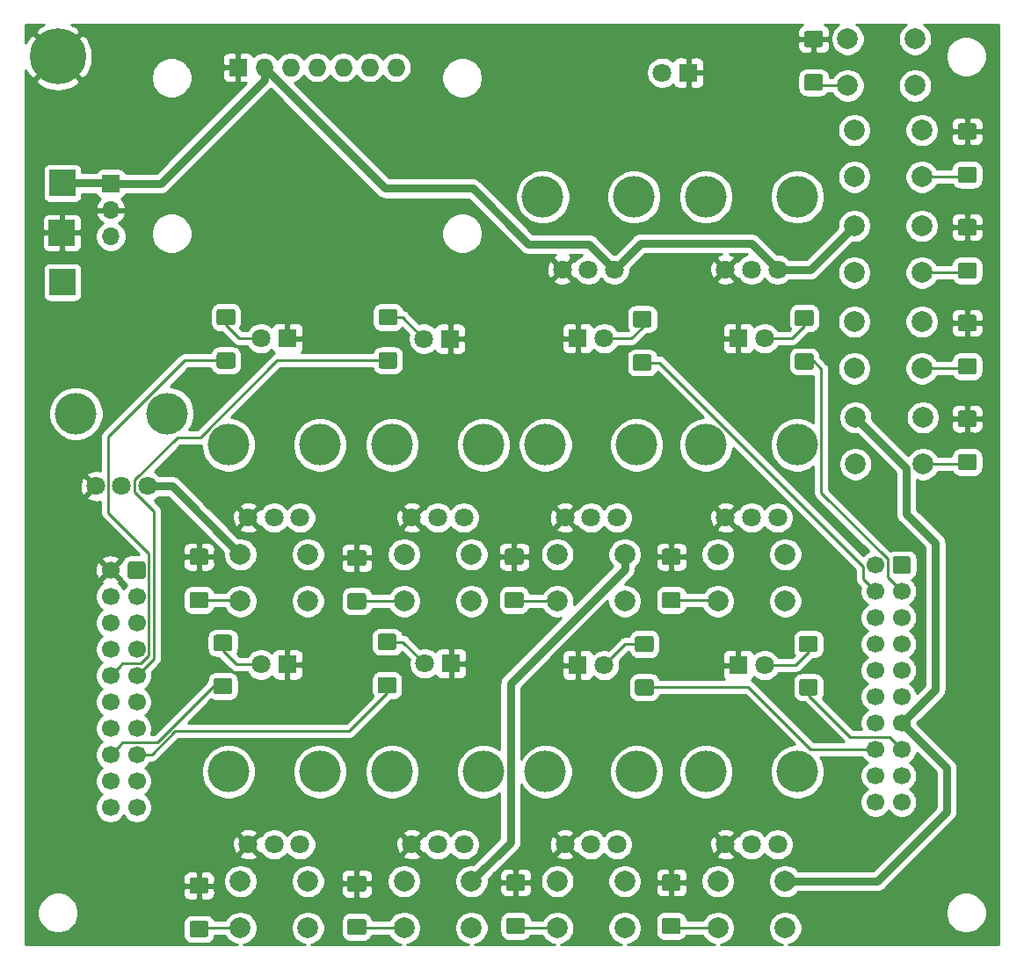
<source format=gbr>
%TF.GenerationSoftware,KiCad,Pcbnew,5.1.5+dfsg1-2build2*%
%TF.CreationDate,2020-08-29T23:55:17+02:00*%
%TF.ProjectId,sequencer-pcb,73657175-656e-4636-9572-2d7063622e6b,rev?*%
%TF.SameCoordinates,Original*%
%TF.FileFunction,Copper,L2,Bot*%
%TF.FilePolarity,Positive*%
%FSLAX46Y46*%
G04 Gerber Fmt 4.6, Leading zero omitted, Abs format (unit mm)*
G04 Created by KiCad (PCBNEW 5.1.5+dfsg1-2build2) date 2020-08-29 23:55:17*
%MOMM*%
%LPD*%
G04 APERTURE LIST*
%TA.AperFunction,ComponentPad*%
%ADD10R,2.500000X2.500000*%
%TD*%
%TA.AperFunction,ComponentPad*%
%ADD11O,1.700000X1.700000*%
%TD*%
%TA.AperFunction,ComponentPad*%
%ADD12R,1.700000X1.700000*%
%TD*%
%TA.AperFunction,ComponentPad*%
%ADD13C,1.800000*%
%TD*%
%TA.AperFunction,WasherPad*%
%ADD14C,4.000000*%
%TD*%
%TA.AperFunction,ComponentPad*%
%ADD15C,1.700000*%
%TD*%
%TA.AperFunction,ComponentPad*%
%ADD16C,0.100000*%
%TD*%
%TA.AperFunction,SMDPad,CuDef*%
%ADD17C,0.100000*%
%TD*%
%TA.AperFunction,ComponentPad*%
%ADD18O,1.727200X1.727200*%
%TD*%
%TA.AperFunction,ComponentPad*%
%ADD19R,1.727200X1.727200*%
%TD*%
%TA.AperFunction,ComponentPad*%
%ADD20C,2.000000*%
%TD*%
%TA.AperFunction,ComponentPad*%
%ADD21C,5.400000*%
%TD*%
%TA.AperFunction,ComponentPad*%
%ADD22R,1.800000X1.800000*%
%TD*%
%TA.AperFunction,Conductor*%
%ADD23C,0.250000*%
%TD*%
%TA.AperFunction,Conductor*%
%ADD24C,0.800000*%
%TD*%
%TA.AperFunction,Conductor*%
%ADD25C,0.254000*%
%TD*%
G04 APERTURE END LIST*
D10*
%TO.P,+5V,1*%
%TO.N,+5V*%
X100950000Y-75250000D03*
%TD*%
%TO.P,GND,1*%
%TO.N,GND*%
X100900000Y-70475000D03*
%TD*%
%TO.P,+3V3,1*%
%TO.N,+3V3*%
X100950000Y-65700000D03*
%TD*%
D11*
%TO.P,PWR,3*%
%TO.N,+5V*%
X105600000Y-70830000D03*
%TO.P,PWR,2*%
%TO.N,GND*%
X105600000Y-68290000D03*
D12*
%TO.P,PWR,1*%
%TO.N,+3V3*%
X105600000Y-65750000D03*
%TD*%
D13*
%TO.P,RV1,3*%
%TO.N,GND*%
X118838000Y-97930000D03*
%TO.P,RV1,2*%
%TO.N,R1*%
X121338000Y-97930000D03*
%TO.P,RV1,1*%
%TO.N,+5V*%
X123838000Y-97930000D03*
D14*
%TO.P,RV1,*%
%TO.N,*%
X116938000Y-90930000D03*
X125738000Y-90930000D03*
%TD*%
D15*
%TO.P,J2,20*%
%TO.N,B5*%
X105560000Y-125860000D03*
%TO.P,J2,18*%
%TO.N,R5*%
X105560000Y-123320000D03*
%TO.P,J2,16*%
%TO.N,L5*%
X105560000Y-120780000D03*
%TO.P,J2,14*%
%TO.N,B1*%
X105560000Y-118240000D03*
%TO.P,J2,12*%
%TO.N,R1*%
X105560000Y-115700000D03*
%TO.P,J2,10*%
%TO.N,L1*%
X105560000Y-113160000D03*
%TO.P,J2,8*%
%TO.N,CS*%
X105560000Y-110620000D03*
%TO.P,J2,6*%
%TO.N,RES*%
X105560000Y-108080000D03*
%TO.P,J2,4*%
%TO.N,+5V*%
X105560000Y-105540000D03*
%TO.P,J2,2*%
%TO.N,GND*%
X105560000Y-103000000D03*
%TO.P,J2,19*%
%TO.N,B6*%
X108100000Y-125860000D03*
%TO.P,J2,17*%
%TO.N,R6*%
X108100000Y-123320000D03*
%TO.P,J2,15*%
%TO.N,L6*%
X108100000Y-120780000D03*
%TO.P,J2,13*%
%TO.N,B2*%
X108100000Y-118240000D03*
%TO.P,J2,11*%
%TO.N,R2*%
X108100000Y-115700000D03*
%TO.P,J2,9*%
%TO.N,L2*%
X108100000Y-113160000D03*
%TO.P,J2,7*%
%TO.N,DC*%
X108100000Y-110620000D03*
%TO.P,J2,5*%
%TO.N,MOSI*%
X108100000Y-108080000D03*
%TO.P,J2,3*%
%TO.N,CLK*%
X108100000Y-105540000D03*
%TA.AperFunction,ComponentPad*%
D16*
%TO.P,J2,1*%
%TO.N,SP3*%
G36*
X108724504Y-102151204D02*
G01*
X108748773Y-102154804D01*
X108772571Y-102160765D01*
X108795671Y-102169030D01*
X108817849Y-102179520D01*
X108838893Y-102192133D01*
X108858598Y-102206747D01*
X108876777Y-102223223D01*
X108893253Y-102241402D01*
X108907867Y-102261107D01*
X108920480Y-102282151D01*
X108930970Y-102304329D01*
X108939235Y-102327429D01*
X108945196Y-102351227D01*
X108948796Y-102375496D01*
X108950000Y-102400000D01*
X108950000Y-103600000D01*
X108948796Y-103624504D01*
X108945196Y-103648773D01*
X108939235Y-103672571D01*
X108930970Y-103695671D01*
X108920480Y-103717849D01*
X108907867Y-103738893D01*
X108893253Y-103758598D01*
X108876777Y-103776777D01*
X108858598Y-103793253D01*
X108838893Y-103807867D01*
X108817849Y-103820480D01*
X108795671Y-103830970D01*
X108772571Y-103839235D01*
X108748773Y-103845196D01*
X108724504Y-103848796D01*
X108700000Y-103850000D01*
X107500000Y-103850000D01*
X107475496Y-103848796D01*
X107451227Y-103845196D01*
X107427429Y-103839235D01*
X107404329Y-103830970D01*
X107382151Y-103820480D01*
X107361107Y-103807867D01*
X107341402Y-103793253D01*
X107323223Y-103776777D01*
X107306747Y-103758598D01*
X107292133Y-103738893D01*
X107279520Y-103717849D01*
X107269030Y-103695671D01*
X107260765Y-103672571D01*
X107254804Y-103648773D01*
X107251204Y-103624504D01*
X107250000Y-103600000D01*
X107250000Y-102400000D01*
X107251204Y-102375496D01*
X107254804Y-102351227D01*
X107260765Y-102327429D01*
X107269030Y-102304329D01*
X107279520Y-102282151D01*
X107292133Y-102261107D01*
X107306747Y-102241402D01*
X107323223Y-102223223D01*
X107341402Y-102206747D01*
X107361107Y-102192133D01*
X107382151Y-102179520D01*
X107404329Y-102169030D01*
X107427429Y-102160765D01*
X107451227Y-102154804D01*
X107475496Y-102151204D01*
X107500000Y-102150000D01*
X108700000Y-102150000D01*
X108724504Y-102151204D01*
G37*
%TD.AperFunction*%
%TD*%
%TA.AperFunction,ComponentPad*%
%TO.P,J1,1*%
%TO.N,SP2*%
G36*
X182420504Y-101653204D02*
G01*
X182444773Y-101656804D01*
X182468571Y-101662765D01*
X182491671Y-101671030D01*
X182513849Y-101681520D01*
X182534893Y-101694133D01*
X182554598Y-101708747D01*
X182572777Y-101725223D01*
X182589253Y-101743402D01*
X182603867Y-101763107D01*
X182616480Y-101784151D01*
X182626970Y-101806329D01*
X182635235Y-101829429D01*
X182641196Y-101853227D01*
X182644796Y-101877496D01*
X182646000Y-101902000D01*
X182646000Y-103102000D01*
X182644796Y-103126504D01*
X182641196Y-103150773D01*
X182635235Y-103174571D01*
X182626970Y-103197671D01*
X182616480Y-103219849D01*
X182603867Y-103240893D01*
X182589253Y-103260598D01*
X182572777Y-103278777D01*
X182554598Y-103295253D01*
X182534893Y-103309867D01*
X182513849Y-103322480D01*
X182491671Y-103332970D01*
X182468571Y-103341235D01*
X182444773Y-103347196D01*
X182420504Y-103350796D01*
X182396000Y-103352000D01*
X181196000Y-103352000D01*
X181171496Y-103350796D01*
X181147227Y-103347196D01*
X181123429Y-103341235D01*
X181100329Y-103332970D01*
X181078151Y-103322480D01*
X181057107Y-103309867D01*
X181037402Y-103295253D01*
X181019223Y-103278777D01*
X181002747Y-103260598D01*
X180988133Y-103240893D01*
X180975520Y-103219849D01*
X180965030Y-103197671D01*
X180956765Y-103174571D01*
X180950804Y-103150773D01*
X180947204Y-103126504D01*
X180946000Y-103102000D01*
X180946000Y-101902000D01*
X180947204Y-101877496D01*
X180950804Y-101853227D01*
X180956765Y-101829429D01*
X180965030Y-101806329D01*
X180975520Y-101784151D01*
X180988133Y-101763107D01*
X181002747Y-101743402D01*
X181019223Y-101725223D01*
X181037402Y-101708747D01*
X181057107Y-101694133D01*
X181078151Y-101681520D01*
X181100329Y-101671030D01*
X181123429Y-101662765D01*
X181147227Y-101656804D01*
X181171496Y-101653204D01*
X181196000Y-101652000D01*
X182396000Y-101652000D01*
X182420504Y-101653204D01*
G37*
%TD.AperFunction*%
D15*
%TO.P,J1,3*%
%TO.N,L4*%
X181796000Y-105042000D03*
%TO.P,J1,5*%
%TO.N,R4*%
X181796000Y-107582000D03*
%TO.P,J1,7*%
%TO.N,B4*%
X181796000Y-110122000D03*
%TO.P,J1,9*%
%TO.N,SSW4*%
X181796000Y-112662000D03*
%TO.P,J1,11*%
%TO.N,SSW5*%
X181796000Y-115202000D03*
%TO.P,J1,13*%
%TO.N,+3V3*%
X181796000Y-117742000D03*
%TO.P,J1,15*%
%TO.N,L8*%
X181796000Y-120282000D03*
%TO.P,J1,17*%
%TO.N,R8*%
X181796000Y-122822000D03*
%TO.P,J1,19*%
%TO.N,B8*%
X181796000Y-125362000D03*
%TO.P,J1,2*%
%TO.N,SP1*%
X179256000Y-102502000D03*
%TO.P,J1,4*%
%TO.N,L3*%
X179256000Y-105042000D03*
%TO.P,J1,6*%
%TO.N,R3*%
X179256000Y-107582000D03*
%TO.P,J1,8*%
%TO.N,B3*%
X179256000Y-110122000D03*
%TO.P,J1,10*%
%TO.N,SSW1*%
X179256000Y-112662000D03*
%TO.P,J1,12*%
%TO.N,SSW3*%
X179256000Y-115202000D03*
%TO.P,J1,14*%
%TO.N,SSW2*%
X179256000Y-117742000D03*
%TO.P,J1,16*%
%TO.N,L7*%
X179256000Y-120282000D03*
%TO.P,J1,18*%
%TO.N,R7*%
X179256000Y-122822000D03*
%TO.P,J1,20*%
%TO.N,B7*%
X179256000Y-125362000D03*
%TD*%
%TA.AperFunction,SMDPad,CuDef*%
D17*
%TO.P,R15,2*%
%TO.N,L8*%
G36*
X173474505Y-113501204D02*
G01*
X173498773Y-113504804D01*
X173522572Y-113510765D01*
X173545671Y-113519030D01*
X173567850Y-113529520D01*
X173588893Y-113542132D01*
X173608599Y-113556747D01*
X173626777Y-113573223D01*
X173643253Y-113591401D01*
X173657868Y-113611107D01*
X173670480Y-113632150D01*
X173680970Y-113654329D01*
X173689235Y-113677428D01*
X173695196Y-113701227D01*
X173698796Y-113725495D01*
X173700000Y-113749999D01*
X173700000Y-114825001D01*
X173698796Y-114849505D01*
X173695196Y-114873773D01*
X173689235Y-114897572D01*
X173680970Y-114920671D01*
X173670480Y-114942850D01*
X173657868Y-114963893D01*
X173643253Y-114983599D01*
X173626777Y-115001777D01*
X173608599Y-115018253D01*
X173588893Y-115032868D01*
X173567850Y-115045480D01*
X173545671Y-115055970D01*
X173522572Y-115064235D01*
X173498773Y-115070196D01*
X173474505Y-115073796D01*
X173450001Y-115075000D01*
X172149999Y-115075000D01*
X172125495Y-115073796D01*
X172101227Y-115070196D01*
X172077428Y-115064235D01*
X172054329Y-115055970D01*
X172032150Y-115045480D01*
X172011107Y-115032868D01*
X171991401Y-115018253D01*
X171973223Y-115001777D01*
X171956747Y-114983599D01*
X171942132Y-114963893D01*
X171929520Y-114942850D01*
X171919030Y-114920671D01*
X171910765Y-114897572D01*
X171904804Y-114873773D01*
X171901204Y-114849505D01*
X171900000Y-114825001D01*
X171900000Y-113749999D01*
X171901204Y-113725495D01*
X171904804Y-113701227D01*
X171910765Y-113677428D01*
X171919030Y-113654329D01*
X171929520Y-113632150D01*
X171942132Y-113611107D01*
X171956747Y-113591401D01*
X171973223Y-113573223D01*
X171991401Y-113556747D01*
X172011107Y-113542132D01*
X172032150Y-113529520D01*
X172054329Y-113519030D01*
X172077428Y-113510765D01*
X172101227Y-113504804D01*
X172125495Y-113501204D01*
X172149999Y-113500000D01*
X173450001Y-113500000D01*
X173474505Y-113501204D01*
G37*
%TD.AperFunction*%
%TA.AperFunction,SMDPad,CuDef*%
%TO.P,R15,1*%
%TO.N,Net-(D8-Pad2)*%
G36*
X173474505Y-109326204D02*
G01*
X173498773Y-109329804D01*
X173522572Y-109335765D01*
X173545671Y-109344030D01*
X173567850Y-109354520D01*
X173588893Y-109367132D01*
X173608599Y-109381747D01*
X173626777Y-109398223D01*
X173643253Y-109416401D01*
X173657868Y-109436107D01*
X173670480Y-109457150D01*
X173680970Y-109479329D01*
X173689235Y-109502428D01*
X173695196Y-109526227D01*
X173698796Y-109550495D01*
X173700000Y-109574999D01*
X173700000Y-110650001D01*
X173698796Y-110674505D01*
X173695196Y-110698773D01*
X173689235Y-110722572D01*
X173680970Y-110745671D01*
X173670480Y-110767850D01*
X173657868Y-110788893D01*
X173643253Y-110808599D01*
X173626777Y-110826777D01*
X173608599Y-110843253D01*
X173588893Y-110857868D01*
X173567850Y-110870480D01*
X173545671Y-110880970D01*
X173522572Y-110889235D01*
X173498773Y-110895196D01*
X173474505Y-110898796D01*
X173450001Y-110900000D01*
X172149999Y-110900000D01*
X172125495Y-110898796D01*
X172101227Y-110895196D01*
X172077428Y-110889235D01*
X172054329Y-110880970D01*
X172032150Y-110870480D01*
X172011107Y-110857868D01*
X171991401Y-110843253D01*
X171973223Y-110826777D01*
X171956747Y-110808599D01*
X171942132Y-110788893D01*
X171929520Y-110767850D01*
X171919030Y-110745671D01*
X171910765Y-110722572D01*
X171904804Y-110698773D01*
X171901204Y-110674505D01*
X171900000Y-110650001D01*
X171900000Y-109574999D01*
X171901204Y-109550495D01*
X171904804Y-109526227D01*
X171910765Y-109502428D01*
X171919030Y-109479329D01*
X171929520Y-109457150D01*
X171942132Y-109436107D01*
X171956747Y-109416401D01*
X171973223Y-109398223D01*
X171991401Y-109381747D01*
X172011107Y-109367132D01*
X172032150Y-109354520D01*
X172054329Y-109344030D01*
X172077428Y-109335765D01*
X172101227Y-109329804D01*
X172125495Y-109326204D01*
X172149999Y-109325000D01*
X173450001Y-109325000D01*
X173474505Y-109326204D01*
G37*
%TD.AperFunction*%
%TD*%
%TA.AperFunction,SMDPad,CuDef*%
%TO.P,R22,2*%
%TO.N,SSW4*%
G36*
X188774505Y-82567870D02*
G01*
X188798773Y-82571470D01*
X188822572Y-82577431D01*
X188845671Y-82585696D01*
X188867850Y-82596186D01*
X188888893Y-82608798D01*
X188908599Y-82623413D01*
X188926777Y-82639889D01*
X188943253Y-82658067D01*
X188957868Y-82677773D01*
X188970480Y-82698816D01*
X188980970Y-82720995D01*
X188989235Y-82744094D01*
X188995196Y-82767893D01*
X188998796Y-82792161D01*
X189000000Y-82816665D01*
X189000000Y-83891667D01*
X188998796Y-83916171D01*
X188995196Y-83940439D01*
X188989235Y-83964238D01*
X188980970Y-83987337D01*
X188970480Y-84009516D01*
X188957868Y-84030559D01*
X188943253Y-84050265D01*
X188926777Y-84068443D01*
X188908599Y-84084919D01*
X188888893Y-84099534D01*
X188867850Y-84112146D01*
X188845671Y-84122636D01*
X188822572Y-84130901D01*
X188798773Y-84136862D01*
X188774505Y-84140462D01*
X188750001Y-84141666D01*
X187449999Y-84141666D01*
X187425495Y-84140462D01*
X187401227Y-84136862D01*
X187377428Y-84130901D01*
X187354329Y-84122636D01*
X187332150Y-84112146D01*
X187311107Y-84099534D01*
X187291401Y-84084919D01*
X187273223Y-84068443D01*
X187256747Y-84050265D01*
X187242132Y-84030559D01*
X187229520Y-84009516D01*
X187219030Y-83987337D01*
X187210765Y-83964238D01*
X187204804Y-83940439D01*
X187201204Y-83916171D01*
X187200000Y-83891667D01*
X187200000Y-82816665D01*
X187201204Y-82792161D01*
X187204804Y-82767893D01*
X187210765Y-82744094D01*
X187219030Y-82720995D01*
X187229520Y-82698816D01*
X187242132Y-82677773D01*
X187256747Y-82658067D01*
X187273223Y-82639889D01*
X187291401Y-82623413D01*
X187311107Y-82608798D01*
X187332150Y-82596186D01*
X187354329Y-82585696D01*
X187377428Y-82577431D01*
X187401227Y-82571470D01*
X187425495Y-82567870D01*
X187449999Y-82566666D01*
X188750001Y-82566666D01*
X188774505Y-82567870D01*
G37*
%TD.AperFunction*%
%TA.AperFunction,SMDPad,CuDef*%
%TO.P,R22,1*%
%TO.N,GND*%
G36*
X188774505Y-78392870D02*
G01*
X188798773Y-78396470D01*
X188822572Y-78402431D01*
X188845671Y-78410696D01*
X188867850Y-78421186D01*
X188888893Y-78433798D01*
X188908599Y-78448413D01*
X188926777Y-78464889D01*
X188943253Y-78483067D01*
X188957868Y-78502773D01*
X188970480Y-78523816D01*
X188980970Y-78545995D01*
X188989235Y-78569094D01*
X188995196Y-78592893D01*
X188998796Y-78617161D01*
X189000000Y-78641665D01*
X189000000Y-79716667D01*
X188998796Y-79741171D01*
X188995196Y-79765439D01*
X188989235Y-79789238D01*
X188980970Y-79812337D01*
X188970480Y-79834516D01*
X188957868Y-79855559D01*
X188943253Y-79875265D01*
X188926777Y-79893443D01*
X188908599Y-79909919D01*
X188888893Y-79924534D01*
X188867850Y-79937146D01*
X188845671Y-79947636D01*
X188822572Y-79955901D01*
X188798773Y-79961862D01*
X188774505Y-79965462D01*
X188750001Y-79966666D01*
X187449999Y-79966666D01*
X187425495Y-79965462D01*
X187401227Y-79961862D01*
X187377428Y-79955901D01*
X187354329Y-79947636D01*
X187332150Y-79937146D01*
X187311107Y-79924534D01*
X187291401Y-79909919D01*
X187273223Y-79893443D01*
X187256747Y-79875265D01*
X187242132Y-79855559D01*
X187229520Y-79834516D01*
X187219030Y-79812337D01*
X187210765Y-79789238D01*
X187204804Y-79765439D01*
X187201204Y-79741171D01*
X187200000Y-79716667D01*
X187200000Y-78641665D01*
X187201204Y-78617161D01*
X187204804Y-78592893D01*
X187210765Y-78569094D01*
X187219030Y-78545995D01*
X187229520Y-78523816D01*
X187242132Y-78502773D01*
X187256747Y-78483067D01*
X187273223Y-78464889D01*
X187291401Y-78448413D01*
X187311107Y-78433798D01*
X187332150Y-78421186D01*
X187354329Y-78410696D01*
X187377428Y-78402431D01*
X187401227Y-78396470D01*
X187425495Y-78392870D01*
X187449999Y-78391666D01*
X188750001Y-78391666D01*
X188774505Y-78392870D01*
G37*
%TD.AperFunction*%
%TD*%
%TA.AperFunction,SMDPad,CuDef*%
%TO.P,R21,2*%
%TO.N,SSW3*%
G36*
X188774505Y-73334537D02*
G01*
X188798773Y-73338137D01*
X188822572Y-73344098D01*
X188845671Y-73352363D01*
X188867850Y-73362853D01*
X188888893Y-73375465D01*
X188908599Y-73390080D01*
X188926777Y-73406556D01*
X188943253Y-73424734D01*
X188957868Y-73444440D01*
X188970480Y-73465483D01*
X188980970Y-73487662D01*
X188989235Y-73510761D01*
X188995196Y-73534560D01*
X188998796Y-73558828D01*
X189000000Y-73583332D01*
X189000000Y-74658334D01*
X188998796Y-74682838D01*
X188995196Y-74707106D01*
X188989235Y-74730905D01*
X188980970Y-74754004D01*
X188970480Y-74776183D01*
X188957868Y-74797226D01*
X188943253Y-74816932D01*
X188926777Y-74835110D01*
X188908599Y-74851586D01*
X188888893Y-74866201D01*
X188867850Y-74878813D01*
X188845671Y-74889303D01*
X188822572Y-74897568D01*
X188798773Y-74903529D01*
X188774505Y-74907129D01*
X188750001Y-74908333D01*
X187449999Y-74908333D01*
X187425495Y-74907129D01*
X187401227Y-74903529D01*
X187377428Y-74897568D01*
X187354329Y-74889303D01*
X187332150Y-74878813D01*
X187311107Y-74866201D01*
X187291401Y-74851586D01*
X187273223Y-74835110D01*
X187256747Y-74816932D01*
X187242132Y-74797226D01*
X187229520Y-74776183D01*
X187219030Y-74754004D01*
X187210765Y-74730905D01*
X187204804Y-74707106D01*
X187201204Y-74682838D01*
X187200000Y-74658334D01*
X187200000Y-73583332D01*
X187201204Y-73558828D01*
X187204804Y-73534560D01*
X187210765Y-73510761D01*
X187219030Y-73487662D01*
X187229520Y-73465483D01*
X187242132Y-73444440D01*
X187256747Y-73424734D01*
X187273223Y-73406556D01*
X187291401Y-73390080D01*
X187311107Y-73375465D01*
X187332150Y-73362853D01*
X187354329Y-73352363D01*
X187377428Y-73344098D01*
X187401227Y-73338137D01*
X187425495Y-73334537D01*
X187449999Y-73333333D01*
X188750001Y-73333333D01*
X188774505Y-73334537D01*
G37*
%TD.AperFunction*%
%TA.AperFunction,SMDPad,CuDef*%
%TO.P,R21,1*%
%TO.N,GND*%
G36*
X188774505Y-69159537D02*
G01*
X188798773Y-69163137D01*
X188822572Y-69169098D01*
X188845671Y-69177363D01*
X188867850Y-69187853D01*
X188888893Y-69200465D01*
X188908599Y-69215080D01*
X188926777Y-69231556D01*
X188943253Y-69249734D01*
X188957868Y-69269440D01*
X188970480Y-69290483D01*
X188980970Y-69312662D01*
X188989235Y-69335761D01*
X188995196Y-69359560D01*
X188998796Y-69383828D01*
X189000000Y-69408332D01*
X189000000Y-70483334D01*
X188998796Y-70507838D01*
X188995196Y-70532106D01*
X188989235Y-70555905D01*
X188980970Y-70579004D01*
X188970480Y-70601183D01*
X188957868Y-70622226D01*
X188943253Y-70641932D01*
X188926777Y-70660110D01*
X188908599Y-70676586D01*
X188888893Y-70691201D01*
X188867850Y-70703813D01*
X188845671Y-70714303D01*
X188822572Y-70722568D01*
X188798773Y-70728529D01*
X188774505Y-70732129D01*
X188750001Y-70733333D01*
X187449999Y-70733333D01*
X187425495Y-70732129D01*
X187401227Y-70728529D01*
X187377428Y-70722568D01*
X187354329Y-70714303D01*
X187332150Y-70703813D01*
X187311107Y-70691201D01*
X187291401Y-70676586D01*
X187273223Y-70660110D01*
X187256747Y-70641932D01*
X187242132Y-70622226D01*
X187229520Y-70601183D01*
X187219030Y-70579004D01*
X187210765Y-70555905D01*
X187204804Y-70532106D01*
X187201204Y-70507838D01*
X187200000Y-70483334D01*
X187200000Y-69408332D01*
X187201204Y-69383828D01*
X187204804Y-69359560D01*
X187210765Y-69335761D01*
X187219030Y-69312662D01*
X187229520Y-69290483D01*
X187242132Y-69269440D01*
X187256747Y-69249734D01*
X187273223Y-69231556D01*
X187291401Y-69215080D01*
X187311107Y-69200465D01*
X187332150Y-69187853D01*
X187354329Y-69177363D01*
X187377428Y-69169098D01*
X187401227Y-69163137D01*
X187425495Y-69159537D01*
X187449999Y-69158333D01*
X188750001Y-69158333D01*
X188774505Y-69159537D01*
G37*
%TD.AperFunction*%
%TD*%
%TA.AperFunction,SMDPad,CuDef*%
%TO.P,R20,2*%
%TO.N,SSW2*%
G36*
X173974505Y-55201204D02*
G01*
X173998773Y-55204804D01*
X174022572Y-55210765D01*
X174045671Y-55219030D01*
X174067850Y-55229520D01*
X174088893Y-55242132D01*
X174108599Y-55256747D01*
X174126777Y-55273223D01*
X174143253Y-55291401D01*
X174157868Y-55311107D01*
X174170480Y-55332150D01*
X174180970Y-55354329D01*
X174189235Y-55377428D01*
X174195196Y-55401227D01*
X174198796Y-55425495D01*
X174200000Y-55449999D01*
X174200000Y-56525001D01*
X174198796Y-56549505D01*
X174195196Y-56573773D01*
X174189235Y-56597572D01*
X174180970Y-56620671D01*
X174170480Y-56642850D01*
X174157868Y-56663893D01*
X174143253Y-56683599D01*
X174126777Y-56701777D01*
X174108599Y-56718253D01*
X174088893Y-56732868D01*
X174067850Y-56745480D01*
X174045671Y-56755970D01*
X174022572Y-56764235D01*
X173998773Y-56770196D01*
X173974505Y-56773796D01*
X173950001Y-56775000D01*
X172649999Y-56775000D01*
X172625495Y-56773796D01*
X172601227Y-56770196D01*
X172577428Y-56764235D01*
X172554329Y-56755970D01*
X172532150Y-56745480D01*
X172511107Y-56732868D01*
X172491401Y-56718253D01*
X172473223Y-56701777D01*
X172456747Y-56683599D01*
X172442132Y-56663893D01*
X172429520Y-56642850D01*
X172419030Y-56620671D01*
X172410765Y-56597572D01*
X172404804Y-56573773D01*
X172401204Y-56549505D01*
X172400000Y-56525001D01*
X172400000Y-55449999D01*
X172401204Y-55425495D01*
X172404804Y-55401227D01*
X172410765Y-55377428D01*
X172419030Y-55354329D01*
X172429520Y-55332150D01*
X172442132Y-55311107D01*
X172456747Y-55291401D01*
X172473223Y-55273223D01*
X172491401Y-55256747D01*
X172511107Y-55242132D01*
X172532150Y-55229520D01*
X172554329Y-55219030D01*
X172577428Y-55210765D01*
X172601227Y-55204804D01*
X172625495Y-55201204D01*
X172649999Y-55200000D01*
X173950001Y-55200000D01*
X173974505Y-55201204D01*
G37*
%TD.AperFunction*%
%TA.AperFunction,SMDPad,CuDef*%
%TO.P,R20,1*%
%TO.N,GND*%
G36*
X173974505Y-51026204D02*
G01*
X173998773Y-51029804D01*
X174022572Y-51035765D01*
X174045671Y-51044030D01*
X174067850Y-51054520D01*
X174088893Y-51067132D01*
X174108599Y-51081747D01*
X174126777Y-51098223D01*
X174143253Y-51116401D01*
X174157868Y-51136107D01*
X174170480Y-51157150D01*
X174180970Y-51179329D01*
X174189235Y-51202428D01*
X174195196Y-51226227D01*
X174198796Y-51250495D01*
X174200000Y-51274999D01*
X174200000Y-52350001D01*
X174198796Y-52374505D01*
X174195196Y-52398773D01*
X174189235Y-52422572D01*
X174180970Y-52445671D01*
X174170480Y-52467850D01*
X174157868Y-52488893D01*
X174143253Y-52508599D01*
X174126777Y-52526777D01*
X174108599Y-52543253D01*
X174088893Y-52557868D01*
X174067850Y-52570480D01*
X174045671Y-52580970D01*
X174022572Y-52589235D01*
X173998773Y-52595196D01*
X173974505Y-52598796D01*
X173950001Y-52600000D01*
X172649999Y-52600000D01*
X172625495Y-52598796D01*
X172601227Y-52595196D01*
X172577428Y-52589235D01*
X172554329Y-52580970D01*
X172532150Y-52570480D01*
X172511107Y-52557868D01*
X172491401Y-52543253D01*
X172473223Y-52526777D01*
X172456747Y-52508599D01*
X172442132Y-52488893D01*
X172429520Y-52467850D01*
X172419030Y-52445671D01*
X172410765Y-52422572D01*
X172404804Y-52398773D01*
X172401204Y-52374505D01*
X172400000Y-52350001D01*
X172400000Y-51274999D01*
X172401204Y-51250495D01*
X172404804Y-51226227D01*
X172410765Y-51202428D01*
X172419030Y-51179329D01*
X172429520Y-51157150D01*
X172442132Y-51136107D01*
X172456747Y-51116401D01*
X172473223Y-51098223D01*
X172491401Y-51081747D01*
X172511107Y-51067132D01*
X172532150Y-51054520D01*
X172554329Y-51044030D01*
X172577428Y-51035765D01*
X172601227Y-51029804D01*
X172625495Y-51026204D01*
X172649999Y-51025000D01*
X173950001Y-51025000D01*
X173974505Y-51026204D01*
G37*
%TD.AperFunction*%
%TD*%
%TA.AperFunction,SMDPad,CuDef*%
%TO.P,R19,2*%
%TO.N,GND*%
G36*
X188774505Y-59926204D02*
G01*
X188798773Y-59929804D01*
X188822572Y-59935765D01*
X188845671Y-59944030D01*
X188867850Y-59954520D01*
X188888893Y-59967132D01*
X188908599Y-59981747D01*
X188926777Y-59998223D01*
X188943253Y-60016401D01*
X188957868Y-60036107D01*
X188970480Y-60057150D01*
X188980970Y-60079329D01*
X188989235Y-60102428D01*
X188995196Y-60126227D01*
X188998796Y-60150495D01*
X189000000Y-60174999D01*
X189000000Y-61250001D01*
X188998796Y-61274505D01*
X188995196Y-61298773D01*
X188989235Y-61322572D01*
X188980970Y-61345671D01*
X188970480Y-61367850D01*
X188957868Y-61388893D01*
X188943253Y-61408599D01*
X188926777Y-61426777D01*
X188908599Y-61443253D01*
X188888893Y-61457868D01*
X188867850Y-61470480D01*
X188845671Y-61480970D01*
X188822572Y-61489235D01*
X188798773Y-61495196D01*
X188774505Y-61498796D01*
X188750001Y-61500000D01*
X187449999Y-61500000D01*
X187425495Y-61498796D01*
X187401227Y-61495196D01*
X187377428Y-61489235D01*
X187354329Y-61480970D01*
X187332150Y-61470480D01*
X187311107Y-61457868D01*
X187291401Y-61443253D01*
X187273223Y-61426777D01*
X187256747Y-61408599D01*
X187242132Y-61388893D01*
X187229520Y-61367850D01*
X187219030Y-61345671D01*
X187210765Y-61322572D01*
X187204804Y-61298773D01*
X187201204Y-61274505D01*
X187200000Y-61250001D01*
X187200000Y-60174999D01*
X187201204Y-60150495D01*
X187204804Y-60126227D01*
X187210765Y-60102428D01*
X187219030Y-60079329D01*
X187229520Y-60057150D01*
X187242132Y-60036107D01*
X187256747Y-60016401D01*
X187273223Y-59998223D01*
X187291401Y-59981747D01*
X187311107Y-59967132D01*
X187332150Y-59954520D01*
X187354329Y-59944030D01*
X187377428Y-59935765D01*
X187401227Y-59929804D01*
X187425495Y-59926204D01*
X187449999Y-59925000D01*
X188750001Y-59925000D01*
X188774505Y-59926204D01*
G37*
%TD.AperFunction*%
%TA.AperFunction,SMDPad,CuDef*%
%TO.P,R19,1*%
%TO.N,SSW5*%
G36*
X188774505Y-64101204D02*
G01*
X188798773Y-64104804D01*
X188822572Y-64110765D01*
X188845671Y-64119030D01*
X188867850Y-64129520D01*
X188888893Y-64142132D01*
X188908599Y-64156747D01*
X188926777Y-64173223D01*
X188943253Y-64191401D01*
X188957868Y-64211107D01*
X188970480Y-64232150D01*
X188980970Y-64254329D01*
X188989235Y-64277428D01*
X188995196Y-64301227D01*
X188998796Y-64325495D01*
X189000000Y-64349999D01*
X189000000Y-65425001D01*
X188998796Y-65449505D01*
X188995196Y-65473773D01*
X188989235Y-65497572D01*
X188980970Y-65520671D01*
X188970480Y-65542850D01*
X188957868Y-65563893D01*
X188943253Y-65583599D01*
X188926777Y-65601777D01*
X188908599Y-65618253D01*
X188888893Y-65632868D01*
X188867850Y-65645480D01*
X188845671Y-65655970D01*
X188822572Y-65664235D01*
X188798773Y-65670196D01*
X188774505Y-65673796D01*
X188750001Y-65675000D01*
X187449999Y-65675000D01*
X187425495Y-65673796D01*
X187401227Y-65670196D01*
X187377428Y-65664235D01*
X187354329Y-65655970D01*
X187332150Y-65645480D01*
X187311107Y-65632868D01*
X187291401Y-65618253D01*
X187273223Y-65601777D01*
X187256747Y-65583599D01*
X187242132Y-65563893D01*
X187229520Y-65542850D01*
X187219030Y-65520671D01*
X187210765Y-65497572D01*
X187204804Y-65473773D01*
X187201204Y-65449505D01*
X187200000Y-65425001D01*
X187200000Y-64349999D01*
X187201204Y-64325495D01*
X187204804Y-64301227D01*
X187210765Y-64277428D01*
X187219030Y-64254329D01*
X187229520Y-64232150D01*
X187242132Y-64211107D01*
X187256747Y-64191401D01*
X187273223Y-64173223D01*
X187291401Y-64156747D01*
X187311107Y-64142132D01*
X187332150Y-64129520D01*
X187354329Y-64119030D01*
X187377428Y-64110765D01*
X187401227Y-64104804D01*
X187425495Y-64101204D01*
X187449999Y-64100000D01*
X188750001Y-64100000D01*
X188774505Y-64101204D01*
G37*
%TD.AperFunction*%
%TD*%
%TA.AperFunction,SMDPad,CuDef*%
%TO.P,R18,2*%
%TO.N,SSW1*%
G36*
X188774505Y-91801204D02*
G01*
X188798773Y-91804804D01*
X188822572Y-91810765D01*
X188845671Y-91819030D01*
X188867850Y-91829520D01*
X188888893Y-91842132D01*
X188908599Y-91856747D01*
X188926777Y-91873223D01*
X188943253Y-91891401D01*
X188957868Y-91911107D01*
X188970480Y-91932150D01*
X188980970Y-91954329D01*
X188989235Y-91977428D01*
X188995196Y-92001227D01*
X188998796Y-92025495D01*
X189000000Y-92049999D01*
X189000000Y-93125001D01*
X188998796Y-93149505D01*
X188995196Y-93173773D01*
X188989235Y-93197572D01*
X188980970Y-93220671D01*
X188970480Y-93242850D01*
X188957868Y-93263893D01*
X188943253Y-93283599D01*
X188926777Y-93301777D01*
X188908599Y-93318253D01*
X188888893Y-93332868D01*
X188867850Y-93345480D01*
X188845671Y-93355970D01*
X188822572Y-93364235D01*
X188798773Y-93370196D01*
X188774505Y-93373796D01*
X188750001Y-93375000D01*
X187449999Y-93375000D01*
X187425495Y-93373796D01*
X187401227Y-93370196D01*
X187377428Y-93364235D01*
X187354329Y-93355970D01*
X187332150Y-93345480D01*
X187311107Y-93332868D01*
X187291401Y-93318253D01*
X187273223Y-93301777D01*
X187256747Y-93283599D01*
X187242132Y-93263893D01*
X187229520Y-93242850D01*
X187219030Y-93220671D01*
X187210765Y-93197572D01*
X187204804Y-93173773D01*
X187201204Y-93149505D01*
X187200000Y-93125001D01*
X187200000Y-92049999D01*
X187201204Y-92025495D01*
X187204804Y-92001227D01*
X187210765Y-91977428D01*
X187219030Y-91954329D01*
X187229520Y-91932150D01*
X187242132Y-91911107D01*
X187256747Y-91891401D01*
X187273223Y-91873223D01*
X187291401Y-91856747D01*
X187311107Y-91842132D01*
X187332150Y-91829520D01*
X187354329Y-91819030D01*
X187377428Y-91810765D01*
X187401227Y-91804804D01*
X187425495Y-91801204D01*
X187449999Y-91800000D01*
X188750001Y-91800000D01*
X188774505Y-91801204D01*
G37*
%TD.AperFunction*%
%TA.AperFunction,SMDPad,CuDef*%
%TO.P,R18,1*%
%TO.N,GND*%
G36*
X188774505Y-87626204D02*
G01*
X188798773Y-87629804D01*
X188822572Y-87635765D01*
X188845671Y-87644030D01*
X188867850Y-87654520D01*
X188888893Y-87667132D01*
X188908599Y-87681747D01*
X188926777Y-87698223D01*
X188943253Y-87716401D01*
X188957868Y-87736107D01*
X188970480Y-87757150D01*
X188980970Y-87779329D01*
X188989235Y-87802428D01*
X188995196Y-87826227D01*
X188998796Y-87850495D01*
X189000000Y-87874999D01*
X189000000Y-88950001D01*
X188998796Y-88974505D01*
X188995196Y-88998773D01*
X188989235Y-89022572D01*
X188980970Y-89045671D01*
X188970480Y-89067850D01*
X188957868Y-89088893D01*
X188943253Y-89108599D01*
X188926777Y-89126777D01*
X188908599Y-89143253D01*
X188888893Y-89157868D01*
X188867850Y-89170480D01*
X188845671Y-89180970D01*
X188822572Y-89189235D01*
X188798773Y-89195196D01*
X188774505Y-89198796D01*
X188750001Y-89200000D01*
X187449999Y-89200000D01*
X187425495Y-89198796D01*
X187401227Y-89195196D01*
X187377428Y-89189235D01*
X187354329Y-89180970D01*
X187332150Y-89170480D01*
X187311107Y-89157868D01*
X187291401Y-89143253D01*
X187273223Y-89126777D01*
X187256747Y-89108599D01*
X187242132Y-89088893D01*
X187229520Y-89067850D01*
X187219030Y-89045671D01*
X187210765Y-89022572D01*
X187204804Y-88998773D01*
X187201204Y-88974505D01*
X187200000Y-88950001D01*
X187200000Y-87874999D01*
X187201204Y-87850495D01*
X187204804Y-87826227D01*
X187210765Y-87802428D01*
X187219030Y-87779329D01*
X187229520Y-87757150D01*
X187242132Y-87736107D01*
X187256747Y-87716401D01*
X187273223Y-87698223D01*
X187291401Y-87681747D01*
X187311107Y-87667132D01*
X187332150Y-87654520D01*
X187354329Y-87644030D01*
X187377428Y-87635765D01*
X187401227Y-87629804D01*
X187425495Y-87626204D01*
X187449999Y-87625000D01*
X188750001Y-87625000D01*
X188774505Y-87626204D01*
G37*
%TD.AperFunction*%
%TD*%
D18*
%TO.P,OLED Display,7*%
%TO.N,CS*%
X133090000Y-54550000D03*
%TO.P,OLED Display,5*%
%TO.N,RES*%
X128010000Y-54550000D03*
%TO.P,OLED Display,6*%
%TO.N,DC*%
X130550000Y-54550000D03*
D19*
%TO.P,OLED Display,1*%
%TO.N,GND*%
X117850000Y-54550000D03*
D18*
%TO.P,OLED Display,4*%
%TO.N,MOSI*%
X125470000Y-54550000D03*
%TO.P,OLED Display,2*%
%TO.N,+3V3*%
X120390000Y-54550000D03*
%TO.P,OLED Display,3*%
%TO.N,CLK*%
X122930000Y-54550000D03*
%TD*%
D13*
%TO.P,SP3,3*%
%TO.N,GND*%
X104150000Y-94900000D03*
%TO.P,SP3,2*%
%TO.N,SP3*%
X106650000Y-94900000D03*
%TO.P,SP3,1*%
%TO.N,+3V3*%
X109150000Y-94900000D03*
D14*
%TO.P,SP3,*%
%TO.N,*%
X102250000Y-87900000D03*
X111050000Y-87900000D03*
%TD*%
%TO.P,SP2,*%
%TO.N,*%
X171723000Y-67026000D03*
X162923000Y-67026000D03*
D13*
%TO.P,SP2,1*%
%TO.N,+3V3*%
X169823000Y-74026000D03*
%TO.P,SP2,2*%
%TO.N,SP2*%
X167323000Y-74026000D03*
%TO.P,SP2,3*%
%TO.N,GND*%
X164823000Y-74026000D03*
%TD*%
%TO.P,SP1,3*%
%TO.N,GND*%
X149110000Y-74026000D03*
%TO.P,SP1,2*%
%TO.N,SP1*%
X151610000Y-74026000D03*
%TO.P,SP1,1*%
%TO.N,+3V3*%
X154110000Y-74026000D03*
D14*
%TO.P,SP1,*%
%TO.N,*%
X147210000Y-67026000D03*
X156010000Y-67026000D03*
%TD*%
%TO.P,RV8,*%
%TO.N,*%
X171723000Y-122426000D03*
X162923000Y-122426000D03*
D13*
%TO.P,RV8,1*%
%TO.N,+5V*%
X169823000Y-129426000D03*
%TO.P,RV8,2*%
%TO.N,R8*%
X167323000Y-129426000D03*
%TO.P,RV8,3*%
%TO.N,GND*%
X164823000Y-129426000D03*
%TD*%
%TO.P,RV7,3*%
%TO.N,GND*%
X149364000Y-129426000D03*
%TO.P,RV7,2*%
%TO.N,R7*%
X151864000Y-129426000D03*
%TO.P,RV7,1*%
%TO.N,+5V*%
X154364000Y-129426000D03*
D14*
%TO.P,RV7,*%
%TO.N,*%
X147464000Y-122426000D03*
X156264000Y-122426000D03*
%TD*%
D13*
%TO.P,RV6,3*%
%TO.N,GND*%
X134597000Y-129426000D03*
%TO.P,RV6,2*%
%TO.N,R6*%
X137097000Y-129426000D03*
%TO.P,RV6,1*%
%TO.N,+5V*%
X139597000Y-129426000D03*
D14*
%TO.P,RV6,*%
%TO.N,*%
X132697000Y-122426000D03*
X141497000Y-122426000D03*
%TD*%
D13*
%TO.P,RV5,3*%
%TO.N,GND*%
X118838000Y-129426000D03*
%TO.P,RV5,2*%
%TO.N,R5*%
X121338000Y-129426000D03*
%TO.P,RV5,1*%
%TO.N,+5V*%
X123838000Y-129426000D03*
D14*
%TO.P,RV5,*%
%TO.N,*%
X116938000Y-122426000D03*
X125738000Y-122426000D03*
%TD*%
%TO.P,RV4,*%
%TO.N,*%
X171723000Y-90930000D03*
X162923000Y-90930000D03*
D13*
%TO.P,RV4,1*%
%TO.N,+5V*%
X169823000Y-97930000D03*
%TO.P,RV4,2*%
%TO.N,R4*%
X167323000Y-97930000D03*
%TO.P,RV4,3*%
%TO.N,GND*%
X164823000Y-97930000D03*
%TD*%
%TO.P,RV3,3*%
%TO.N,GND*%
X149364000Y-97930000D03*
%TO.P,RV3,2*%
%TO.N,R3*%
X151864000Y-97930000D03*
%TO.P,RV3,1*%
%TO.N,+5V*%
X154364000Y-97930000D03*
D14*
%TO.P,RV3,*%
%TO.N,*%
X147464000Y-90930000D03*
X156264000Y-90930000D03*
%TD*%
D13*
%TO.P,RV2,3*%
%TO.N,GND*%
X134597000Y-97930000D03*
%TO.P,RV2,2*%
%TO.N,R2*%
X137097000Y-97930000D03*
%TO.P,RV2,1*%
%TO.N,+5V*%
X139597000Y-97930000D03*
D14*
%TO.P,RV2,*%
%TO.N,*%
X132697000Y-90930000D03*
X141497000Y-90930000D03*
%TD*%
D20*
%TO.P,SSW5,2*%
%TO.N,+3V3*%
X183073000Y-51800000D03*
%TO.P,SSW5,1*%
%TO.N,SSW2*%
X183073000Y-56300000D03*
%TO.P,SSW5,2*%
%TO.N,+3V3*%
X176573000Y-51800000D03*
%TO.P,SSW5,1*%
%TO.N,SSW2*%
X176573000Y-56300000D03*
%TD*%
%TO.P,SSW1,1*%
%TO.N,+3V3*%
X183828000Y-88278000D03*
%TO.P,SSW1,2*%
%TO.N,SSW1*%
X183828000Y-92778000D03*
%TO.P,SSW1,1*%
%TO.N,+3V3*%
X177328000Y-88278000D03*
%TO.P,SSW1,2*%
%TO.N,SSW1*%
X177328000Y-92778000D03*
%TD*%
%TO.P,SSW3,1*%
%TO.N,+3V3*%
X183724000Y-69820666D03*
%TO.P,SSW3,2*%
%TO.N,SSW3*%
X183724000Y-74320666D03*
%TO.P,SSW3,1*%
%TO.N,+3V3*%
X177224000Y-69820666D03*
%TO.P,SSW3,2*%
%TO.N,SSW3*%
X177224000Y-74320666D03*
%TD*%
%TO.P,SSW2,1*%
%TO.N,+3V3*%
X183724000Y-79049332D03*
%TO.P,SSW2,2*%
%TO.N,SSW4*%
X183724000Y-83549332D03*
%TO.P,SSW2,1*%
%TO.N,+3V3*%
X177224000Y-79049332D03*
%TO.P,SSW2,2*%
%TO.N,SSW4*%
X177224000Y-83549332D03*
%TD*%
%TO.P,SSW4,1*%
%TO.N,+3V3*%
X183724000Y-60592000D03*
%TO.P,SSW4,2*%
%TO.N,SSW5*%
X183724000Y-65092000D03*
%TO.P,SSW4,1*%
%TO.N,+3V3*%
X177224000Y-60592000D03*
%TO.P,SSW4,2*%
%TO.N,SSW5*%
X177224000Y-65092000D03*
%TD*%
%TO.P,SW8,2*%
%TO.N,B8*%
X164073000Y-137482000D03*
%TO.P,SW8,1*%
%TO.N,+3V3*%
X164073000Y-132982000D03*
%TO.P,SW8,2*%
%TO.N,B8*%
X170573000Y-137482000D03*
%TO.P,SW8,1*%
%TO.N,+3V3*%
X170573000Y-132982000D03*
%TD*%
%TO.P,SW7,1*%
%TO.N,+3V3*%
X155114000Y-132982000D03*
%TO.P,SW7,2*%
%TO.N,B7*%
X155114000Y-137482000D03*
%TO.P,SW7,1*%
%TO.N,+3V3*%
X148614000Y-132982000D03*
%TO.P,SW7,2*%
%TO.N,B7*%
X148614000Y-137482000D03*
%TD*%
%TO.P,SW6,1*%
%TO.N,+3V3*%
X140347000Y-132982000D03*
%TO.P,SW6,2*%
%TO.N,B6*%
X140347000Y-137482000D03*
%TO.P,SW6,1*%
%TO.N,+3V3*%
X133847000Y-132982000D03*
%TO.P,SW6,2*%
%TO.N,B6*%
X133847000Y-137482000D03*
%TD*%
%TO.P,SW5,1*%
%TO.N,+3V3*%
X124588000Y-132982000D03*
%TO.P,SW5,2*%
%TO.N,B5*%
X124588000Y-137482000D03*
%TO.P,SW5,1*%
%TO.N,+3V3*%
X118088000Y-132982000D03*
%TO.P,SW5,2*%
%TO.N,B5*%
X118088000Y-137482000D03*
%TD*%
%TO.P,SW4,2*%
%TO.N,B4*%
X164073000Y-105986000D03*
%TO.P,SW4,1*%
%TO.N,+3V3*%
X164073000Y-101486000D03*
%TO.P,SW4,2*%
%TO.N,B4*%
X170573000Y-105986000D03*
%TO.P,SW4,1*%
%TO.N,+3V3*%
X170573000Y-101486000D03*
%TD*%
%TO.P,SW3,1*%
%TO.N,+3V3*%
X155114000Y-101486000D03*
%TO.P,SW3,2*%
%TO.N,B3*%
X155114000Y-105986000D03*
%TO.P,SW3,1*%
%TO.N,+3V3*%
X148614000Y-101486000D03*
%TO.P,SW3,2*%
%TO.N,B3*%
X148614000Y-105986000D03*
%TD*%
%TO.P,SW2,1*%
%TO.N,+3V3*%
X140347000Y-101486000D03*
%TO.P,SW2,2*%
%TO.N,B2*%
X140347000Y-105986000D03*
%TO.P,SW2,1*%
%TO.N,+3V3*%
X133847000Y-101486000D03*
%TO.P,SW2,2*%
%TO.N,B2*%
X133847000Y-105986000D03*
%TD*%
%TO.P,SW1,1*%
%TO.N,+3V3*%
X124588000Y-101486000D03*
%TO.P,SW1,2*%
%TO.N,B1*%
X124588000Y-105986000D03*
%TO.P,SW1,1*%
%TO.N,+3V3*%
X118088000Y-101486000D03*
%TO.P,SW1,2*%
%TO.N,B1*%
X118088000Y-105986000D03*
%TD*%
%TA.AperFunction,SMDPad,CuDef*%
D17*
%TO.P,R17,2*%
%TO.N,GND*%
G36*
X160274505Y-132326204D02*
G01*
X160298773Y-132329804D01*
X160322572Y-132335765D01*
X160345671Y-132344030D01*
X160367850Y-132354520D01*
X160388893Y-132367132D01*
X160408599Y-132381747D01*
X160426777Y-132398223D01*
X160443253Y-132416401D01*
X160457868Y-132436107D01*
X160470480Y-132457150D01*
X160480970Y-132479329D01*
X160489235Y-132502428D01*
X160495196Y-132526227D01*
X160498796Y-132550495D01*
X160500000Y-132574999D01*
X160500000Y-133650001D01*
X160498796Y-133674505D01*
X160495196Y-133698773D01*
X160489235Y-133722572D01*
X160480970Y-133745671D01*
X160470480Y-133767850D01*
X160457868Y-133788893D01*
X160443253Y-133808599D01*
X160426777Y-133826777D01*
X160408599Y-133843253D01*
X160388893Y-133857868D01*
X160367850Y-133870480D01*
X160345671Y-133880970D01*
X160322572Y-133889235D01*
X160298773Y-133895196D01*
X160274505Y-133898796D01*
X160250001Y-133900000D01*
X158949999Y-133900000D01*
X158925495Y-133898796D01*
X158901227Y-133895196D01*
X158877428Y-133889235D01*
X158854329Y-133880970D01*
X158832150Y-133870480D01*
X158811107Y-133857868D01*
X158791401Y-133843253D01*
X158773223Y-133826777D01*
X158756747Y-133808599D01*
X158742132Y-133788893D01*
X158729520Y-133767850D01*
X158719030Y-133745671D01*
X158710765Y-133722572D01*
X158704804Y-133698773D01*
X158701204Y-133674505D01*
X158700000Y-133650001D01*
X158700000Y-132574999D01*
X158701204Y-132550495D01*
X158704804Y-132526227D01*
X158710765Y-132502428D01*
X158719030Y-132479329D01*
X158729520Y-132457150D01*
X158742132Y-132436107D01*
X158756747Y-132416401D01*
X158773223Y-132398223D01*
X158791401Y-132381747D01*
X158811107Y-132367132D01*
X158832150Y-132354520D01*
X158854329Y-132344030D01*
X158877428Y-132335765D01*
X158901227Y-132329804D01*
X158925495Y-132326204D01*
X158949999Y-132325000D01*
X160250001Y-132325000D01*
X160274505Y-132326204D01*
G37*
%TD.AperFunction*%
%TA.AperFunction,SMDPad,CuDef*%
%TO.P,R17,1*%
%TO.N,B8*%
G36*
X160274505Y-136501204D02*
G01*
X160298773Y-136504804D01*
X160322572Y-136510765D01*
X160345671Y-136519030D01*
X160367850Y-136529520D01*
X160388893Y-136542132D01*
X160408599Y-136556747D01*
X160426777Y-136573223D01*
X160443253Y-136591401D01*
X160457868Y-136611107D01*
X160470480Y-136632150D01*
X160480970Y-136654329D01*
X160489235Y-136677428D01*
X160495196Y-136701227D01*
X160498796Y-136725495D01*
X160500000Y-136749999D01*
X160500000Y-137825001D01*
X160498796Y-137849505D01*
X160495196Y-137873773D01*
X160489235Y-137897572D01*
X160480970Y-137920671D01*
X160470480Y-137942850D01*
X160457868Y-137963893D01*
X160443253Y-137983599D01*
X160426777Y-138001777D01*
X160408599Y-138018253D01*
X160388893Y-138032868D01*
X160367850Y-138045480D01*
X160345671Y-138055970D01*
X160322572Y-138064235D01*
X160298773Y-138070196D01*
X160274505Y-138073796D01*
X160250001Y-138075000D01*
X158949999Y-138075000D01*
X158925495Y-138073796D01*
X158901227Y-138070196D01*
X158877428Y-138064235D01*
X158854329Y-138055970D01*
X158832150Y-138045480D01*
X158811107Y-138032868D01*
X158791401Y-138018253D01*
X158773223Y-138001777D01*
X158756747Y-137983599D01*
X158742132Y-137963893D01*
X158729520Y-137942850D01*
X158719030Y-137920671D01*
X158710765Y-137897572D01*
X158704804Y-137873773D01*
X158701204Y-137849505D01*
X158700000Y-137825001D01*
X158700000Y-136749999D01*
X158701204Y-136725495D01*
X158704804Y-136701227D01*
X158710765Y-136677428D01*
X158719030Y-136654329D01*
X158729520Y-136632150D01*
X158742132Y-136611107D01*
X158756747Y-136591401D01*
X158773223Y-136573223D01*
X158791401Y-136556747D01*
X158811107Y-136542132D01*
X158832150Y-136529520D01*
X158854329Y-136519030D01*
X158877428Y-136510765D01*
X158901227Y-136504804D01*
X158925495Y-136501204D01*
X158949999Y-136500000D01*
X160250001Y-136500000D01*
X160274505Y-136501204D01*
G37*
%TD.AperFunction*%
%TD*%
%TA.AperFunction,SMDPad,CuDef*%
%TO.P,R16,2*%
%TO.N,B7*%
G36*
X145274505Y-136501204D02*
G01*
X145298773Y-136504804D01*
X145322572Y-136510765D01*
X145345671Y-136519030D01*
X145367850Y-136529520D01*
X145388893Y-136542132D01*
X145408599Y-136556747D01*
X145426777Y-136573223D01*
X145443253Y-136591401D01*
X145457868Y-136611107D01*
X145470480Y-136632150D01*
X145480970Y-136654329D01*
X145489235Y-136677428D01*
X145495196Y-136701227D01*
X145498796Y-136725495D01*
X145500000Y-136749999D01*
X145500000Y-137825001D01*
X145498796Y-137849505D01*
X145495196Y-137873773D01*
X145489235Y-137897572D01*
X145480970Y-137920671D01*
X145470480Y-137942850D01*
X145457868Y-137963893D01*
X145443253Y-137983599D01*
X145426777Y-138001777D01*
X145408599Y-138018253D01*
X145388893Y-138032868D01*
X145367850Y-138045480D01*
X145345671Y-138055970D01*
X145322572Y-138064235D01*
X145298773Y-138070196D01*
X145274505Y-138073796D01*
X145250001Y-138075000D01*
X143949999Y-138075000D01*
X143925495Y-138073796D01*
X143901227Y-138070196D01*
X143877428Y-138064235D01*
X143854329Y-138055970D01*
X143832150Y-138045480D01*
X143811107Y-138032868D01*
X143791401Y-138018253D01*
X143773223Y-138001777D01*
X143756747Y-137983599D01*
X143742132Y-137963893D01*
X143729520Y-137942850D01*
X143719030Y-137920671D01*
X143710765Y-137897572D01*
X143704804Y-137873773D01*
X143701204Y-137849505D01*
X143700000Y-137825001D01*
X143700000Y-136749999D01*
X143701204Y-136725495D01*
X143704804Y-136701227D01*
X143710765Y-136677428D01*
X143719030Y-136654329D01*
X143729520Y-136632150D01*
X143742132Y-136611107D01*
X143756747Y-136591401D01*
X143773223Y-136573223D01*
X143791401Y-136556747D01*
X143811107Y-136542132D01*
X143832150Y-136529520D01*
X143854329Y-136519030D01*
X143877428Y-136510765D01*
X143901227Y-136504804D01*
X143925495Y-136501204D01*
X143949999Y-136500000D01*
X145250001Y-136500000D01*
X145274505Y-136501204D01*
G37*
%TD.AperFunction*%
%TA.AperFunction,SMDPad,CuDef*%
%TO.P,R16,1*%
%TO.N,GND*%
G36*
X145274505Y-132326204D02*
G01*
X145298773Y-132329804D01*
X145322572Y-132335765D01*
X145345671Y-132344030D01*
X145367850Y-132354520D01*
X145388893Y-132367132D01*
X145408599Y-132381747D01*
X145426777Y-132398223D01*
X145443253Y-132416401D01*
X145457868Y-132436107D01*
X145470480Y-132457150D01*
X145480970Y-132479329D01*
X145489235Y-132502428D01*
X145495196Y-132526227D01*
X145498796Y-132550495D01*
X145500000Y-132574999D01*
X145500000Y-133650001D01*
X145498796Y-133674505D01*
X145495196Y-133698773D01*
X145489235Y-133722572D01*
X145480970Y-133745671D01*
X145470480Y-133767850D01*
X145457868Y-133788893D01*
X145443253Y-133808599D01*
X145426777Y-133826777D01*
X145408599Y-133843253D01*
X145388893Y-133857868D01*
X145367850Y-133870480D01*
X145345671Y-133880970D01*
X145322572Y-133889235D01*
X145298773Y-133895196D01*
X145274505Y-133898796D01*
X145250001Y-133900000D01*
X143949999Y-133900000D01*
X143925495Y-133898796D01*
X143901227Y-133895196D01*
X143877428Y-133889235D01*
X143854329Y-133880970D01*
X143832150Y-133870480D01*
X143811107Y-133857868D01*
X143791401Y-133843253D01*
X143773223Y-133826777D01*
X143756747Y-133808599D01*
X143742132Y-133788893D01*
X143729520Y-133767850D01*
X143719030Y-133745671D01*
X143710765Y-133722572D01*
X143704804Y-133698773D01*
X143701204Y-133674505D01*
X143700000Y-133650001D01*
X143700000Y-132574999D01*
X143701204Y-132550495D01*
X143704804Y-132526227D01*
X143710765Y-132502428D01*
X143719030Y-132479329D01*
X143729520Y-132457150D01*
X143742132Y-132436107D01*
X143756747Y-132416401D01*
X143773223Y-132398223D01*
X143791401Y-132381747D01*
X143811107Y-132367132D01*
X143832150Y-132354520D01*
X143854329Y-132344030D01*
X143877428Y-132335765D01*
X143901227Y-132329804D01*
X143925495Y-132326204D01*
X143949999Y-132325000D01*
X145250001Y-132325000D01*
X145274505Y-132326204D01*
G37*
%TD.AperFunction*%
%TD*%
%TA.AperFunction,SMDPad,CuDef*%
%TO.P,R14,2*%
%TO.N,Net-(D7-Pad2)*%
G36*
X157674505Y-109326204D02*
G01*
X157698773Y-109329804D01*
X157722572Y-109335765D01*
X157745671Y-109344030D01*
X157767850Y-109354520D01*
X157788893Y-109367132D01*
X157808599Y-109381747D01*
X157826777Y-109398223D01*
X157843253Y-109416401D01*
X157857868Y-109436107D01*
X157870480Y-109457150D01*
X157880970Y-109479329D01*
X157889235Y-109502428D01*
X157895196Y-109526227D01*
X157898796Y-109550495D01*
X157900000Y-109574999D01*
X157900000Y-110650001D01*
X157898796Y-110674505D01*
X157895196Y-110698773D01*
X157889235Y-110722572D01*
X157880970Y-110745671D01*
X157870480Y-110767850D01*
X157857868Y-110788893D01*
X157843253Y-110808599D01*
X157826777Y-110826777D01*
X157808599Y-110843253D01*
X157788893Y-110857868D01*
X157767850Y-110870480D01*
X157745671Y-110880970D01*
X157722572Y-110889235D01*
X157698773Y-110895196D01*
X157674505Y-110898796D01*
X157650001Y-110900000D01*
X156349999Y-110900000D01*
X156325495Y-110898796D01*
X156301227Y-110895196D01*
X156277428Y-110889235D01*
X156254329Y-110880970D01*
X156232150Y-110870480D01*
X156211107Y-110857868D01*
X156191401Y-110843253D01*
X156173223Y-110826777D01*
X156156747Y-110808599D01*
X156142132Y-110788893D01*
X156129520Y-110767850D01*
X156119030Y-110745671D01*
X156110765Y-110722572D01*
X156104804Y-110698773D01*
X156101204Y-110674505D01*
X156100000Y-110650001D01*
X156100000Y-109574999D01*
X156101204Y-109550495D01*
X156104804Y-109526227D01*
X156110765Y-109502428D01*
X156119030Y-109479329D01*
X156129520Y-109457150D01*
X156142132Y-109436107D01*
X156156747Y-109416401D01*
X156173223Y-109398223D01*
X156191401Y-109381747D01*
X156211107Y-109367132D01*
X156232150Y-109354520D01*
X156254329Y-109344030D01*
X156277428Y-109335765D01*
X156301227Y-109329804D01*
X156325495Y-109326204D01*
X156349999Y-109325000D01*
X157650001Y-109325000D01*
X157674505Y-109326204D01*
G37*
%TD.AperFunction*%
%TA.AperFunction,SMDPad,CuDef*%
%TO.P,R14,1*%
%TO.N,L7*%
G36*
X157674505Y-113501204D02*
G01*
X157698773Y-113504804D01*
X157722572Y-113510765D01*
X157745671Y-113519030D01*
X157767850Y-113529520D01*
X157788893Y-113542132D01*
X157808599Y-113556747D01*
X157826777Y-113573223D01*
X157843253Y-113591401D01*
X157857868Y-113611107D01*
X157870480Y-113632150D01*
X157880970Y-113654329D01*
X157889235Y-113677428D01*
X157895196Y-113701227D01*
X157898796Y-113725495D01*
X157900000Y-113749999D01*
X157900000Y-114825001D01*
X157898796Y-114849505D01*
X157895196Y-114873773D01*
X157889235Y-114897572D01*
X157880970Y-114920671D01*
X157870480Y-114942850D01*
X157857868Y-114963893D01*
X157843253Y-114983599D01*
X157826777Y-115001777D01*
X157808599Y-115018253D01*
X157788893Y-115032868D01*
X157767850Y-115045480D01*
X157745671Y-115055970D01*
X157722572Y-115064235D01*
X157698773Y-115070196D01*
X157674505Y-115073796D01*
X157650001Y-115075000D01*
X156349999Y-115075000D01*
X156325495Y-115073796D01*
X156301227Y-115070196D01*
X156277428Y-115064235D01*
X156254329Y-115055970D01*
X156232150Y-115045480D01*
X156211107Y-115032868D01*
X156191401Y-115018253D01*
X156173223Y-115001777D01*
X156156747Y-114983599D01*
X156142132Y-114963893D01*
X156129520Y-114942850D01*
X156119030Y-114920671D01*
X156110765Y-114897572D01*
X156104804Y-114873773D01*
X156101204Y-114849505D01*
X156100000Y-114825001D01*
X156100000Y-113749999D01*
X156101204Y-113725495D01*
X156104804Y-113701227D01*
X156110765Y-113677428D01*
X156119030Y-113654329D01*
X156129520Y-113632150D01*
X156142132Y-113611107D01*
X156156747Y-113591401D01*
X156173223Y-113573223D01*
X156191401Y-113556747D01*
X156211107Y-113542132D01*
X156232150Y-113529520D01*
X156254329Y-113519030D01*
X156277428Y-113510765D01*
X156301227Y-113504804D01*
X156325495Y-113501204D01*
X156349999Y-113500000D01*
X157650001Y-113500000D01*
X157674505Y-113501204D01*
G37*
%TD.AperFunction*%
%TD*%
%TA.AperFunction,SMDPad,CuDef*%
%TO.P,R13,1*%
%TO.N,B6*%
G36*
X129974505Y-136601204D02*
G01*
X129998773Y-136604804D01*
X130022572Y-136610765D01*
X130045671Y-136619030D01*
X130067850Y-136629520D01*
X130088893Y-136642132D01*
X130108599Y-136656747D01*
X130126777Y-136673223D01*
X130143253Y-136691401D01*
X130157868Y-136711107D01*
X130170480Y-136732150D01*
X130180970Y-136754329D01*
X130189235Y-136777428D01*
X130195196Y-136801227D01*
X130198796Y-136825495D01*
X130200000Y-136849999D01*
X130200000Y-137925001D01*
X130198796Y-137949505D01*
X130195196Y-137973773D01*
X130189235Y-137997572D01*
X130180970Y-138020671D01*
X130170480Y-138042850D01*
X130157868Y-138063893D01*
X130143253Y-138083599D01*
X130126777Y-138101777D01*
X130108599Y-138118253D01*
X130088893Y-138132868D01*
X130067850Y-138145480D01*
X130045671Y-138155970D01*
X130022572Y-138164235D01*
X129998773Y-138170196D01*
X129974505Y-138173796D01*
X129950001Y-138175000D01*
X128649999Y-138175000D01*
X128625495Y-138173796D01*
X128601227Y-138170196D01*
X128577428Y-138164235D01*
X128554329Y-138155970D01*
X128532150Y-138145480D01*
X128511107Y-138132868D01*
X128491401Y-138118253D01*
X128473223Y-138101777D01*
X128456747Y-138083599D01*
X128442132Y-138063893D01*
X128429520Y-138042850D01*
X128419030Y-138020671D01*
X128410765Y-137997572D01*
X128404804Y-137973773D01*
X128401204Y-137949505D01*
X128400000Y-137925001D01*
X128400000Y-136849999D01*
X128401204Y-136825495D01*
X128404804Y-136801227D01*
X128410765Y-136777428D01*
X128419030Y-136754329D01*
X128429520Y-136732150D01*
X128442132Y-136711107D01*
X128456747Y-136691401D01*
X128473223Y-136673223D01*
X128491401Y-136656747D01*
X128511107Y-136642132D01*
X128532150Y-136629520D01*
X128554329Y-136619030D01*
X128577428Y-136610765D01*
X128601227Y-136604804D01*
X128625495Y-136601204D01*
X128649999Y-136600000D01*
X129950001Y-136600000D01*
X129974505Y-136601204D01*
G37*
%TD.AperFunction*%
%TA.AperFunction,SMDPad,CuDef*%
%TO.P,R13,2*%
%TO.N,GND*%
G36*
X129974505Y-132426204D02*
G01*
X129998773Y-132429804D01*
X130022572Y-132435765D01*
X130045671Y-132444030D01*
X130067850Y-132454520D01*
X130088893Y-132467132D01*
X130108599Y-132481747D01*
X130126777Y-132498223D01*
X130143253Y-132516401D01*
X130157868Y-132536107D01*
X130170480Y-132557150D01*
X130180970Y-132579329D01*
X130189235Y-132602428D01*
X130195196Y-132626227D01*
X130198796Y-132650495D01*
X130200000Y-132674999D01*
X130200000Y-133750001D01*
X130198796Y-133774505D01*
X130195196Y-133798773D01*
X130189235Y-133822572D01*
X130180970Y-133845671D01*
X130170480Y-133867850D01*
X130157868Y-133888893D01*
X130143253Y-133908599D01*
X130126777Y-133926777D01*
X130108599Y-133943253D01*
X130088893Y-133957868D01*
X130067850Y-133970480D01*
X130045671Y-133980970D01*
X130022572Y-133989235D01*
X129998773Y-133995196D01*
X129974505Y-133998796D01*
X129950001Y-134000000D01*
X128649999Y-134000000D01*
X128625495Y-133998796D01*
X128601227Y-133995196D01*
X128577428Y-133989235D01*
X128554329Y-133980970D01*
X128532150Y-133970480D01*
X128511107Y-133957868D01*
X128491401Y-133943253D01*
X128473223Y-133926777D01*
X128456747Y-133908599D01*
X128442132Y-133888893D01*
X128429520Y-133867850D01*
X128419030Y-133845671D01*
X128410765Y-133822572D01*
X128404804Y-133798773D01*
X128401204Y-133774505D01*
X128400000Y-133750001D01*
X128400000Y-132674999D01*
X128401204Y-132650495D01*
X128404804Y-132626227D01*
X128410765Y-132602428D01*
X128419030Y-132579329D01*
X128429520Y-132557150D01*
X128442132Y-132536107D01*
X128456747Y-132516401D01*
X128473223Y-132498223D01*
X128491401Y-132481747D01*
X128511107Y-132467132D01*
X128532150Y-132454520D01*
X128554329Y-132444030D01*
X128577428Y-132435765D01*
X128601227Y-132429804D01*
X128625495Y-132426204D01*
X128649999Y-132425000D01*
X129950001Y-132425000D01*
X129974505Y-132426204D01*
G37*
%TD.AperFunction*%
%TD*%
%TA.AperFunction,SMDPad,CuDef*%
%TO.P,R12,2*%
%TO.N,B5*%
G36*
X114774505Y-136801204D02*
G01*
X114798773Y-136804804D01*
X114822572Y-136810765D01*
X114845671Y-136819030D01*
X114867850Y-136829520D01*
X114888893Y-136842132D01*
X114908599Y-136856747D01*
X114926777Y-136873223D01*
X114943253Y-136891401D01*
X114957868Y-136911107D01*
X114970480Y-136932150D01*
X114980970Y-136954329D01*
X114989235Y-136977428D01*
X114995196Y-137001227D01*
X114998796Y-137025495D01*
X115000000Y-137049999D01*
X115000000Y-138125001D01*
X114998796Y-138149505D01*
X114995196Y-138173773D01*
X114989235Y-138197572D01*
X114980970Y-138220671D01*
X114970480Y-138242850D01*
X114957868Y-138263893D01*
X114943253Y-138283599D01*
X114926777Y-138301777D01*
X114908599Y-138318253D01*
X114888893Y-138332868D01*
X114867850Y-138345480D01*
X114845671Y-138355970D01*
X114822572Y-138364235D01*
X114798773Y-138370196D01*
X114774505Y-138373796D01*
X114750001Y-138375000D01*
X113449999Y-138375000D01*
X113425495Y-138373796D01*
X113401227Y-138370196D01*
X113377428Y-138364235D01*
X113354329Y-138355970D01*
X113332150Y-138345480D01*
X113311107Y-138332868D01*
X113291401Y-138318253D01*
X113273223Y-138301777D01*
X113256747Y-138283599D01*
X113242132Y-138263893D01*
X113229520Y-138242850D01*
X113219030Y-138220671D01*
X113210765Y-138197572D01*
X113204804Y-138173773D01*
X113201204Y-138149505D01*
X113200000Y-138125001D01*
X113200000Y-137049999D01*
X113201204Y-137025495D01*
X113204804Y-137001227D01*
X113210765Y-136977428D01*
X113219030Y-136954329D01*
X113229520Y-136932150D01*
X113242132Y-136911107D01*
X113256747Y-136891401D01*
X113273223Y-136873223D01*
X113291401Y-136856747D01*
X113311107Y-136842132D01*
X113332150Y-136829520D01*
X113354329Y-136819030D01*
X113377428Y-136810765D01*
X113401227Y-136804804D01*
X113425495Y-136801204D01*
X113449999Y-136800000D01*
X114750001Y-136800000D01*
X114774505Y-136801204D01*
G37*
%TD.AperFunction*%
%TA.AperFunction,SMDPad,CuDef*%
%TO.P,R12,1*%
%TO.N,GND*%
G36*
X114774505Y-132626204D02*
G01*
X114798773Y-132629804D01*
X114822572Y-132635765D01*
X114845671Y-132644030D01*
X114867850Y-132654520D01*
X114888893Y-132667132D01*
X114908599Y-132681747D01*
X114926777Y-132698223D01*
X114943253Y-132716401D01*
X114957868Y-132736107D01*
X114970480Y-132757150D01*
X114980970Y-132779329D01*
X114989235Y-132802428D01*
X114995196Y-132826227D01*
X114998796Y-132850495D01*
X115000000Y-132874999D01*
X115000000Y-133950001D01*
X114998796Y-133974505D01*
X114995196Y-133998773D01*
X114989235Y-134022572D01*
X114980970Y-134045671D01*
X114970480Y-134067850D01*
X114957868Y-134088893D01*
X114943253Y-134108599D01*
X114926777Y-134126777D01*
X114908599Y-134143253D01*
X114888893Y-134157868D01*
X114867850Y-134170480D01*
X114845671Y-134180970D01*
X114822572Y-134189235D01*
X114798773Y-134195196D01*
X114774505Y-134198796D01*
X114750001Y-134200000D01*
X113449999Y-134200000D01*
X113425495Y-134198796D01*
X113401227Y-134195196D01*
X113377428Y-134189235D01*
X113354329Y-134180970D01*
X113332150Y-134170480D01*
X113311107Y-134157868D01*
X113291401Y-134143253D01*
X113273223Y-134126777D01*
X113256747Y-134108599D01*
X113242132Y-134088893D01*
X113229520Y-134067850D01*
X113219030Y-134045671D01*
X113210765Y-134022572D01*
X113204804Y-133998773D01*
X113201204Y-133974505D01*
X113200000Y-133950001D01*
X113200000Y-132874999D01*
X113201204Y-132850495D01*
X113204804Y-132826227D01*
X113210765Y-132802428D01*
X113219030Y-132779329D01*
X113229520Y-132757150D01*
X113242132Y-132736107D01*
X113256747Y-132716401D01*
X113273223Y-132698223D01*
X113291401Y-132681747D01*
X113311107Y-132667132D01*
X113332150Y-132654520D01*
X113354329Y-132644030D01*
X113377428Y-132635765D01*
X113401227Y-132629804D01*
X113425495Y-132626204D01*
X113449999Y-132625000D01*
X114750001Y-132625000D01*
X114774505Y-132626204D01*
G37*
%TD.AperFunction*%
%TD*%
%TA.AperFunction,SMDPad,CuDef*%
%TO.P,R11,2*%
%TO.N,L6*%
G36*
X132874505Y-113301204D02*
G01*
X132898773Y-113304804D01*
X132922572Y-113310765D01*
X132945671Y-113319030D01*
X132967850Y-113329520D01*
X132988893Y-113342132D01*
X133008599Y-113356747D01*
X133026777Y-113373223D01*
X133043253Y-113391401D01*
X133057868Y-113411107D01*
X133070480Y-113432150D01*
X133080970Y-113454329D01*
X133089235Y-113477428D01*
X133095196Y-113501227D01*
X133098796Y-113525495D01*
X133100000Y-113549999D01*
X133100000Y-114625001D01*
X133098796Y-114649505D01*
X133095196Y-114673773D01*
X133089235Y-114697572D01*
X133080970Y-114720671D01*
X133070480Y-114742850D01*
X133057868Y-114763893D01*
X133043253Y-114783599D01*
X133026777Y-114801777D01*
X133008599Y-114818253D01*
X132988893Y-114832868D01*
X132967850Y-114845480D01*
X132945671Y-114855970D01*
X132922572Y-114864235D01*
X132898773Y-114870196D01*
X132874505Y-114873796D01*
X132850001Y-114875000D01*
X131549999Y-114875000D01*
X131525495Y-114873796D01*
X131501227Y-114870196D01*
X131477428Y-114864235D01*
X131454329Y-114855970D01*
X131432150Y-114845480D01*
X131411107Y-114832868D01*
X131391401Y-114818253D01*
X131373223Y-114801777D01*
X131356747Y-114783599D01*
X131342132Y-114763893D01*
X131329520Y-114742850D01*
X131319030Y-114720671D01*
X131310765Y-114697572D01*
X131304804Y-114673773D01*
X131301204Y-114649505D01*
X131300000Y-114625001D01*
X131300000Y-113549999D01*
X131301204Y-113525495D01*
X131304804Y-113501227D01*
X131310765Y-113477428D01*
X131319030Y-113454329D01*
X131329520Y-113432150D01*
X131342132Y-113411107D01*
X131356747Y-113391401D01*
X131373223Y-113373223D01*
X131391401Y-113356747D01*
X131411107Y-113342132D01*
X131432150Y-113329520D01*
X131454329Y-113319030D01*
X131477428Y-113310765D01*
X131501227Y-113304804D01*
X131525495Y-113301204D01*
X131549999Y-113300000D01*
X132850001Y-113300000D01*
X132874505Y-113301204D01*
G37*
%TD.AperFunction*%
%TA.AperFunction,SMDPad,CuDef*%
%TO.P,R11,1*%
%TO.N,Net-(D6-Pad2)*%
G36*
X132874505Y-109126204D02*
G01*
X132898773Y-109129804D01*
X132922572Y-109135765D01*
X132945671Y-109144030D01*
X132967850Y-109154520D01*
X132988893Y-109167132D01*
X133008599Y-109181747D01*
X133026777Y-109198223D01*
X133043253Y-109216401D01*
X133057868Y-109236107D01*
X133070480Y-109257150D01*
X133080970Y-109279329D01*
X133089235Y-109302428D01*
X133095196Y-109326227D01*
X133098796Y-109350495D01*
X133100000Y-109374999D01*
X133100000Y-110450001D01*
X133098796Y-110474505D01*
X133095196Y-110498773D01*
X133089235Y-110522572D01*
X133080970Y-110545671D01*
X133070480Y-110567850D01*
X133057868Y-110588893D01*
X133043253Y-110608599D01*
X133026777Y-110626777D01*
X133008599Y-110643253D01*
X132988893Y-110657868D01*
X132967850Y-110670480D01*
X132945671Y-110680970D01*
X132922572Y-110689235D01*
X132898773Y-110695196D01*
X132874505Y-110698796D01*
X132850001Y-110700000D01*
X131549999Y-110700000D01*
X131525495Y-110698796D01*
X131501227Y-110695196D01*
X131477428Y-110689235D01*
X131454329Y-110680970D01*
X131432150Y-110670480D01*
X131411107Y-110657868D01*
X131391401Y-110643253D01*
X131373223Y-110626777D01*
X131356747Y-110608599D01*
X131342132Y-110588893D01*
X131329520Y-110567850D01*
X131319030Y-110545671D01*
X131310765Y-110522572D01*
X131304804Y-110498773D01*
X131301204Y-110474505D01*
X131300000Y-110450001D01*
X131300000Y-109374999D01*
X131301204Y-109350495D01*
X131304804Y-109326227D01*
X131310765Y-109302428D01*
X131319030Y-109279329D01*
X131329520Y-109257150D01*
X131342132Y-109236107D01*
X131356747Y-109216401D01*
X131373223Y-109198223D01*
X131391401Y-109181747D01*
X131411107Y-109167132D01*
X131432150Y-109154520D01*
X131454329Y-109144030D01*
X131477428Y-109135765D01*
X131501227Y-109129804D01*
X131525495Y-109126204D01*
X131549999Y-109125000D01*
X132850001Y-109125000D01*
X132874505Y-109126204D01*
G37*
%TD.AperFunction*%
%TD*%
%TA.AperFunction,SMDPad,CuDef*%
%TO.P,R10,2*%
%TO.N,Net-(D5-Pad2)*%
G36*
X117074505Y-109226204D02*
G01*
X117098773Y-109229804D01*
X117122572Y-109235765D01*
X117145671Y-109244030D01*
X117167850Y-109254520D01*
X117188893Y-109267132D01*
X117208599Y-109281747D01*
X117226777Y-109298223D01*
X117243253Y-109316401D01*
X117257868Y-109336107D01*
X117270480Y-109357150D01*
X117280970Y-109379329D01*
X117289235Y-109402428D01*
X117295196Y-109426227D01*
X117298796Y-109450495D01*
X117300000Y-109474999D01*
X117300000Y-110550001D01*
X117298796Y-110574505D01*
X117295196Y-110598773D01*
X117289235Y-110622572D01*
X117280970Y-110645671D01*
X117270480Y-110667850D01*
X117257868Y-110688893D01*
X117243253Y-110708599D01*
X117226777Y-110726777D01*
X117208599Y-110743253D01*
X117188893Y-110757868D01*
X117167850Y-110770480D01*
X117145671Y-110780970D01*
X117122572Y-110789235D01*
X117098773Y-110795196D01*
X117074505Y-110798796D01*
X117050001Y-110800000D01*
X115749999Y-110800000D01*
X115725495Y-110798796D01*
X115701227Y-110795196D01*
X115677428Y-110789235D01*
X115654329Y-110780970D01*
X115632150Y-110770480D01*
X115611107Y-110757868D01*
X115591401Y-110743253D01*
X115573223Y-110726777D01*
X115556747Y-110708599D01*
X115542132Y-110688893D01*
X115529520Y-110667850D01*
X115519030Y-110645671D01*
X115510765Y-110622572D01*
X115504804Y-110598773D01*
X115501204Y-110574505D01*
X115500000Y-110550001D01*
X115500000Y-109474999D01*
X115501204Y-109450495D01*
X115504804Y-109426227D01*
X115510765Y-109402428D01*
X115519030Y-109379329D01*
X115529520Y-109357150D01*
X115542132Y-109336107D01*
X115556747Y-109316401D01*
X115573223Y-109298223D01*
X115591401Y-109281747D01*
X115611107Y-109267132D01*
X115632150Y-109254520D01*
X115654329Y-109244030D01*
X115677428Y-109235765D01*
X115701227Y-109229804D01*
X115725495Y-109226204D01*
X115749999Y-109225000D01*
X117050001Y-109225000D01*
X117074505Y-109226204D01*
G37*
%TD.AperFunction*%
%TA.AperFunction,SMDPad,CuDef*%
%TO.P,R10,1*%
%TO.N,L5*%
G36*
X117074505Y-113401204D02*
G01*
X117098773Y-113404804D01*
X117122572Y-113410765D01*
X117145671Y-113419030D01*
X117167850Y-113429520D01*
X117188893Y-113442132D01*
X117208599Y-113456747D01*
X117226777Y-113473223D01*
X117243253Y-113491401D01*
X117257868Y-113511107D01*
X117270480Y-113532150D01*
X117280970Y-113554329D01*
X117289235Y-113577428D01*
X117295196Y-113601227D01*
X117298796Y-113625495D01*
X117300000Y-113649999D01*
X117300000Y-114725001D01*
X117298796Y-114749505D01*
X117295196Y-114773773D01*
X117289235Y-114797572D01*
X117280970Y-114820671D01*
X117270480Y-114842850D01*
X117257868Y-114863893D01*
X117243253Y-114883599D01*
X117226777Y-114901777D01*
X117208599Y-114918253D01*
X117188893Y-114932868D01*
X117167850Y-114945480D01*
X117145671Y-114955970D01*
X117122572Y-114964235D01*
X117098773Y-114970196D01*
X117074505Y-114973796D01*
X117050001Y-114975000D01*
X115749999Y-114975000D01*
X115725495Y-114973796D01*
X115701227Y-114970196D01*
X115677428Y-114964235D01*
X115654329Y-114955970D01*
X115632150Y-114945480D01*
X115611107Y-114932868D01*
X115591401Y-114918253D01*
X115573223Y-114901777D01*
X115556747Y-114883599D01*
X115542132Y-114863893D01*
X115529520Y-114842850D01*
X115519030Y-114820671D01*
X115510765Y-114797572D01*
X115504804Y-114773773D01*
X115501204Y-114749505D01*
X115500000Y-114725001D01*
X115500000Y-113649999D01*
X115501204Y-113625495D01*
X115504804Y-113601227D01*
X115510765Y-113577428D01*
X115519030Y-113554329D01*
X115529520Y-113532150D01*
X115542132Y-113511107D01*
X115556747Y-113491401D01*
X115573223Y-113473223D01*
X115591401Y-113456747D01*
X115611107Y-113442132D01*
X115632150Y-113429520D01*
X115654329Y-113419030D01*
X115677428Y-113410765D01*
X115701227Y-113404804D01*
X115725495Y-113401204D01*
X115749999Y-113400000D01*
X117050001Y-113400000D01*
X117074505Y-113401204D01*
G37*
%TD.AperFunction*%
%TD*%
%TA.AperFunction,SMDPad,CuDef*%
%TO.P,R8,2*%
%TO.N,GND*%
G36*
X160274505Y-100926204D02*
G01*
X160298773Y-100929804D01*
X160322572Y-100935765D01*
X160345671Y-100944030D01*
X160367850Y-100954520D01*
X160388893Y-100967132D01*
X160408599Y-100981747D01*
X160426777Y-100998223D01*
X160443253Y-101016401D01*
X160457868Y-101036107D01*
X160470480Y-101057150D01*
X160480970Y-101079329D01*
X160489235Y-101102428D01*
X160495196Y-101126227D01*
X160498796Y-101150495D01*
X160500000Y-101174999D01*
X160500000Y-102250001D01*
X160498796Y-102274505D01*
X160495196Y-102298773D01*
X160489235Y-102322572D01*
X160480970Y-102345671D01*
X160470480Y-102367850D01*
X160457868Y-102388893D01*
X160443253Y-102408599D01*
X160426777Y-102426777D01*
X160408599Y-102443253D01*
X160388893Y-102457868D01*
X160367850Y-102470480D01*
X160345671Y-102480970D01*
X160322572Y-102489235D01*
X160298773Y-102495196D01*
X160274505Y-102498796D01*
X160250001Y-102500000D01*
X158949999Y-102500000D01*
X158925495Y-102498796D01*
X158901227Y-102495196D01*
X158877428Y-102489235D01*
X158854329Y-102480970D01*
X158832150Y-102470480D01*
X158811107Y-102457868D01*
X158791401Y-102443253D01*
X158773223Y-102426777D01*
X158756747Y-102408599D01*
X158742132Y-102388893D01*
X158729520Y-102367850D01*
X158719030Y-102345671D01*
X158710765Y-102322572D01*
X158704804Y-102298773D01*
X158701204Y-102274505D01*
X158700000Y-102250001D01*
X158700000Y-101174999D01*
X158701204Y-101150495D01*
X158704804Y-101126227D01*
X158710765Y-101102428D01*
X158719030Y-101079329D01*
X158729520Y-101057150D01*
X158742132Y-101036107D01*
X158756747Y-101016401D01*
X158773223Y-100998223D01*
X158791401Y-100981747D01*
X158811107Y-100967132D01*
X158832150Y-100954520D01*
X158854329Y-100944030D01*
X158877428Y-100935765D01*
X158901227Y-100929804D01*
X158925495Y-100926204D01*
X158949999Y-100925000D01*
X160250001Y-100925000D01*
X160274505Y-100926204D01*
G37*
%TD.AperFunction*%
%TA.AperFunction,SMDPad,CuDef*%
%TO.P,R8,1*%
%TO.N,B4*%
G36*
X160274505Y-105101204D02*
G01*
X160298773Y-105104804D01*
X160322572Y-105110765D01*
X160345671Y-105119030D01*
X160367850Y-105129520D01*
X160388893Y-105142132D01*
X160408599Y-105156747D01*
X160426777Y-105173223D01*
X160443253Y-105191401D01*
X160457868Y-105211107D01*
X160470480Y-105232150D01*
X160480970Y-105254329D01*
X160489235Y-105277428D01*
X160495196Y-105301227D01*
X160498796Y-105325495D01*
X160500000Y-105349999D01*
X160500000Y-106425001D01*
X160498796Y-106449505D01*
X160495196Y-106473773D01*
X160489235Y-106497572D01*
X160480970Y-106520671D01*
X160470480Y-106542850D01*
X160457868Y-106563893D01*
X160443253Y-106583599D01*
X160426777Y-106601777D01*
X160408599Y-106618253D01*
X160388893Y-106632868D01*
X160367850Y-106645480D01*
X160345671Y-106655970D01*
X160322572Y-106664235D01*
X160298773Y-106670196D01*
X160274505Y-106673796D01*
X160250001Y-106675000D01*
X158949999Y-106675000D01*
X158925495Y-106673796D01*
X158901227Y-106670196D01*
X158877428Y-106664235D01*
X158854329Y-106655970D01*
X158832150Y-106645480D01*
X158811107Y-106632868D01*
X158791401Y-106618253D01*
X158773223Y-106601777D01*
X158756747Y-106583599D01*
X158742132Y-106563893D01*
X158729520Y-106542850D01*
X158719030Y-106520671D01*
X158710765Y-106497572D01*
X158704804Y-106473773D01*
X158701204Y-106449505D01*
X158700000Y-106425001D01*
X158700000Y-105349999D01*
X158701204Y-105325495D01*
X158704804Y-105301227D01*
X158710765Y-105277428D01*
X158719030Y-105254329D01*
X158729520Y-105232150D01*
X158742132Y-105211107D01*
X158756747Y-105191401D01*
X158773223Y-105173223D01*
X158791401Y-105156747D01*
X158811107Y-105142132D01*
X158832150Y-105129520D01*
X158854329Y-105119030D01*
X158877428Y-105110765D01*
X158901227Y-105104804D01*
X158925495Y-105101204D01*
X158949999Y-105100000D01*
X160250001Y-105100000D01*
X160274505Y-105101204D01*
G37*
%TD.AperFunction*%
%TD*%
%TA.AperFunction,SMDPad,CuDef*%
%TO.P,R7,1*%
%TO.N,GND*%
G36*
X145132505Y-100926204D02*
G01*
X145156773Y-100929804D01*
X145180572Y-100935765D01*
X145203671Y-100944030D01*
X145225850Y-100954520D01*
X145246893Y-100967132D01*
X145266599Y-100981747D01*
X145284777Y-100998223D01*
X145301253Y-101016401D01*
X145315868Y-101036107D01*
X145328480Y-101057150D01*
X145338970Y-101079329D01*
X145347235Y-101102428D01*
X145353196Y-101126227D01*
X145356796Y-101150495D01*
X145358000Y-101174999D01*
X145358000Y-102250001D01*
X145356796Y-102274505D01*
X145353196Y-102298773D01*
X145347235Y-102322572D01*
X145338970Y-102345671D01*
X145328480Y-102367850D01*
X145315868Y-102388893D01*
X145301253Y-102408599D01*
X145284777Y-102426777D01*
X145266599Y-102443253D01*
X145246893Y-102457868D01*
X145225850Y-102470480D01*
X145203671Y-102480970D01*
X145180572Y-102489235D01*
X145156773Y-102495196D01*
X145132505Y-102498796D01*
X145108001Y-102500000D01*
X143807999Y-102500000D01*
X143783495Y-102498796D01*
X143759227Y-102495196D01*
X143735428Y-102489235D01*
X143712329Y-102480970D01*
X143690150Y-102470480D01*
X143669107Y-102457868D01*
X143649401Y-102443253D01*
X143631223Y-102426777D01*
X143614747Y-102408599D01*
X143600132Y-102388893D01*
X143587520Y-102367850D01*
X143577030Y-102345671D01*
X143568765Y-102322572D01*
X143562804Y-102298773D01*
X143559204Y-102274505D01*
X143558000Y-102250001D01*
X143558000Y-101174999D01*
X143559204Y-101150495D01*
X143562804Y-101126227D01*
X143568765Y-101102428D01*
X143577030Y-101079329D01*
X143587520Y-101057150D01*
X143600132Y-101036107D01*
X143614747Y-101016401D01*
X143631223Y-100998223D01*
X143649401Y-100981747D01*
X143669107Y-100967132D01*
X143690150Y-100954520D01*
X143712329Y-100944030D01*
X143735428Y-100935765D01*
X143759227Y-100929804D01*
X143783495Y-100926204D01*
X143807999Y-100925000D01*
X145108001Y-100925000D01*
X145132505Y-100926204D01*
G37*
%TD.AperFunction*%
%TA.AperFunction,SMDPad,CuDef*%
%TO.P,R7,2*%
%TO.N,B3*%
G36*
X145132505Y-105101204D02*
G01*
X145156773Y-105104804D01*
X145180572Y-105110765D01*
X145203671Y-105119030D01*
X145225850Y-105129520D01*
X145246893Y-105142132D01*
X145266599Y-105156747D01*
X145284777Y-105173223D01*
X145301253Y-105191401D01*
X145315868Y-105211107D01*
X145328480Y-105232150D01*
X145338970Y-105254329D01*
X145347235Y-105277428D01*
X145353196Y-105301227D01*
X145356796Y-105325495D01*
X145358000Y-105349999D01*
X145358000Y-106425001D01*
X145356796Y-106449505D01*
X145353196Y-106473773D01*
X145347235Y-106497572D01*
X145338970Y-106520671D01*
X145328480Y-106542850D01*
X145315868Y-106563893D01*
X145301253Y-106583599D01*
X145284777Y-106601777D01*
X145266599Y-106618253D01*
X145246893Y-106632868D01*
X145225850Y-106645480D01*
X145203671Y-106655970D01*
X145180572Y-106664235D01*
X145156773Y-106670196D01*
X145132505Y-106673796D01*
X145108001Y-106675000D01*
X143807999Y-106675000D01*
X143783495Y-106673796D01*
X143759227Y-106670196D01*
X143735428Y-106664235D01*
X143712329Y-106655970D01*
X143690150Y-106645480D01*
X143669107Y-106632868D01*
X143649401Y-106618253D01*
X143631223Y-106601777D01*
X143614747Y-106583599D01*
X143600132Y-106563893D01*
X143587520Y-106542850D01*
X143577030Y-106520671D01*
X143568765Y-106497572D01*
X143562804Y-106473773D01*
X143559204Y-106449505D01*
X143558000Y-106425001D01*
X143558000Y-105349999D01*
X143559204Y-105325495D01*
X143562804Y-105301227D01*
X143568765Y-105277428D01*
X143577030Y-105254329D01*
X143587520Y-105232150D01*
X143600132Y-105211107D01*
X143614747Y-105191401D01*
X143631223Y-105173223D01*
X143649401Y-105156747D01*
X143669107Y-105142132D01*
X143690150Y-105129520D01*
X143712329Y-105119030D01*
X143735428Y-105110765D01*
X143759227Y-105104804D01*
X143783495Y-105101204D01*
X143807999Y-105100000D01*
X145108001Y-105100000D01*
X145132505Y-105101204D01*
G37*
%TD.AperFunction*%
%TD*%
%TA.AperFunction,SMDPad,CuDef*%
%TO.P,R6,1*%
%TO.N,Net-(D4-Pad2)*%
G36*
X173074505Y-77926204D02*
G01*
X173098773Y-77929804D01*
X173122572Y-77935765D01*
X173145671Y-77944030D01*
X173167850Y-77954520D01*
X173188893Y-77967132D01*
X173208599Y-77981747D01*
X173226777Y-77998223D01*
X173243253Y-78016401D01*
X173257868Y-78036107D01*
X173270480Y-78057150D01*
X173280970Y-78079329D01*
X173289235Y-78102428D01*
X173295196Y-78126227D01*
X173298796Y-78150495D01*
X173300000Y-78174999D01*
X173300000Y-79250001D01*
X173298796Y-79274505D01*
X173295196Y-79298773D01*
X173289235Y-79322572D01*
X173280970Y-79345671D01*
X173270480Y-79367850D01*
X173257868Y-79388893D01*
X173243253Y-79408599D01*
X173226777Y-79426777D01*
X173208599Y-79443253D01*
X173188893Y-79457868D01*
X173167850Y-79470480D01*
X173145671Y-79480970D01*
X173122572Y-79489235D01*
X173098773Y-79495196D01*
X173074505Y-79498796D01*
X173050001Y-79500000D01*
X171749999Y-79500000D01*
X171725495Y-79498796D01*
X171701227Y-79495196D01*
X171677428Y-79489235D01*
X171654329Y-79480970D01*
X171632150Y-79470480D01*
X171611107Y-79457868D01*
X171591401Y-79443253D01*
X171573223Y-79426777D01*
X171556747Y-79408599D01*
X171542132Y-79388893D01*
X171529520Y-79367850D01*
X171519030Y-79345671D01*
X171510765Y-79322572D01*
X171504804Y-79298773D01*
X171501204Y-79274505D01*
X171500000Y-79250001D01*
X171500000Y-78174999D01*
X171501204Y-78150495D01*
X171504804Y-78126227D01*
X171510765Y-78102428D01*
X171519030Y-78079329D01*
X171529520Y-78057150D01*
X171542132Y-78036107D01*
X171556747Y-78016401D01*
X171573223Y-77998223D01*
X171591401Y-77981747D01*
X171611107Y-77967132D01*
X171632150Y-77954520D01*
X171654329Y-77944030D01*
X171677428Y-77935765D01*
X171701227Y-77929804D01*
X171725495Y-77926204D01*
X171749999Y-77925000D01*
X173050001Y-77925000D01*
X173074505Y-77926204D01*
G37*
%TD.AperFunction*%
%TA.AperFunction,SMDPad,CuDef*%
%TO.P,R6,2*%
%TO.N,L4*%
G36*
X173074505Y-82101204D02*
G01*
X173098773Y-82104804D01*
X173122572Y-82110765D01*
X173145671Y-82119030D01*
X173167850Y-82129520D01*
X173188893Y-82142132D01*
X173208599Y-82156747D01*
X173226777Y-82173223D01*
X173243253Y-82191401D01*
X173257868Y-82211107D01*
X173270480Y-82232150D01*
X173280970Y-82254329D01*
X173289235Y-82277428D01*
X173295196Y-82301227D01*
X173298796Y-82325495D01*
X173300000Y-82349999D01*
X173300000Y-83425001D01*
X173298796Y-83449505D01*
X173295196Y-83473773D01*
X173289235Y-83497572D01*
X173280970Y-83520671D01*
X173270480Y-83542850D01*
X173257868Y-83563893D01*
X173243253Y-83583599D01*
X173226777Y-83601777D01*
X173208599Y-83618253D01*
X173188893Y-83632868D01*
X173167850Y-83645480D01*
X173145671Y-83655970D01*
X173122572Y-83664235D01*
X173098773Y-83670196D01*
X173074505Y-83673796D01*
X173050001Y-83675000D01*
X171749999Y-83675000D01*
X171725495Y-83673796D01*
X171701227Y-83670196D01*
X171677428Y-83664235D01*
X171654329Y-83655970D01*
X171632150Y-83645480D01*
X171611107Y-83632868D01*
X171591401Y-83618253D01*
X171573223Y-83601777D01*
X171556747Y-83583599D01*
X171542132Y-83563893D01*
X171529520Y-83542850D01*
X171519030Y-83520671D01*
X171510765Y-83497572D01*
X171504804Y-83473773D01*
X171501204Y-83449505D01*
X171500000Y-83425001D01*
X171500000Y-82349999D01*
X171501204Y-82325495D01*
X171504804Y-82301227D01*
X171510765Y-82277428D01*
X171519030Y-82254329D01*
X171529520Y-82232150D01*
X171542132Y-82211107D01*
X171556747Y-82191401D01*
X171573223Y-82173223D01*
X171591401Y-82156747D01*
X171611107Y-82142132D01*
X171632150Y-82129520D01*
X171654329Y-82119030D01*
X171677428Y-82110765D01*
X171701227Y-82104804D01*
X171725495Y-82101204D01*
X171749999Y-82100000D01*
X173050001Y-82100000D01*
X173074505Y-82101204D01*
G37*
%TD.AperFunction*%
%TD*%
%TA.AperFunction,SMDPad,CuDef*%
%TO.P,R5,2*%
%TO.N,Net-(D3-Pad2)*%
G36*
X157474505Y-78026204D02*
G01*
X157498773Y-78029804D01*
X157522572Y-78035765D01*
X157545671Y-78044030D01*
X157567850Y-78054520D01*
X157588893Y-78067132D01*
X157608599Y-78081747D01*
X157626777Y-78098223D01*
X157643253Y-78116401D01*
X157657868Y-78136107D01*
X157670480Y-78157150D01*
X157680970Y-78179329D01*
X157689235Y-78202428D01*
X157695196Y-78226227D01*
X157698796Y-78250495D01*
X157700000Y-78274999D01*
X157700000Y-79350001D01*
X157698796Y-79374505D01*
X157695196Y-79398773D01*
X157689235Y-79422572D01*
X157680970Y-79445671D01*
X157670480Y-79467850D01*
X157657868Y-79488893D01*
X157643253Y-79508599D01*
X157626777Y-79526777D01*
X157608599Y-79543253D01*
X157588893Y-79557868D01*
X157567850Y-79570480D01*
X157545671Y-79580970D01*
X157522572Y-79589235D01*
X157498773Y-79595196D01*
X157474505Y-79598796D01*
X157450001Y-79600000D01*
X156149999Y-79600000D01*
X156125495Y-79598796D01*
X156101227Y-79595196D01*
X156077428Y-79589235D01*
X156054329Y-79580970D01*
X156032150Y-79570480D01*
X156011107Y-79557868D01*
X155991401Y-79543253D01*
X155973223Y-79526777D01*
X155956747Y-79508599D01*
X155942132Y-79488893D01*
X155929520Y-79467850D01*
X155919030Y-79445671D01*
X155910765Y-79422572D01*
X155904804Y-79398773D01*
X155901204Y-79374505D01*
X155900000Y-79350001D01*
X155900000Y-78274999D01*
X155901204Y-78250495D01*
X155904804Y-78226227D01*
X155910765Y-78202428D01*
X155919030Y-78179329D01*
X155929520Y-78157150D01*
X155942132Y-78136107D01*
X155956747Y-78116401D01*
X155973223Y-78098223D01*
X155991401Y-78081747D01*
X156011107Y-78067132D01*
X156032150Y-78054520D01*
X156054329Y-78044030D01*
X156077428Y-78035765D01*
X156101227Y-78029804D01*
X156125495Y-78026204D01*
X156149999Y-78025000D01*
X157450001Y-78025000D01*
X157474505Y-78026204D01*
G37*
%TD.AperFunction*%
%TA.AperFunction,SMDPad,CuDef*%
%TO.P,R5,1*%
%TO.N,L3*%
G36*
X157474505Y-82201204D02*
G01*
X157498773Y-82204804D01*
X157522572Y-82210765D01*
X157545671Y-82219030D01*
X157567850Y-82229520D01*
X157588893Y-82242132D01*
X157608599Y-82256747D01*
X157626777Y-82273223D01*
X157643253Y-82291401D01*
X157657868Y-82311107D01*
X157670480Y-82332150D01*
X157680970Y-82354329D01*
X157689235Y-82377428D01*
X157695196Y-82401227D01*
X157698796Y-82425495D01*
X157700000Y-82449999D01*
X157700000Y-83525001D01*
X157698796Y-83549505D01*
X157695196Y-83573773D01*
X157689235Y-83597572D01*
X157680970Y-83620671D01*
X157670480Y-83642850D01*
X157657868Y-83663893D01*
X157643253Y-83683599D01*
X157626777Y-83701777D01*
X157608599Y-83718253D01*
X157588893Y-83732868D01*
X157567850Y-83745480D01*
X157545671Y-83755970D01*
X157522572Y-83764235D01*
X157498773Y-83770196D01*
X157474505Y-83773796D01*
X157450001Y-83775000D01*
X156149999Y-83775000D01*
X156125495Y-83773796D01*
X156101227Y-83770196D01*
X156077428Y-83764235D01*
X156054329Y-83755970D01*
X156032150Y-83745480D01*
X156011107Y-83732868D01*
X155991401Y-83718253D01*
X155973223Y-83701777D01*
X155956747Y-83683599D01*
X155942132Y-83663893D01*
X155929520Y-83642850D01*
X155919030Y-83620671D01*
X155910765Y-83597572D01*
X155904804Y-83573773D01*
X155901204Y-83549505D01*
X155900000Y-83525001D01*
X155900000Y-82449999D01*
X155901204Y-82425495D01*
X155904804Y-82401227D01*
X155910765Y-82377428D01*
X155919030Y-82354329D01*
X155929520Y-82332150D01*
X155942132Y-82311107D01*
X155956747Y-82291401D01*
X155973223Y-82273223D01*
X155991401Y-82256747D01*
X156011107Y-82242132D01*
X156032150Y-82229520D01*
X156054329Y-82219030D01*
X156077428Y-82210765D01*
X156101227Y-82204804D01*
X156125495Y-82201204D01*
X156149999Y-82200000D01*
X157450001Y-82200000D01*
X157474505Y-82201204D01*
G37*
%TD.AperFunction*%
%TD*%
%TA.AperFunction,SMDPad,CuDef*%
%TO.P,R4,2*%
%TO.N,GND*%
G36*
X129974505Y-101026204D02*
G01*
X129998773Y-101029804D01*
X130022572Y-101035765D01*
X130045671Y-101044030D01*
X130067850Y-101054520D01*
X130088893Y-101067132D01*
X130108599Y-101081747D01*
X130126777Y-101098223D01*
X130143253Y-101116401D01*
X130157868Y-101136107D01*
X130170480Y-101157150D01*
X130180970Y-101179329D01*
X130189235Y-101202428D01*
X130195196Y-101226227D01*
X130198796Y-101250495D01*
X130200000Y-101274999D01*
X130200000Y-102350001D01*
X130198796Y-102374505D01*
X130195196Y-102398773D01*
X130189235Y-102422572D01*
X130180970Y-102445671D01*
X130170480Y-102467850D01*
X130157868Y-102488893D01*
X130143253Y-102508599D01*
X130126777Y-102526777D01*
X130108599Y-102543253D01*
X130088893Y-102557868D01*
X130067850Y-102570480D01*
X130045671Y-102580970D01*
X130022572Y-102589235D01*
X129998773Y-102595196D01*
X129974505Y-102598796D01*
X129950001Y-102600000D01*
X128649999Y-102600000D01*
X128625495Y-102598796D01*
X128601227Y-102595196D01*
X128577428Y-102589235D01*
X128554329Y-102580970D01*
X128532150Y-102570480D01*
X128511107Y-102557868D01*
X128491401Y-102543253D01*
X128473223Y-102526777D01*
X128456747Y-102508599D01*
X128442132Y-102488893D01*
X128429520Y-102467850D01*
X128419030Y-102445671D01*
X128410765Y-102422572D01*
X128404804Y-102398773D01*
X128401204Y-102374505D01*
X128400000Y-102350001D01*
X128400000Y-101274999D01*
X128401204Y-101250495D01*
X128404804Y-101226227D01*
X128410765Y-101202428D01*
X128419030Y-101179329D01*
X128429520Y-101157150D01*
X128442132Y-101136107D01*
X128456747Y-101116401D01*
X128473223Y-101098223D01*
X128491401Y-101081747D01*
X128511107Y-101067132D01*
X128532150Y-101054520D01*
X128554329Y-101044030D01*
X128577428Y-101035765D01*
X128601227Y-101029804D01*
X128625495Y-101026204D01*
X128649999Y-101025000D01*
X129950001Y-101025000D01*
X129974505Y-101026204D01*
G37*
%TD.AperFunction*%
%TA.AperFunction,SMDPad,CuDef*%
%TO.P,R4,1*%
%TO.N,B2*%
G36*
X129974505Y-105201204D02*
G01*
X129998773Y-105204804D01*
X130022572Y-105210765D01*
X130045671Y-105219030D01*
X130067850Y-105229520D01*
X130088893Y-105242132D01*
X130108599Y-105256747D01*
X130126777Y-105273223D01*
X130143253Y-105291401D01*
X130157868Y-105311107D01*
X130170480Y-105332150D01*
X130180970Y-105354329D01*
X130189235Y-105377428D01*
X130195196Y-105401227D01*
X130198796Y-105425495D01*
X130200000Y-105449999D01*
X130200000Y-106525001D01*
X130198796Y-106549505D01*
X130195196Y-106573773D01*
X130189235Y-106597572D01*
X130180970Y-106620671D01*
X130170480Y-106642850D01*
X130157868Y-106663893D01*
X130143253Y-106683599D01*
X130126777Y-106701777D01*
X130108599Y-106718253D01*
X130088893Y-106732868D01*
X130067850Y-106745480D01*
X130045671Y-106755970D01*
X130022572Y-106764235D01*
X129998773Y-106770196D01*
X129974505Y-106773796D01*
X129950001Y-106775000D01*
X128649999Y-106775000D01*
X128625495Y-106773796D01*
X128601227Y-106770196D01*
X128577428Y-106764235D01*
X128554329Y-106755970D01*
X128532150Y-106745480D01*
X128511107Y-106732868D01*
X128491401Y-106718253D01*
X128473223Y-106701777D01*
X128456747Y-106683599D01*
X128442132Y-106663893D01*
X128429520Y-106642850D01*
X128419030Y-106620671D01*
X128410765Y-106597572D01*
X128404804Y-106573773D01*
X128401204Y-106549505D01*
X128400000Y-106525001D01*
X128400000Y-105449999D01*
X128401204Y-105425495D01*
X128404804Y-105401227D01*
X128410765Y-105377428D01*
X128419030Y-105354329D01*
X128429520Y-105332150D01*
X128442132Y-105311107D01*
X128456747Y-105291401D01*
X128473223Y-105273223D01*
X128491401Y-105256747D01*
X128511107Y-105242132D01*
X128532150Y-105229520D01*
X128554329Y-105219030D01*
X128577428Y-105210765D01*
X128601227Y-105204804D01*
X128625495Y-105201204D01*
X128649999Y-105200000D01*
X129950001Y-105200000D01*
X129974505Y-105201204D01*
G37*
%TD.AperFunction*%
%TD*%
%TA.AperFunction,SMDPad,CuDef*%
%TO.P,R3,2*%
%TO.N,B1*%
G36*
X114774505Y-105101204D02*
G01*
X114798773Y-105104804D01*
X114822572Y-105110765D01*
X114845671Y-105119030D01*
X114867850Y-105129520D01*
X114888893Y-105142132D01*
X114908599Y-105156747D01*
X114926777Y-105173223D01*
X114943253Y-105191401D01*
X114957868Y-105211107D01*
X114970480Y-105232150D01*
X114980970Y-105254329D01*
X114989235Y-105277428D01*
X114995196Y-105301227D01*
X114998796Y-105325495D01*
X115000000Y-105349999D01*
X115000000Y-106425001D01*
X114998796Y-106449505D01*
X114995196Y-106473773D01*
X114989235Y-106497572D01*
X114980970Y-106520671D01*
X114970480Y-106542850D01*
X114957868Y-106563893D01*
X114943253Y-106583599D01*
X114926777Y-106601777D01*
X114908599Y-106618253D01*
X114888893Y-106632868D01*
X114867850Y-106645480D01*
X114845671Y-106655970D01*
X114822572Y-106664235D01*
X114798773Y-106670196D01*
X114774505Y-106673796D01*
X114750001Y-106675000D01*
X113449999Y-106675000D01*
X113425495Y-106673796D01*
X113401227Y-106670196D01*
X113377428Y-106664235D01*
X113354329Y-106655970D01*
X113332150Y-106645480D01*
X113311107Y-106632868D01*
X113291401Y-106618253D01*
X113273223Y-106601777D01*
X113256747Y-106583599D01*
X113242132Y-106563893D01*
X113229520Y-106542850D01*
X113219030Y-106520671D01*
X113210765Y-106497572D01*
X113204804Y-106473773D01*
X113201204Y-106449505D01*
X113200000Y-106425001D01*
X113200000Y-105349999D01*
X113201204Y-105325495D01*
X113204804Y-105301227D01*
X113210765Y-105277428D01*
X113219030Y-105254329D01*
X113229520Y-105232150D01*
X113242132Y-105211107D01*
X113256747Y-105191401D01*
X113273223Y-105173223D01*
X113291401Y-105156747D01*
X113311107Y-105142132D01*
X113332150Y-105129520D01*
X113354329Y-105119030D01*
X113377428Y-105110765D01*
X113401227Y-105104804D01*
X113425495Y-105101204D01*
X113449999Y-105100000D01*
X114750001Y-105100000D01*
X114774505Y-105101204D01*
G37*
%TD.AperFunction*%
%TA.AperFunction,SMDPad,CuDef*%
%TO.P,R3,1*%
%TO.N,GND*%
G36*
X114774505Y-100926204D02*
G01*
X114798773Y-100929804D01*
X114822572Y-100935765D01*
X114845671Y-100944030D01*
X114867850Y-100954520D01*
X114888893Y-100967132D01*
X114908599Y-100981747D01*
X114926777Y-100998223D01*
X114943253Y-101016401D01*
X114957868Y-101036107D01*
X114970480Y-101057150D01*
X114980970Y-101079329D01*
X114989235Y-101102428D01*
X114995196Y-101126227D01*
X114998796Y-101150495D01*
X115000000Y-101174999D01*
X115000000Y-102250001D01*
X114998796Y-102274505D01*
X114995196Y-102298773D01*
X114989235Y-102322572D01*
X114980970Y-102345671D01*
X114970480Y-102367850D01*
X114957868Y-102388893D01*
X114943253Y-102408599D01*
X114926777Y-102426777D01*
X114908599Y-102443253D01*
X114888893Y-102457868D01*
X114867850Y-102470480D01*
X114845671Y-102480970D01*
X114822572Y-102489235D01*
X114798773Y-102495196D01*
X114774505Y-102498796D01*
X114750001Y-102500000D01*
X113449999Y-102500000D01*
X113425495Y-102498796D01*
X113401227Y-102495196D01*
X113377428Y-102489235D01*
X113354329Y-102480970D01*
X113332150Y-102470480D01*
X113311107Y-102457868D01*
X113291401Y-102443253D01*
X113273223Y-102426777D01*
X113256747Y-102408599D01*
X113242132Y-102388893D01*
X113229520Y-102367850D01*
X113219030Y-102345671D01*
X113210765Y-102322572D01*
X113204804Y-102298773D01*
X113201204Y-102274505D01*
X113200000Y-102250001D01*
X113200000Y-101174999D01*
X113201204Y-101150495D01*
X113204804Y-101126227D01*
X113210765Y-101102428D01*
X113219030Y-101079329D01*
X113229520Y-101057150D01*
X113242132Y-101036107D01*
X113256747Y-101016401D01*
X113273223Y-100998223D01*
X113291401Y-100981747D01*
X113311107Y-100967132D01*
X113332150Y-100954520D01*
X113354329Y-100944030D01*
X113377428Y-100935765D01*
X113401227Y-100929804D01*
X113425495Y-100926204D01*
X113449999Y-100925000D01*
X114750001Y-100925000D01*
X114774505Y-100926204D01*
G37*
%TD.AperFunction*%
%TD*%
%TA.AperFunction,SMDPad,CuDef*%
%TO.P,R2,2*%
%TO.N,L2*%
G36*
X132974505Y-82001204D02*
G01*
X132998773Y-82004804D01*
X133022572Y-82010765D01*
X133045671Y-82019030D01*
X133067850Y-82029520D01*
X133088893Y-82042132D01*
X133108599Y-82056747D01*
X133126777Y-82073223D01*
X133143253Y-82091401D01*
X133157868Y-82111107D01*
X133170480Y-82132150D01*
X133180970Y-82154329D01*
X133189235Y-82177428D01*
X133195196Y-82201227D01*
X133198796Y-82225495D01*
X133200000Y-82249999D01*
X133200000Y-83325001D01*
X133198796Y-83349505D01*
X133195196Y-83373773D01*
X133189235Y-83397572D01*
X133180970Y-83420671D01*
X133170480Y-83442850D01*
X133157868Y-83463893D01*
X133143253Y-83483599D01*
X133126777Y-83501777D01*
X133108599Y-83518253D01*
X133088893Y-83532868D01*
X133067850Y-83545480D01*
X133045671Y-83555970D01*
X133022572Y-83564235D01*
X132998773Y-83570196D01*
X132974505Y-83573796D01*
X132950001Y-83575000D01*
X131649999Y-83575000D01*
X131625495Y-83573796D01*
X131601227Y-83570196D01*
X131577428Y-83564235D01*
X131554329Y-83555970D01*
X131532150Y-83545480D01*
X131511107Y-83532868D01*
X131491401Y-83518253D01*
X131473223Y-83501777D01*
X131456747Y-83483599D01*
X131442132Y-83463893D01*
X131429520Y-83442850D01*
X131419030Y-83420671D01*
X131410765Y-83397572D01*
X131404804Y-83373773D01*
X131401204Y-83349505D01*
X131400000Y-83325001D01*
X131400000Y-82249999D01*
X131401204Y-82225495D01*
X131404804Y-82201227D01*
X131410765Y-82177428D01*
X131419030Y-82154329D01*
X131429520Y-82132150D01*
X131442132Y-82111107D01*
X131456747Y-82091401D01*
X131473223Y-82073223D01*
X131491401Y-82056747D01*
X131511107Y-82042132D01*
X131532150Y-82029520D01*
X131554329Y-82019030D01*
X131577428Y-82010765D01*
X131601227Y-82004804D01*
X131625495Y-82001204D01*
X131649999Y-82000000D01*
X132950001Y-82000000D01*
X132974505Y-82001204D01*
G37*
%TD.AperFunction*%
%TA.AperFunction,SMDPad,CuDef*%
%TO.P,R2,1*%
%TO.N,Net-(D2-Pad2)*%
G36*
X132974505Y-77826204D02*
G01*
X132998773Y-77829804D01*
X133022572Y-77835765D01*
X133045671Y-77844030D01*
X133067850Y-77854520D01*
X133088893Y-77867132D01*
X133108599Y-77881747D01*
X133126777Y-77898223D01*
X133143253Y-77916401D01*
X133157868Y-77936107D01*
X133170480Y-77957150D01*
X133180970Y-77979329D01*
X133189235Y-78002428D01*
X133195196Y-78026227D01*
X133198796Y-78050495D01*
X133200000Y-78074999D01*
X133200000Y-79150001D01*
X133198796Y-79174505D01*
X133195196Y-79198773D01*
X133189235Y-79222572D01*
X133180970Y-79245671D01*
X133170480Y-79267850D01*
X133157868Y-79288893D01*
X133143253Y-79308599D01*
X133126777Y-79326777D01*
X133108599Y-79343253D01*
X133088893Y-79357868D01*
X133067850Y-79370480D01*
X133045671Y-79380970D01*
X133022572Y-79389235D01*
X132998773Y-79395196D01*
X132974505Y-79398796D01*
X132950001Y-79400000D01*
X131649999Y-79400000D01*
X131625495Y-79398796D01*
X131601227Y-79395196D01*
X131577428Y-79389235D01*
X131554329Y-79380970D01*
X131532150Y-79370480D01*
X131511107Y-79357868D01*
X131491401Y-79343253D01*
X131473223Y-79326777D01*
X131456747Y-79308599D01*
X131442132Y-79288893D01*
X131429520Y-79267850D01*
X131419030Y-79245671D01*
X131410765Y-79222572D01*
X131404804Y-79198773D01*
X131401204Y-79174505D01*
X131400000Y-79150001D01*
X131400000Y-78074999D01*
X131401204Y-78050495D01*
X131404804Y-78026227D01*
X131410765Y-78002428D01*
X131419030Y-77979329D01*
X131429520Y-77957150D01*
X131442132Y-77936107D01*
X131456747Y-77916401D01*
X131473223Y-77898223D01*
X131491401Y-77881747D01*
X131511107Y-77867132D01*
X131532150Y-77854520D01*
X131554329Y-77844030D01*
X131577428Y-77835765D01*
X131601227Y-77829804D01*
X131625495Y-77826204D01*
X131649999Y-77825000D01*
X132950001Y-77825000D01*
X132974505Y-77826204D01*
G37*
%TD.AperFunction*%
%TD*%
%TA.AperFunction,SMDPad,CuDef*%
%TO.P,R1,2*%
%TO.N,Net-(D1-Pad2)*%
G36*
X117374505Y-77826204D02*
G01*
X117398773Y-77829804D01*
X117422572Y-77835765D01*
X117445671Y-77844030D01*
X117467850Y-77854520D01*
X117488893Y-77867132D01*
X117508599Y-77881747D01*
X117526777Y-77898223D01*
X117543253Y-77916401D01*
X117557868Y-77936107D01*
X117570480Y-77957150D01*
X117580970Y-77979329D01*
X117589235Y-78002428D01*
X117595196Y-78026227D01*
X117598796Y-78050495D01*
X117600000Y-78074999D01*
X117600000Y-79150001D01*
X117598796Y-79174505D01*
X117595196Y-79198773D01*
X117589235Y-79222572D01*
X117580970Y-79245671D01*
X117570480Y-79267850D01*
X117557868Y-79288893D01*
X117543253Y-79308599D01*
X117526777Y-79326777D01*
X117508599Y-79343253D01*
X117488893Y-79357868D01*
X117467850Y-79370480D01*
X117445671Y-79380970D01*
X117422572Y-79389235D01*
X117398773Y-79395196D01*
X117374505Y-79398796D01*
X117350001Y-79400000D01*
X116049999Y-79400000D01*
X116025495Y-79398796D01*
X116001227Y-79395196D01*
X115977428Y-79389235D01*
X115954329Y-79380970D01*
X115932150Y-79370480D01*
X115911107Y-79357868D01*
X115891401Y-79343253D01*
X115873223Y-79326777D01*
X115856747Y-79308599D01*
X115842132Y-79288893D01*
X115829520Y-79267850D01*
X115819030Y-79245671D01*
X115810765Y-79222572D01*
X115804804Y-79198773D01*
X115801204Y-79174505D01*
X115800000Y-79150001D01*
X115800000Y-78074999D01*
X115801204Y-78050495D01*
X115804804Y-78026227D01*
X115810765Y-78002428D01*
X115819030Y-77979329D01*
X115829520Y-77957150D01*
X115842132Y-77936107D01*
X115856747Y-77916401D01*
X115873223Y-77898223D01*
X115891401Y-77881747D01*
X115911107Y-77867132D01*
X115932150Y-77854520D01*
X115954329Y-77844030D01*
X115977428Y-77835765D01*
X116001227Y-77829804D01*
X116025495Y-77826204D01*
X116049999Y-77825000D01*
X117350001Y-77825000D01*
X117374505Y-77826204D01*
G37*
%TD.AperFunction*%
%TA.AperFunction,SMDPad,CuDef*%
%TO.P,R1,1*%
%TO.N,L1*%
G36*
X117374505Y-82001204D02*
G01*
X117398773Y-82004804D01*
X117422572Y-82010765D01*
X117445671Y-82019030D01*
X117467850Y-82029520D01*
X117488893Y-82042132D01*
X117508599Y-82056747D01*
X117526777Y-82073223D01*
X117543253Y-82091401D01*
X117557868Y-82111107D01*
X117570480Y-82132150D01*
X117580970Y-82154329D01*
X117589235Y-82177428D01*
X117595196Y-82201227D01*
X117598796Y-82225495D01*
X117600000Y-82249999D01*
X117600000Y-83325001D01*
X117598796Y-83349505D01*
X117595196Y-83373773D01*
X117589235Y-83397572D01*
X117580970Y-83420671D01*
X117570480Y-83442850D01*
X117557868Y-83463893D01*
X117543253Y-83483599D01*
X117526777Y-83501777D01*
X117508599Y-83518253D01*
X117488893Y-83532868D01*
X117467850Y-83545480D01*
X117445671Y-83555970D01*
X117422572Y-83564235D01*
X117398773Y-83570196D01*
X117374505Y-83573796D01*
X117350001Y-83575000D01*
X116049999Y-83575000D01*
X116025495Y-83573796D01*
X116001227Y-83570196D01*
X115977428Y-83564235D01*
X115954329Y-83555970D01*
X115932150Y-83545480D01*
X115911107Y-83532868D01*
X115891401Y-83518253D01*
X115873223Y-83501777D01*
X115856747Y-83483599D01*
X115842132Y-83463893D01*
X115829520Y-83442850D01*
X115819030Y-83420671D01*
X115810765Y-83397572D01*
X115804804Y-83373773D01*
X115801204Y-83349505D01*
X115800000Y-83325001D01*
X115800000Y-82249999D01*
X115801204Y-82225495D01*
X115804804Y-82201227D01*
X115810765Y-82177428D01*
X115819030Y-82154329D01*
X115829520Y-82132150D01*
X115842132Y-82111107D01*
X115856747Y-82091401D01*
X115873223Y-82073223D01*
X115891401Y-82056747D01*
X115911107Y-82042132D01*
X115932150Y-82029520D01*
X115954329Y-82019030D01*
X115977428Y-82010765D01*
X116001227Y-82004804D01*
X116025495Y-82001204D01*
X116049999Y-82000000D01*
X117350001Y-82000000D01*
X117374505Y-82001204D01*
G37*
%TD.AperFunction*%
%TD*%
D21*
%TO.P,GND,1*%
%TO.N,GND*%
X100500000Y-53500000D03*
%TD*%
D13*
%TO.P,D9,2*%
%TO.N,Net-(D9-Pad2)*%
X158710000Y-55050000D03*
D22*
%TO.P,D9,1*%
%TO.N,GND*%
X161250000Y-55050000D03*
%TD*%
D13*
%TO.P,D8,2*%
%TO.N,Net-(D8-Pad2)*%
X168588000Y-112154000D03*
D22*
%TO.P,D8,1*%
%TO.N,GND*%
X166048000Y-112154000D03*
%TD*%
%TO.P,D7,1*%
%TO.N,GND*%
X150589000Y-112154000D03*
D13*
%TO.P,D7,2*%
%TO.N,Net-(D7-Pad2)*%
X153129000Y-112154000D03*
%TD*%
D22*
%TO.P,D6,1*%
%TO.N,GND*%
X138372000Y-112000000D03*
D13*
%TO.P,D6,2*%
%TO.N,Net-(D6-Pad2)*%
X135832000Y-112000000D03*
%TD*%
D22*
%TO.P,D5,1*%
%TO.N,GND*%
X122613000Y-112100000D03*
D13*
%TO.P,D5,2*%
%TO.N,Net-(D5-Pad2)*%
X120073000Y-112100000D03*
%TD*%
%TO.P,D4,2*%
%TO.N,Net-(D4-Pad2)*%
X168588000Y-80658000D03*
D22*
%TO.P,D4,1*%
%TO.N,GND*%
X166048000Y-80658000D03*
%TD*%
%TO.P,D3,1*%
%TO.N,GND*%
X150589000Y-80658000D03*
D13*
%TO.P,D3,2*%
%TO.N,Net-(D3-Pad2)*%
X153129000Y-80658000D03*
%TD*%
D22*
%TO.P,D2,1*%
%TO.N,GND*%
X138300000Y-80700000D03*
D13*
%TO.P,D2,2*%
%TO.N,Net-(D2-Pad2)*%
X135760000Y-80700000D03*
%TD*%
D22*
%TO.P,D1,1*%
%TO.N,GND*%
X122613000Y-80658000D03*
D13*
%TO.P,D1,2*%
%TO.N,Net-(D1-Pad2)*%
X120073000Y-80658000D03*
%TD*%
D23*
%TO.N,Net-(D1-Pad2)*%
X116700000Y-79400000D02*
X116700000Y-78612500D01*
X117958000Y-80658000D02*
X116700000Y-79400000D01*
X120073000Y-80658000D02*
X117958000Y-80658000D01*
%TO.N,Net-(D2-Pad2)*%
X133672500Y-78612500D02*
X132300000Y-78612500D01*
X135760000Y-80700000D02*
X133672500Y-78612500D01*
%TO.N,Net-(D3-Pad2)*%
X156800000Y-79600000D02*
X156800000Y-78812500D01*
X155742000Y-80658000D02*
X156800000Y-79600000D01*
X153129000Y-80658000D02*
X155742000Y-80658000D01*
%TO.N,Net-(D4-Pad2)*%
X172400000Y-79500000D02*
X172400000Y-78712500D01*
X171242000Y-80658000D02*
X172400000Y-79500000D01*
X168588000Y-80658000D02*
X171242000Y-80658000D01*
%TO.N,Net-(D5-Pad2)*%
X116400000Y-110800000D02*
X116400000Y-110012500D01*
X117700000Y-112100000D02*
X116400000Y-110800000D01*
X120073000Y-112100000D02*
X117700000Y-112100000D01*
%TO.N,Net-(D6-Pad2)*%
X133744500Y-109912500D02*
X132200000Y-109912500D01*
X135832000Y-112000000D02*
X133744500Y-109912500D01*
%TO.N,Net-(D7-Pad2)*%
X155170500Y-110112500D02*
X157000000Y-110112500D01*
X153129000Y-112154000D02*
X155170500Y-110112500D01*
%TO.N,Net-(D8-Pad2)*%
X172800000Y-110900000D02*
X172800000Y-110112500D01*
X171546000Y-112154000D02*
X172800000Y-110900000D01*
X168588000Y-112154000D02*
X171546000Y-112154000D01*
%TO.N,L1*%
X105375001Y-90133997D02*
X105375001Y-97474999D01*
X112721498Y-82787500D02*
X105375001Y-90133997D01*
X116700000Y-82787500D02*
X112721498Y-82787500D01*
X106409999Y-112310001D02*
X105560000Y-113160000D01*
X108474003Y-111984999D02*
X106735001Y-111984999D01*
X109275001Y-101374999D02*
X109275001Y-111184001D01*
X106735001Y-111984999D02*
X106409999Y-112310001D01*
X109275001Y-111184001D02*
X108474003Y-111984999D01*
X105375001Y-97474999D02*
X109275001Y-101374999D01*
%TO.N,L3*%
X157700000Y-82987500D02*
X156800000Y-82987500D01*
X158421502Y-82987500D02*
X157700000Y-82987500D01*
X178080999Y-102646997D02*
X158421502Y-82987500D01*
X178080999Y-103866999D02*
X178080999Y-102646997D01*
X179256000Y-105042000D02*
X178080999Y-103866999D01*
%TO.N,L5*%
X106409999Y-119930001D02*
X105560000Y-120780000D01*
X110082501Y-119604999D02*
X106735001Y-119604999D01*
X106735001Y-119604999D02*
X106409999Y-119930001D01*
X115500000Y-114187500D02*
X110082501Y-119604999D01*
X116400000Y-114187500D02*
X115500000Y-114187500D01*
%TO.N,L7*%
X178053919Y-120282000D02*
X179256000Y-120282000D01*
X173020002Y-120282000D02*
X178053919Y-120282000D01*
X167025502Y-114287500D02*
X173020002Y-120282000D01*
X157000000Y-114287500D02*
X167025502Y-114287500D01*
%TO.N,L2*%
X131400000Y-82787500D02*
X132300000Y-82787500D01*
X114201997Y-90225001D02*
X121639498Y-82787500D01*
X112011997Y-90225001D02*
X114201997Y-90225001D01*
X107924999Y-94311999D02*
X112011997Y-90225001D01*
X107924999Y-95488001D02*
X107924999Y-94311999D01*
X109725010Y-97288012D02*
X107924999Y-95488001D01*
X121639498Y-82787500D02*
X131400000Y-82787500D01*
X109725010Y-111534990D02*
X109725010Y-97288012D01*
X108100000Y-113160000D02*
X109725010Y-111534990D01*
%TO.N,L4*%
X180431001Y-103677001D02*
X180946001Y-104192001D01*
X174048001Y-95554999D02*
X180431001Y-101937999D01*
X180431001Y-101937999D02*
X180431001Y-103677001D01*
X174048001Y-83635501D02*
X174048001Y-95554999D01*
X180946001Y-104192001D02*
X181796000Y-105042000D01*
X173300000Y-82887500D02*
X174048001Y-83635501D01*
X172400000Y-82887500D02*
X173300000Y-82887500D01*
%TO.N,L6*%
X132200000Y-114875000D02*
X128575000Y-118500000D01*
X132200000Y-114087500D02*
X132200000Y-114875000D01*
X109302081Y-120780000D02*
X108100000Y-120780000D01*
X109543910Y-120780000D02*
X109302081Y-120780000D01*
X111823910Y-118500000D02*
X109543910Y-120780000D01*
X128575000Y-118500000D02*
X111823910Y-118500000D01*
%TO.N,L8*%
X180946001Y-119432001D02*
X181796000Y-120282000D01*
X180620999Y-119106999D02*
X180946001Y-119432001D01*
X176831999Y-119106999D02*
X180620999Y-119106999D01*
X172800000Y-115075000D02*
X176831999Y-119106999D01*
X172800000Y-114287500D02*
X172800000Y-115075000D01*
%TO.N,B8*%
X159794500Y-137482000D02*
X159600000Y-137287500D01*
X164073000Y-137482000D02*
X159794500Y-137482000D01*
%TO.N,B6*%
X129394500Y-137482000D02*
X129300000Y-137387500D01*
X133847000Y-137482000D02*
X129394500Y-137482000D01*
%TO.N,B4*%
X163974500Y-105887500D02*
X164073000Y-105986000D01*
X159600000Y-105887500D02*
X163974500Y-105887500D01*
%TO.N,B2*%
X133845500Y-105987500D02*
X133847000Y-105986000D01*
X129300000Y-105987500D02*
X133845500Y-105987500D01*
%TO.N,B7*%
X144794500Y-137482000D02*
X144600000Y-137287500D01*
X148614000Y-137482000D02*
X144794500Y-137482000D01*
%TO.N,B5*%
X114205500Y-137482000D02*
X114100000Y-137587500D01*
X118088000Y-137482000D02*
X114205500Y-137482000D01*
%TO.N,B3*%
X144556500Y-105986000D02*
X144458000Y-105887500D01*
X148614000Y-105986000D02*
X144556500Y-105986000D01*
%TO.N,B1*%
X117989500Y-105887500D02*
X118088000Y-105986000D01*
X114100000Y-105887500D02*
X117989500Y-105887500D01*
D24*
%TO.N,+3V3*%
X120390000Y-54550000D02*
X132040000Y-66200000D01*
X132040000Y-66200000D02*
X140450000Y-66200000D01*
X140450000Y-66200000D02*
X145850000Y-71600000D01*
X151684000Y-71600000D02*
X154110000Y-74026000D01*
X145850000Y-71600000D02*
X151684000Y-71600000D01*
X173018666Y-74026000D02*
X177224000Y-69820666D01*
X169823000Y-74026000D02*
X173018666Y-74026000D01*
X169823000Y-74026000D02*
X167297000Y-71500000D01*
X156636000Y-71500000D02*
X154110000Y-74026000D01*
X167297000Y-71500000D02*
X156636000Y-71500000D01*
X111502000Y-94900000D02*
X118088000Y-101486000D01*
X109150000Y-94900000D02*
X111502000Y-94900000D01*
X170573000Y-132982000D02*
X179418000Y-132982000D01*
X179418000Y-132982000D02*
X186100000Y-126300000D01*
X186100000Y-122046000D02*
X181796000Y-117742000D01*
X186100000Y-126300000D02*
X186100000Y-122046000D01*
X182227999Y-93177999D02*
X182227999Y-97577999D01*
X177328000Y-88278000D02*
X182227999Y-93177999D01*
X182227999Y-97577999D02*
X185050000Y-100400000D01*
X185050000Y-114488000D02*
X181796000Y-117742000D01*
X185050000Y-100400000D02*
X185050000Y-114488000D01*
X155114000Y-102900213D02*
X155114000Y-101486000D01*
X144097001Y-113917212D02*
X155114000Y-102900213D01*
X144097001Y-129231999D02*
X144097001Y-113917212D01*
X140347000Y-132982000D02*
X144097001Y-129231999D01*
X105550000Y-65700000D02*
X105600000Y-65750000D01*
X100950000Y-65700000D02*
X105550000Y-65700000D01*
X120390000Y-55771314D02*
X120390000Y-54550000D01*
X110411314Y-65750000D02*
X120390000Y-55771314D01*
X105600000Y-65750000D02*
X110411314Y-65750000D01*
D23*
%TO.N,SSW1*%
X187909500Y-92778000D02*
X188100000Y-92587500D01*
X183828000Y-92778000D02*
X187909500Y-92778000D01*
%TO.N,SSW5*%
X187895500Y-65092000D02*
X188100000Y-64887500D01*
X183724000Y-65092000D02*
X187895500Y-65092000D01*
%TO.N,SSW3*%
X187900167Y-74320666D02*
X188100000Y-74120833D01*
X183724000Y-74320666D02*
X187900167Y-74320666D01*
%TO.N,SSW4*%
X187904834Y-83549332D02*
X188100000Y-83354166D01*
X183724000Y-83549332D02*
X187904834Y-83549332D01*
%TO.N,SSW2*%
X173612500Y-56300000D02*
X173300000Y-55987500D01*
X176573000Y-56300000D02*
X173612500Y-56300000D01*
%TD*%
D25*
%TO.N,GND*%
G36*
X98642008Y-50711096D02*
G01*
X98634411Y-50716172D01*
X98334231Y-51154626D01*
X100500000Y-53320395D01*
X102665769Y-51154626D01*
X102365589Y-50716172D01*
X101794655Y-50410000D01*
X172239876Y-50410000D01*
X172155820Y-50435498D01*
X172045506Y-50494463D01*
X171948815Y-50573815D01*
X171869463Y-50670506D01*
X171810498Y-50780820D01*
X171774188Y-50900518D01*
X171761928Y-51025000D01*
X171765000Y-51526750D01*
X171923750Y-51685500D01*
X173173000Y-51685500D01*
X173173000Y-51665500D01*
X173427000Y-51665500D01*
X173427000Y-51685500D01*
X174676250Y-51685500D01*
X174835000Y-51526750D01*
X174838072Y-51025000D01*
X174825812Y-50900518D01*
X174789502Y-50780820D01*
X174730537Y-50670506D01*
X174651185Y-50573815D01*
X174554494Y-50494463D01*
X174444180Y-50435498D01*
X174360124Y-50410000D01*
X175710360Y-50410000D01*
X175530748Y-50530013D01*
X175303013Y-50757748D01*
X175124082Y-51025537D01*
X175000832Y-51323088D01*
X174938000Y-51638967D01*
X174938000Y-51961033D01*
X175000832Y-52276912D01*
X175124082Y-52574463D01*
X175303013Y-52842252D01*
X175530748Y-53069987D01*
X175798537Y-53248918D01*
X176096088Y-53372168D01*
X176411967Y-53435000D01*
X176734033Y-53435000D01*
X177049912Y-53372168D01*
X177347463Y-53248918D01*
X177615252Y-53069987D01*
X177842987Y-52842252D01*
X178021918Y-52574463D01*
X178145168Y-52276912D01*
X178208000Y-51961033D01*
X178208000Y-51638967D01*
X178145168Y-51323088D01*
X178021918Y-51025537D01*
X177842987Y-50757748D01*
X177615252Y-50530013D01*
X177435640Y-50410000D01*
X182210360Y-50410000D01*
X182030748Y-50530013D01*
X181803013Y-50757748D01*
X181624082Y-51025537D01*
X181500832Y-51323088D01*
X181438000Y-51638967D01*
X181438000Y-51961033D01*
X181500832Y-52276912D01*
X181624082Y-52574463D01*
X181803013Y-52842252D01*
X182030748Y-53069987D01*
X182298537Y-53248918D01*
X182596088Y-53372168D01*
X182911967Y-53435000D01*
X183234033Y-53435000D01*
X183549912Y-53372168D01*
X183713288Y-53304495D01*
X186015000Y-53304495D01*
X186015000Y-53695505D01*
X186091282Y-54079003D01*
X186240915Y-54440250D01*
X186458149Y-54765364D01*
X186734636Y-55041851D01*
X187059750Y-55259085D01*
X187420997Y-55408718D01*
X187804495Y-55485000D01*
X188195505Y-55485000D01*
X188579003Y-55408718D01*
X188940250Y-55259085D01*
X189265364Y-55041851D01*
X189541851Y-54765364D01*
X189759085Y-54440250D01*
X189908718Y-54079003D01*
X189985000Y-53695505D01*
X189985000Y-53304495D01*
X189908718Y-52920997D01*
X189759085Y-52559750D01*
X189541851Y-52234636D01*
X189265364Y-51958149D01*
X188940250Y-51740915D01*
X188579003Y-51591282D01*
X188195505Y-51515000D01*
X187804495Y-51515000D01*
X187420997Y-51591282D01*
X187059750Y-51740915D01*
X186734636Y-51958149D01*
X186458149Y-52234636D01*
X186240915Y-52559750D01*
X186091282Y-52920997D01*
X186015000Y-53304495D01*
X183713288Y-53304495D01*
X183847463Y-53248918D01*
X184115252Y-53069987D01*
X184342987Y-52842252D01*
X184521918Y-52574463D01*
X184645168Y-52276912D01*
X184708000Y-51961033D01*
X184708000Y-51638967D01*
X184645168Y-51323088D01*
X184521918Y-51025537D01*
X184342987Y-50757748D01*
X184115252Y-50530013D01*
X183935640Y-50410000D01*
X191090001Y-50410000D01*
X191090000Y-139090000D01*
X170869772Y-139090000D01*
X171049912Y-139054168D01*
X171347463Y-138930918D01*
X171615252Y-138751987D01*
X171842987Y-138524252D01*
X172021918Y-138256463D01*
X172145168Y-137958912D01*
X172208000Y-137643033D01*
X172208000Y-137320967D01*
X172145168Y-137005088D01*
X172021918Y-136707537D01*
X171842987Y-136439748D01*
X171615252Y-136212013D01*
X171347463Y-136033082D01*
X171049912Y-135909832D01*
X170734033Y-135847000D01*
X170411967Y-135847000D01*
X170096088Y-135909832D01*
X169798537Y-136033082D01*
X169530748Y-136212013D01*
X169303013Y-136439748D01*
X169124082Y-136707537D01*
X169000832Y-137005088D01*
X168938000Y-137320967D01*
X168938000Y-137643033D01*
X169000832Y-137958912D01*
X169124082Y-138256463D01*
X169303013Y-138524252D01*
X169530748Y-138751987D01*
X169798537Y-138930918D01*
X170096088Y-139054168D01*
X170276228Y-139090000D01*
X164369772Y-139090000D01*
X164549912Y-139054168D01*
X164847463Y-138930918D01*
X165115252Y-138751987D01*
X165342987Y-138524252D01*
X165521918Y-138256463D01*
X165645168Y-137958912D01*
X165708000Y-137643033D01*
X165708000Y-137320967D01*
X165645168Y-137005088D01*
X165521918Y-136707537D01*
X165342987Y-136439748D01*
X165115252Y-136212013D01*
X164847463Y-136033082D01*
X164549912Y-135909832D01*
X164234033Y-135847000D01*
X163911967Y-135847000D01*
X163596088Y-135909832D01*
X163298537Y-136033082D01*
X163030748Y-136212013D01*
X162803013Y-136439748D01*
X162624082Y-136707537D01*
X162618091Y-136722000D01*
X161135314Y-136722000D01*
X161121008Y-136576745D01*
X161070472Y-136410149D01*
X160988405Y-136256613D01*
X160877962Y-136122038D01*
X160743387Y-136011595D01*
X160589851Y-135929528D01*
X160423255Y-135878992D01*
X160250001Y-135861928D01*
X158949999Y-135861928D01*
X158776745Y-135878992D01*
X158610149Y-135929528D01*
X158456613Y-136011595D01*
X158322038Y-136122038D01*
X158211595Y-136256613D01*
X158129528Y-136410149D01*
X158078992Y-136576745D01*
X158061928Y-136749999D01*
X158061928Y-137825001D01*
X158078992Y-137998255D01*
X158129528Y-138164851D01*
X158211595Y-138318387D01*
X158322038Y-138452962D01*
X158456613Y-138563405D01*
X158610149Y-138645472D01*
X158776745Y-138696008D01*
X158949999Y-138713072D01*
X160250001Y-138713072D01*
X160423255Y-138696008D01*
X160589851Y-138645472D01*
X160743387Y-138563405D01*
X160877962Y-138452962D01*
X160988405Y-138318387D01*
X161029235Y-138242000D01*
X162618091Y-138242000D01*
X162624082Y-138256463D01*
X162803013Y-138524252D01*
X163030748Y-138751987D01*
X163298537Y-138930918D01*
X163596088Y-139054168D01*
X163776228Y-139090000D01*
X155410772Y-139090000D01*
X155590912Y-139054168D01*
X155888463Y-138930918D01*
X156156252Y-138751987D01*
X156383987Y-138524252D01*
X156562918Y-138256463D01*
X156686168Y-137958912D01*
X156749000Y-137643033D01*
X156749000Y-137320967D01*
X156686168Y-137005088D01*
X156562918Y-136707537D01*
X156383987Y-136439748D01*
X156156252Y-136212013D01*
X155888463Y-136033082D01*
X155590912Y-135909832D01*
X155275033Y-135847000D01*
X154952967Y-135847000D01*
X154637088Y-135909832D01*
X154339537Y-136033082D01*
X154071748Y-136212013D01*
X153844013Y-136439748D01*
X153665082Y-136707537D01*
X153541832Y-137005088D01*
X153479000Y-137320967D01*
X153479000Y-137643033D01*
X153541832Y-137958912D01*
X153665082Y-138256463D01*
X153844013Y-138524252D01*
X154071748Y-138751987D01*
X154339537Y-138930918D01*
X154637088Y-139054168D01*
X154817228Y-139090000D01*
X148910772Y-139090000D01*
X149090912Y-139054168D01*
X149388463Y-138930918D01*
X149656252Y-138751987D01*
X149883987Y-138524252D01*
X150062918Y-138256463D01*
X150186168Y-137958912D01*
X150249000Y-137643033D01*
X150249000Y-137320967D01*
X150186168Y-137005088D01*
X150062918Y-136707537D01*
X149883987Y-136439748D01*
X149656252Y-136212013D01*
X149388463Y-136033082D01*
X149090912Y-135909832D01*
X148775033Y-135847000D01*
X148452967Y-135847000D01*
X148137088Y-135909832D01*
X147839537Y-136033082D01*
X147571748Y-136212013D01*
X147344013Y-136439748D01*
X147165082Y-136707537D01*
X147159091Y-136722000D01*
X146135314Y-136722000D01*
X146121008Y-136576745D01*
X146070472Y-136410149D01*
X145988405Y-136256613D01*
X145877962Y-136122038D01*
X145743387Y-136011595D01*
X145589851Y-135929528D01*
X145423255Y-135878992D01*
X145250001Y-135861928D01*
X143949999Y-135861928D01*
X143776745Y-135878992D01*
X143610149Y-135929528D01*
X143456613Y-136011595D01*
X143322038Y-136122038D01*
X143211595Y-136256613D01*
X143129528Y-136410149D01*
X143078992Y-136576745D01*
X143061928Y-136749999D01*
X143061928Y-137825001D01*
X143078992Y-137998255D01*
X143129528Y-138164851D01*
X143211595Y-138318387D01*
X143322038Y-138452962D01*
X143456613Y-138563405D01*
X143610149Y-138645472D01*
X143776745Y-138696008D01*
X143949999Y-138713072D01*
X145250001Y-138713072D01*
X145423255Y-138696008D01*
X145589851Y-138645472D01*
X145743387Y-138563405D01*
X145877962Y-138452962D01*
X145988405Y-138318387D01*
X146029235Y-138242000D01*
X147159091Y-138242000D01*
X147165082Y-138256463D01*
X147344013Y-138524252D01*
X147571748Y-138751987D01*
X147839537Y-138930918D01*
X148137088Y-139054168D01*
X148317228Y-139090000D01*
X140643772Y-139090000D01*
X140823912Y-139054168D01*
X141121463Y-138930918D01*
X141389252Y-138751987D01*
X141616987Y-138524252D01*
X141795918Y-138256463D01*
X141919168Y-137958912D01*
X141982000Y-137643033D01*
X141982000Y-137320967D01*
X141919168Y-137005088D01*
X141795918Y-136707537D01*
X141616987Y-136439748D01*
X141389252Y-136212013D01*
X141121463Y-136033082D01*
X140823912Y-135909832D01*
X140508033Y-135847000D01*
X140185967Y-135847000D01*
X139870088Y-135909832D01*
X139572537Y-136033082D01*
X139304748Y-136212013D01*
X139077013Y-136439748D01*
X138898082Y-136707537D01*
X138774832Y-137005088D01*
X138712000Y-137320967D01*
X138712000Y-137643033D01*
X138774832Y-137958912D01*
X138898082Y-138256463D01*
X139077013Y-138524252D01*
X139304748Y-138751987D01*
X139572537Y-138930918D01*
X139870088Y-139054168D01*
X140050228Y-139090000D01*
X134143772Y-139090000D01*
X134323912Y-139054168D01*
X134621463Y-138930918D01*
X134889252Y-138751987D01*
X135116987Y-138524252D01*
X135295918Y-138256463D01*
X135419168Y-137958912D01*
X135482000Y-137643033D01*
X135482000Y-137320967D01*
X135419168Y-137005088D01*
X135295918Y-136707537D01*
X135116987Y-136439748D01*
X134889252Y-136212013D01*
X134621463Y-136033082D01*
X134323912Y-135909832D01*
X134008033Y-135847000D01*
X133685967Y-135847000D01*
X133370088Y-135909832D01*
X133072537Y-136033082D01*
X132804748Y-136212013D01*
X132577013Y-136439748D01*
X132398082Y-136707537D01*
X132392091Y-136722000D01*
X130825465Y-136722000D01*
X130821008Y-136676745D01*
X130770472Y-136510149D01*
X130688405Y-136356613D01*
X130577962Y-136222038D01*
X130443387Y-136111595D01*
X130289851Y-136029528D01*
X130123255Y-135978992D01*
X129950001Y-135961928D01*
X128649999Y-135961928D01*
X128476745Y-135978992D01*
X128310149Y-136029528D01*
X128156613Y-136111595D01*
X128022038Y-136222038D01*
X127911595Y-136356613D01*
X127829528Y-136510149D01*
X127778992Y-136676745D01*
X127761928Y-136849999D01*
X127761928Y-137925001D01*
X127778992Y-138098255D01*
X127829528Y-138264851D01*
X127911595Y-138418387D01*
X128022038Y-138552962D01*
X128156613Y-138663405D01*
X128310149Y-138745472D01*
X128476745Y-138796008D01*
X128649999Y-138813072D01*
X129950001Y-138813072D01*
X130123255Y-138796008D01*
X130289851Y-138745472D01*
X130443387Y-138663405D01*
X130577962Y-138552962D01*
X130688405Y-138418387D01*
X130770472Y-138264851D01*
X130777404Y-138242000D01*
X132392091Y-138242000D01*
X132398082Y-138256463D01*
X132577013Y-138524252D01*
X132804748Y-138751987D01*
X133072537Y-138930918D01*
X133370088Y-139054168D01*
X133550228Y-139090000D01*
X124884772Y-139090000D01*
X125064912Y-139054168D01*
X125362463Y-138930918D01*
X125630252Y-138751987D01*
X125857987Y-138524252D01*
X126036918Y-138256463D01*
X126160168Y-137958912D01*
X126223000Y-137643033D01*
X126223000Y-137320967D01*
X126160168Y-137005088D01*
X126036918Y-136707537D01*
X125857987Y-136439748D01*
X125630252Y-136212013D01*
X125362463Y-136033082D01*
X125064912Y-135909832D01*
X124749033Y-135847000D01*
X124426967Y-135847000D01*
X124111088Y-135909832D01*
X123813537Y-136033082D01*
X123545748Y-136212013D01*
X123318013Y-136439748D01*
X123139082Y-136707537D01*
X123015832Y-137005088D01*
X122953000Y-137320967D01*
X122953000Y-137643033D01*
X123015832Y-137958912D01*
X123139082Y-138256463D01*
X123318013Y-138524252D01*
X123545748Y-138751987D01*
X123813537Y-138930918D01*
X124111088Y-139054168D01*
X124291228Y-139090000D01*
X118384772Y-139090000D01*
X118564912Y-139054168D01*
X118862463Y-138930918D01*
X119130252Y-138751987D01*
X119357987Y-138524252D01*
X119536918Y-138256463D01*
X119660168Y-137958912D01*
X119723000Y-137643033D01*
X119723000Y-137320967D01*
X119660168Y-137005088D01*
X119536918Y-136707537D01*
X119357987Y-136439748D01*
X119130252Y-136212013D01*
X118862463Y-136033082D01*
X118564912Y-135909832D01*
X118249033Y-135847000D01*
X117926967Y-135847000D01*
X117611088Y-135909832D01*
X117313537Y-136033082D01*
X117045748Y-136212013D01*
X116818013Y-136439748D01*
X116639082Y-136707537D01*
X116633091Y-136722000D01*
X115574067Y-136722000D01*
X115570472Y-136710149D01*
X115488405Y-136556613D01*
X115377962Y-136422038D01*
X115243387Y-136311595D01*
X115089851Y-136229528D01*
X114923255Y-136178992D01*
X114750001Y-136161928D01*
X113449999Y-136161928D01*
X113276745Y-136178992D01*
X113110149Y-136229528D01*
X112956613Y-136311595D01*
X112822038Y-136422038D01*
X112711595Y-136556613D01*
X112629528Y-136710149D01*
X112578992Y-136876745D01*
X112561928Y-137049999D01*
X112561928Y-138125001D01*
X112578992Y-138298255D01*
X112629528Y-138464851D01*
X112711595Y-138618387D01*
X112822038Y-138752962D01*
X112956613Y-138863405D01*
X113110149Y-138945472D01*
X113276745Y-138996008D01*
X113449999Y-139013072D01*
X114750001Y-139013072D01*
X114923255Y-138996008D01*
X115089851Y-138945472D01*
X115243387Y-138863405D01*
X115377962Y-138752962D01*
X115488405Y-138618387D01*
X115570472Y-138464851D01*
X115621008Y-138298255D01*
X115626549Y-138242000D01*
X116633091Y-138242000D01*
X116639082Y-138256463D01*
X116818013Y-138524252D01*
X117045748Y-138751987D01*
X117313537Y-138930918D01*
X117611088Y-139054168D01*
X117791228Y-139090000D01*
X97410000Y-139090000D01*
X97410000Y-135804495D01*
X98515000Y-135804495D01*
X98515000Y-136195505D01*
X98591282Y-136579003D01*
X98740915Y-136940250D01*
X98958149Y-137265364D01*
X99234636Y-137541851D01*
X99559750Y-137759085D01*
X99920997Y-137908718D01*
X100304495Y-137985000D01*
X100695505Y-137985000D01*
X101079003Y-137908718D01*
X101440250Y-137759085D01*
X101765364Y-137541851D01*
X102041851Y-137265364D01*
X102259085Y-136940250D01*
X102408718Y-136579003D01*
X102485000Y-136195505D01*
X102485000Y-135804495D01*
X186015000Y-135804495D01*
X186015000Y-136195505D01*
X186091282Y-136579003D01*
X186240915Y-136940250D01*
X186458149Y-137265364D01*
X186734636Y-137541851D01*
X187059750Y-137759085D01*
X187420997Y-137908718D01*
X187804495Y-137985000D01*
X188195505Y-137985000D01*
X188579003Y-137908718D01*
X188940250Y-137759085D01*
X189265364Y-137541851D01*
X189541851Y-137265364D01*
X189759085Y-136940250D01*
X189908718Y-136579003D01*
X189985000Y-136195505D01*
X189985000Y-135804495D01*
X189908718Y-135420997D01*
X189759085Y-135059750D01*
X189541851Y-134734636D01*
X189265364Y-134458149D01*
X188940250Y-134240915D01*
X188579003Y-134091282D01*
X188195505Y-134015000D01*
X187804495Y-134015000D01*
X187420997Y-134091282D01*
X187059750Y-134240915D01*
X186734636Y-134458149D01*
X186458149Y-134734636D01*
X186240915Y-135059750D01*
X186091282Y-135420997D01*
X186015000Y-135804495D01*
X102485000Y-135804495D01*
X102408718Y-135420997D01*
X102259085Y-135059750D01*
X102041851Y-134734636D01*
X101765364Y-134458149D01*
X101440250Y-134240915D01*
X101341473Y-134200000D01*
X112561928Y-134200000D01*
X112574188Y-134324482D01*
X112610498Y-134444180D01*
X112669463Y-134554494D01*
X112748815Y-134651185D01*
X112845506Y-134730537D01*
X112955820Y-134789502D01*
X113075518Y-134825812D01*
X113200000Y-134838072D01*
X113814250Y-134835000D01*
X113973000Y-134676250D01*
X113973000Y-133539500D01*
X114227000Y-133539500D01*
X114227000Y-134676250D01*
X114385750Y-134835000D01*
X115000000Y-134838072D01*
X115124482Y-134825812D01*
X115244180Y-134789502D01*
X115354494Y-134730537D01*
X115451185Y-134651185D01*
X115530537Y-134554494D01*
X115589502Y-134444180D01*
X115625812Y-134324482D01*
X115638072Y-134200000D01*
X115635000Y-133698250D01*
X115476250Y-133539500D01*
X114227000Y-133539500D01*
X113973000Y-133539500D01*
X112723750Y-133539500D01*
X112565000Y-133698250D01*
X112561928Y-134200000D01*
X101341473Y-134200000D01*
X101079003Y-134091282D01*
X100695505Y-134015000D01*
X100304495Y-134015000D01*
X99920997Y-134091282D01*
X99559750Y-134240915D01*
X99234636Y-134458149D01*
X98958149Y-134734636D01*
X98740915Y-135059750D01*
X98591282Y-135420997D01*
X98515000Y-135804495D01*
X97410000Y-135804495D01*
X97410000Y-132625000D01*
X112561928Y-132625000D01*
X112565000Y-133126750D01*
X112723750Y-133285500D01*
X113973000Y-133285500D01*
X113973000Y-132148750D01*
X114227000Y-132148750D01*
X114227000Y-133285500D01*
X115476250Y-133285500D01*
X115635000Y-133126750D01*
X115636872Y-132820967D01*
X116453000Y-132820967D01*
X116453000Y-133143033D01*
X116515832Y-133458912D01*
X116639082Y-133756463D01*
X116818013Y-134024252D01*
X117045748Y-134251987D01*
X117313537Y-134430918D01*
X117611088Y-134554168D01*
X117926967Y-134617000D01*
X118249033Y-134617000D01*
X118564912Y-134554168D01*
X118862463Y-134430918D01*
X119130252Y-134251987D01*
X119357987Y-134024252D01*
X119536918Y-133756463D01*
X119660168Y-133458912D01*
X119723000Y-133143033D01*
X119723000Y-132820967D01*
X122953000Y-132820967D01*
X122953000Y-133143033D01*
X123015832Y-133458912D01*
X123139082Y-133756463D01*
X123318013Y-134024252D01*
X123545748Y-134251987D01*
X123813537Y-134430918D01*
X124111088Y-134554168D01*
X124426967Y-134617000D01*
X124749033Y-134617000D01*
X125064912Y-134554168D01*
X125362463Y-134430918D01*
X125630252Y-134251987D01*
X125857987Y-134024252D01*
X125874191Y-134000000D01*
X127761928Y-134000000D01*
X127774188Y-134124482D01*
X127810498Y-134244180D01*
X127869463Y-134354494D01*
X127948815Y-134451185D01*
X128045506Y-134530537D01*
X128155820Y-134589502D01*
X128275518Y-134625812D01*
X128400000Y-134638072D01*
X129014250Y-134635000D01*
X129173000Y-134476250D01*
X129173000Y-133339500D01*
X129427000Y-133339500D01*
X129427000Y-134476250D01*
X129585750Y-134635000D01*
X130200000Y-134638072D01*
X130324482Y-134625812D01*
X130444180Y-134589502D01*
X130554494Y-134530537D01*
X130651185Y-134451185D01*
X130730537Y-134354494D01*
X130789502Y-134244180D01*
X130825812Y-134124482D01*
X130838072Y-134000000D01*
X130835000Y-133498250D01*
X130676250Y-133339500D01*
X129427000Y-133339500D01*
X129173000Y-133339500D01*
X127923750Y-133339500D01*
X127765000Y-133498250D01*
X127761928Y-134000000D01*
X125874191Y-134000000D01*
X126036918Y-133756463D01*
X126160168Y-133458912D01*
X126223000Y-133143033D01*
X126223000Y-132820967D01*
X126160168Y-132505088D01*
X126126995Y-132425000D01*
X127761928Y-132425000D01*
X127765000Y-132926750D01*
X127923750Y-133085500D01*
X129173000Y-133085500D01*
X129173000Y-131948750D01*
X129427000Y-131948750D01*
X129427000Y-133085500D01*
X130676250Y-133085500D01*
X130835000Y-132926750D01*
X130835647Y-132820967D01*
X132212000Y-132820967D01*
X132212000Y-133143033D01*
X132274832Y-133458912D01*
X132398082Y-133756463D01*
X132577013Y-134024252D01*
X132804748Y-134251987D01*
X133072537Y-134430918D01*
X133370088Y-134554168D01*
X133685967Y-134617000D01*
X134008033Y-134617000D01*
X134323912Y-134554168D01*
X134621463Y-134430918D01*
X134889252Y-134251987D01*
X135116987Y-134024252D01*
X135295918Y-133756463D01*
X135419168Y-133458912D01*
X135482000Y-133143033D01*
X135482000Y-132820967D01*
X138712000Y-132820967D01*
X138712000Y-133143033D01*
X138774832Y-133458912D01*
X138898082Y-133756463D01*
X139077013Y-134024252D01*
X139304748Y-134251987D01*
X139572537Y-134430918D01*
X139870088Y-134554168D01*
X140185967Y-134617000D01*
X140508033Y-134617000D01*
X140823912Y-134554168D01*
X141121463Y-134430918D01*
X141389252Y-134251987D01*
X141616987Y-134024252D01*
X141700009Y-133900000D01*
X143061928Y-133900000D01*
X143074188Y-134024482D01*
X143110498Y-134144180D01*
X143169463Y-134254494D01*
X143248815Y-134351185D01*
X143345506Y-134430537D01*
X143455820Y-134489502D01*
X143575518Y-134525812D01*
X143700000Y-134538072D01*
X144314250Y-134535000D01*
X144473000Y-134376250D01*
X144473000Y-133239500D01*
X144727000Y-133239500D01*
X144727000Y-134376250D01*
X144885750Y-134535000D01*
X145500000Y-134538072D01*
X145624482Y-134525812D01*
X145744180Y-134489502D01*
X145854494Y-134430537D01*
X145951185Y-134351185D01*
X146030537Y-134254494D01*
X146089502Y-134144180D01*
X146125812Y-134024482D01*
X146138072Y-133900000D01*
X146135000Y-133398250D01*
X145976250Y-133239500D01*
X144727000Y-133239500D01*
X144473000Y-133239500D01*
X143223750Y-133239500D01*
X143065000Y-133398250D01*
X143061928Y-133900000D01*
X141700009Y-133900000D01*
X141795918Y-133756463D01*
X141919168Y-133458912D01*
X141982000Y-133143033D01*
X141982000Y-132820967D01*
X141980298Y-132812412D01*
X142467710Y-132325000D01*
X143061928Y-132325000D01*
X143065000Y-132826750D01*
X143223750Y-132985500D01*
X144473000Y-132985500D01*
X144473000Y-131848750D01*
X144727000Y-131848750D01*
X144727000Y-132985500D01*
X145976250Y-132985500D01*
X146135000Y-132826750D01*
X146135035Y-132820967D01*
X146979000Y-132820967D01*
X146979000Y-133143033D01*
X147041832Y-133458912D01*
X147165082Y-133756463D01*
X147344013Y-134024252D01*
X147571748Y-134251987D01*
X147839537Y-134430918D01*
X148137088Y-134554168D01*
X148452967Y-134617000D01*
X148775033Y-134617000D01*
X149090912Y-134554168D01*
X149388463Y-134430918D01*
X149656252Y-134251987D01*
X149883987Y-134024252D01*
X150062918Y-133756463D01*
X150186168Y-133458912D01*
X150249000Y-133143033D01*
X150249000Y-132820967D01*
X153479000Y-132820967D01*
X153479000Y-133143033D01*
X153541832Y-133458912D01*
X153665082Y-133756463D01*
X153844013Y-134024252D01*
X154071748Y-134251987D01*
X154339537Y-134430918D01*
X154637088Y-134554168D01*
X154952967Y-134617000D01*
X155275033Y-134617000D01*
X155590912Y-134554168D01*
X155888463Y-134430918D01*
X156156252Y-134251987D01*
X156383987Y-134024252D01*
X156467009Y-133900000D01*
X158061928Y-133900000D01*
X158074188Y-134024482D01*
X158110498Y-134144180D01*
X158169463Y-134254494D01*
X158248815Y-134351185D01*
X158345506Y-134430537D01*
X158455820Y-134489502D01*
X158575518Y-134525812D01*
X158700000Y-134538072D01*
X159314250Y-134535000D01*
X159473000Y-134376250D01*
X159473000Y-133239500D01*
X159727000Y-133239500D01*
X159727000Y-134376250D01*
X159885750Y-134535000D01*
X160500000Y-134538072D01*
X160624482Y-134525812D01*
X160744180Y-134489502D01*
X160854494Y-134430537D01*
X160951185Y-134351185D01*
X161030537Y-134254494D01*
X161089502Y-134144180D01*
X161125812Y-134024482D01*
X161138072Y-133900000D01*
X161135000Y-133398250D01*
X160976250Y-133239500D01*
X159727000Y-133239500D01*
X159473000Y-133239500D01*
X158223750Y-133239500D01*
X158065000Y-133398250D01*
X158061928Y-133900000D01*
X156467009Y-133900000D01*
X156562918Y-133756463D01*
X156686168Y-133458912D01*
X156749000Y-133143033D01*
X156749000Y-132820967D01*
X156686168Y-132505088D01*
X156611573Y-132325000D01*
X158061928Y-132325000D01*
X158065000Y-132826750D01*
X158223750Y-132985500D01*
X159473000Y-132985500D01*
X159473000Y-131848750D01*
X159727000Y-131848750D01*
X159727000Y-132985500D01*
X160976250Y-132985500D01*
X161135000Y-132826750D01*
X161135035Y-132820967D01*
X162438000Y-132820967D01*
X162438000Y-133143033D01*
X162500832Y-133458912D01*
X162624082Y-133756463D01*
X162803013Y-134024252D01*
X163030748Y-134251987D01*
X163298537Y-134430918D01*
X163596088Y-134554168D01*
X163911967Y-134617000D01*
X164234033Y-134617000D01*
X164549912Y-134554168D01*
X164847463Y-134430918D01*
X165115252Y-134251987D01*
X165342987Y-134024252D01*
X165521918Y-133756463D01*
X165645168Y-133458912D01*
X165708000Y-133143033D01*
X165708000Y-132820967D01*
X165645168Y-132505088D01*
X165521918Y-132207537D01*
X165342987Y-131939748D01*
X165115252Y-131712013D01*
X164847463Y-131533082D01*
X164549912Y-131409832D01*
X164234033Y-131347000D01*
X163911967Y-131347000D01*
X163596088Y-131409832D01*
X163298537Y-131533082D01*
X163030748Y-131712013D01*
X162803013Y-131939748D01*
X162624082Y-132207537D01*
X162500832Y-132505088D01*
X162438000Y-132820967D01*
X161135035Y-132820967D01*
X161138072Y-132325000D01*
X161125812Y-132200518D01*
X161089502Y-132080820D01*
X161030537Y-131970506D01*
X160951185Y-131873815D01*
X160854494Y-131794463D01*
X160744180Y-131735498D01*
X160624482Y-131699188D01*
X160500000Y-131686928D01*
X159885750Y-131690000D01*
X159727000Y-131848750D01*
X159473000Y-131848750D01*
X159314250Y-131690000D01*
X158700000Y-131686928D01*
X158575518Y-131699188D01*
X158455820Y-131735498D01*
X158345506Y-131794463D01*
X158248815Y-131873815D01*
X158169463Y-131970506D01*
X158110498Y-132080820D01*
X158074188Y-132200518D01*
X158061928Y-132325000D01*
X156611573Y-132325000D01*
X156562918Y-132207537D01*
X156383987Y-131939748D01*
X156156252Y-131712013D01*
X155888463Y-131533082D01*
X155590912Y-131409832D01*
X155275033Y-131347000D01*
X154952967Y-131347000D01*
X154637088Y-131409832D01*
X154339537Y-131533082D01*
X154071748Y-131712013D01*
X153844013Y-131939748D01*
X153665082Y-132207537D01*
X153541832Y-132505088D01*
X153479000Y-132820967D01*
X150249000Y-132820967D01*
X150186168Y-132505088D01*
X150062918Y-132207537D01*
X149883987Y-131939748D01*
X149656252Y-131712013D01*
X149388463Y-131533082D01*
X149090912Y-131409832D01*
X148775033Y-131347000D01*
X148452967Y-131347000D01*
X148137088Y-131409832D01*
X147839537Y-131533082D01*
X147571748Y-131712013D01*
X147344013Y-131939748D01*
X147165082Y-132207537D01*
X147041832Y-132505088D01*
X146979000Y-132820967D01*
X146135035Y-132820967D01*
X146138072Y-132325000D01*
X146125812Y-132200518D01*
X146089502Y-132080820D01*
X146030537Y-131970506D01*
X145951185Y-131873815D01*
X145854494Y-131794463D01*
X145744180Y-131735498D01*
X145624482Y-131699188D01*
X145500000Y-131686928D01*
X144885750Y-131690000D01*
X144727000Y-131848750D01*
X144473000Y-131848750D01*
X144314250Y-131690000D01*
X143700000Y-131686928D01*
X143575518Y-131699188D01*
X143455820Y-131735498D01*
X143345506Y-131794463D01*
X143248815Y-131873815D01*
X143169463Y-131970506D01*
X143110498Y-132080820D01*
X143074188Y-132200518D01*
X143061928Y-132325000D01*
X142467710Y-132325000D01*
X144302630Y-130490080D01*
X148479525Y-130490080D01*
X148563208Y-130744261D01*
X148835775Y-130875158D01*
X149128642Y-130950365D01*
X149430553Y-130966991D01*
X149729907Y-130924397D01*
X150015199Y-130824222D01*
X150164792Y-130744261D01*
X150248475Y-130490080D01*
X149364000Y-129605605D01*
X148479525Y-130490080D01*
X144302630Y-130490080D01*
X144792909Y-129999802D01*
X144832397Y-129967395D01*
X144864804Y-129927907D01*
X144961735Y-129809797D01*
X145013105Y-129713690D01*
X145057842Y-129629992D01*
X145099534Y-129492553D01*
X147823009Y-129492553D01*
X147865603Y-129791907D01*
X147965778Y-130077199D01*
X148045739Y-130226792D01*
X148299920Y-130310475D01*
X149184395Y-129426000D01*
X149543605Y-129426000D01*
X150428080Y-130310475D01*
X150576262Y-130261690D01*
X150671688Y-130404505D01*
X150885495Y-130618312D01*
X151136905Y-130786299D01*
X151416257Y-130902011D01*
X151712816Y-130961000D01*
X152015184Y-130961000D01*
X152311743Y-130902011D01*
X152591095Y-130786299D01*
X152842505Y-130618312D01*
X153056312Y-130404505D01*
X153114000Y-130318169D01*
X153171688Y-130404505D01*
X153385495Y-130618312D01*
X153636905Y-130786299D01*
X153916257Y-130902011D01*
X154212816Y-130961000D01*
X154515184Y-130961000D01*
X154811743Y-130902011D01*
X155091095Y-130786299D01*
X155342505Y-130618312D01*
X155470737Y-130490080D01*
X163938525Y-130490080D01*
X164022208Y-130744261D01*
X164294775Y-130875158D01*
X164587642Y-130950365D01*
X164889553Y-130966991D01*
X165188907Y-130924397D01*
X165474199Y-130824222D01*
X165623792Y-130744261D01*
X165707475Y-130490080D01*
X164823000Y-129605605D01*
X163938525Y-130490080D01*
X155470737Y-130490080D01*
X155556312Y-130404505D01*
X155724299Y-130153095D01*
X155840011Y-129873743D01*
X155899000Y-129577184D01*
X155899000Y-129492553D01*
X163282009Y-129492553D01*
X163324603Y-129791907D01*
X163424778Y-130077199D01*
X163504739Y-130226792D01*
X163758920Y-130310475D01*
X164643395Y-129426000D01*
X165002605Y-129426000D01*
X165887080Y-130310475D01*
X166035262Y-130261690D01*
X166130688Y-130404505D01*
X166344495Y-130618312D01*
X166595905Y-130786299D01*
X166875257Y-130902011D01*
X167171816Y-130961000D01*
X167474184Y-130961000D01*
X167770743Y-130902011D01*
X168050095Y-130786299D01*
X168301505Y-130618312D01*
X168515312Y-130404505D01*
X168573000Y-130318169D01*
X168630688Y-130404505D01*
X168844495Y-130618312D01*
X169095905Y-130786299D01*
X169375257Y-130902011D01*
X169671816Y-130961000D01*
X169974184Y-130961000D01*
X170270743Y-130902011D01*
X170550095Y-130786299D01*
X170801505Y-130618312D01*
X171015312Y-130404505D01*
X171183299Y-130153095D01*
X171299011Y-129873743D01*
X171358000Y-129577184D01*
X171358000Y-129274816D01*
X171299011Y-128978257D01*
X171183299Y-128698905D01*
X171015312Y-128447495D01*
X170801505Y-128233688D01*
X170550095Y-128065701D01*
X170270743Y-127949989D01*
X169974184Y-127891000D01*
X169671816Y-127891000D01*
X169375257Y-127949989D01*
X169095905Y-128065701D01*
X168844495Y-128233688D01*
X168630688Y-128447495D01*
X168573000Y-128533831D01*
X168515312Y-128447495D01*
X168301505Y-128233688D01*
X168050095Y-128065701D01*
X167770743Y-127949989D01*
X167474184Y-127891000D01*
X167171816Y-127891000D01*
X166875257Y-127949989D01*
X166595905Y-128065701D01*
X166344495Y-128233688D01*
X166130688Y-128447495D01*
X166035262Y-128590310D01*
X165887080Y-128541525D01*
X165002605Y-129426000D01*
X164643395Y-129426000D01*
X163758920Y-128541525D01*
X163504739Y-128625208D01*
X163373842Y-128897775D01*
X163298635Y-129190642D01*
X163282009Y-129492553D01*
X155899000Y-129492553D01*
X155899000Y-129274816D01*
X155840011Y-128978257D01*
X155724299Y-128698905D01*
X155556312Y-128447495D01*
X155470737Y-128361920D01*
X163938525Y-128361920D01*
X164823000Y-129246395D01*
X165707475Y-128361920D01*
X165623792Y-128107739D01*
X165351225Y-127976842D01*
X165058358Y-127901635D01*
X164756447Y-127885009D01*
X164457093Y-127927603D01*
X164171801Y-128027778D01*
X164022208Y-128107739D01*
X163938525Y-128361920D01*
X155470737Y-128361920D01*
X155342505Y-128233688D01*
X155091095Y-128065701D01*
X154811743Y-127949989D01*
X154515184Y-127891000D01*
X154212816Y-127891000D01*
X153916257Y-127949989D01*
X153636905Y-128065701D01*
X153385495Y-128233688D01*
X153171688Y-128447495D01*
X153114000Y-128533831D01*
X153056312Y-128447495D01*
X152842505Y-128233688D01*
X152591095Y-128065701D01*
X152311743Y-127949989D01*
X152015184Y-127891000D01*
X151712816Y-127891000D01*
X151416257Y-127949989D01*
X151136905Y-128065701D01*
X150885495Y-128233688D01*
X150671688Y-128447495D01*
X150576262Y-128590310D01*
X150428080Y-128541525D01*
X149543605Y-129426000D01*
X149184395Y-129426000D01*
X148299920Y-128541525D01*
X148045739Y-128625208D01*
X147914842Y-128897775D01*
X147839635Y-129190642D01*
X147823009Y-129492553D01*
X145099534Y-129492553D01*
X145117025Y-129434894D01*
X145132001Y-129282837D01*
X145132001Y-129282828D01*
X145137007Y-129232000D01*
X145132001Y-129181172D01*
X145132001Y-128361920D01*
X148479525Y-128361920D01*
X149364000Y-129246395D01*
X150248475Y-128361920D01*
X150164792Y-128107739D01*
X149892225Y-127976842D01*
X149599358Y-127901635D01*
X149297447Y-127885009D01*
X148998093Y-127927603D01*
X148712801Y-128027778D01*
X148563208Y-128107739D01*
X148479525Y-128361920D01*
X145132001Y-128361920D01*
X145132001Y-123678792D01*
X145417262Y-124105715D01*
X145784285Y-124472738D01*
X146215859Y-124761107D01*
X146695399Y-124959739D01*
X147204475Y-125061000D01*
X147723525Y-125061000D01*
X148232601Y-124959739D01*
X148712141Y-124761107D01*
X149143715Y-124472738D01*
X149510738Y-124105715D01*
X149799107Y-123674141D01*
X149997739Y-123194601D01*
X150099000Y-122685525D01*
X150099000Y-122166475D01*
X153629000Y-122166475D01*
X153629000Y-122685525D01*
X153730261Y-123194601D01*
X153928893Y-123674141D01*
X154217262Y-124105715D01*
X154584285Y-124472738D01*
X155015859Y-124761107D01*
X155495399Y-124959739D01*
X156004475Y-125061000D01*
X156523525Y-125061000D01*
X157032601Y-124959739D01*
X157512141Y-124761107D01*
X157943715Y-124472738D01*
X158310738Y-124105715D01*
X158599107Y-123674141D01*
X158797739Y-123194601D01*
X158899000Y-122685525D01*
X158899000Y-122166475D01*
X160288000Y-122166475D01*
X160288000Y-122685525D01*
X160389261Y-123194601D01*
X160587893Y-123674141D01*
X160876262Y-124105715D01*
X161243285Y-124472738D01*
X161674859Y-124761107D01*
X162154399Y-124959739D01*
X162663475Y-125061000D01*
X163182525Y-125061000D01*
X163691601Y-124959739D01*
X164171141Y-124761107D01*
X164602715Y-124472738D01*
X164969738Y-124105715D01*
X165258107Y-123674141D01*
X165456739Y-123194601D01*
X165558000Y-122685525D01*
X165558000Y-122166475D01*
X165456739Y-121657399D01*
X165258107Y-121177859D01*
X164969738Y-120746285D01*
X164602715Y-120379262D01*
X164171141Y-120090893D01*
X163691601Y-119892261D01*
X163182525Y-119791000D01*
X162663475Y-119791000D01*
X162154399Y-119892261D01*
X161674859Y-120090893D01*
X161243285Y-120379262D01*
X160876262Y-120746285D01*
X160587893Y-121177859D01*
X160389261Y-121657399D01*
X160288000Y-122166475D01*
X158899000Y-122166475D01*
X158797739Y-121657399D01*
X158599107Y-121177859D01*
X158310738Y-120746285D01*
X157943715Y-120379262D01*
X157512141Y-120090893D01*
X157032601Y-119892261D01*
X156523525Y-119791000D01*
X156004475Y-119791000D01*
X155495399Y-119892261D01*
X155015859Y-120090893D01*
X154584285Y-120379262D01*
X154217262Y-120746285D01*
X153928893Y-121177859D01*
X153730261Y-121657399D01*
X153629000Y-122166475D01*
X150099000Y-122166475D01*
X149997739Y-121657399D01*
X149799107Y-121177859D01*
X149510738Y-120746285D01*
X149143715Y-120379262D01*
X148712141Y-120090893D01*
X148232601Y-119892261D01*
X147723525Y-119791000D01*
X147204475Y-119791000D01*
X146695399Y-119892261D01*
X146215859Y-120090893D01*
X145784285Y-120379262D01*
X145417262Y-120746285D01*
X145132001Y-121173208D01*
X145132001Y-114345922D01*
X146423923Y-113054000D01*
X149050928Y-113054000D01*
X149063188Y-113178482D01*
X149099498Y-113298180D01*
X149158463Y-113408494D01*
X149237815Y-113505185D01*
X149334506Y-113584537D01*
X149444820Y-113643502D01*
X149564518Y-113679812D01*
X149689000Y-113692072D01*
X150303250Y-113689000D01*
X150462000Y-113530250D01*
X150462000Y-112281000D01*
X149212750Y-112281000D01*
X149054000Y-112439750D01*
X149050928Y-113054000D01*
X146423923Y-113054000D01*
X148223923Y-111254000D01*
X149050928Y-111254000D01*
X149054000Y-111868250D01*
X149212750Y-112027000D01*
X150462000Y-112027000D01*
X150462000Y-110777750D01*
X150716000Y-110777750D01*
X150716000Y-112027000D01*
X150736000Y-112027000D01*
X150736000Y-112281000D01*
X150716000Y-112281000D01*
X150716000Y-113530250D01*
X150874750Y-113689000D01*
X151489000Y-113692072D01*
X151613482Y-113679812D01*
X151733180Y-113643502D01*
X151843494Y-113584537D01*
X151940185Y-113505185D01*
X152019537Y-113408494D01*
X152078502Y-113298180D01*
X152084056Y-113279873D01*
X152150495Y-113346312D01*
X152401905Y-113514299D01*
X152681257Y-113630011D01*
X152977816Y-113689000D01*
X153280184Y-113689000D01*
X153576743Y-113630011D01*
X153856095Y-113514299D01*
X154107505Y-113346312D01*
X154321312Y-113132505D01*
X154489299Y-112881095D01*
X154605011Y-112601743D01*
X154664000Y-112305184D01*
X154664000Y-112002816D01*
X154612731Y-111745070D01*
X155485302Y-110872500D01*
X155493930Y-110872500D01*
X155529528Y-110989851D01*
X155611595Y-111143387D01*
X155722038Y-111277962D01*
X155856613Y-111388405D01*
X156010149Y-111470472D01*
X156176745Y-111521008D01*
X156349999Y-111538072D01*
X157650001Y-111538072D01*
X157823255Y-111521008D01*
X157989851Y-111470472D01*
X158143387Y-111388405D01*
X158277962Y-111277962D01*
X158297627Y-111254000D01*
X164509928Y-111254000D01*
X164513000Y-111868250D01*
X164671750Y-112027000D01*
X165921000Y-112027000D01*
X165921000Y-110777750D01*
X165762250Y-110619000D01*
X165148000Y-110615928D01*
X165023518Y-110628188D01*
X164903820Y-110664498D01*
X164793506Y-110723463D01*
X164696815Y-110802815D01*
X164617463Y-110899506D01*
X164558498Y-111009820D01*
X164522188Y-111129518D01*
X164509928Y-111254000D01*
X158297627Y-111254000D01*
X158388405Y-111143387D01*
X158470472Y-110989851D01*
X158521008Y-110823255D01*
X158538072Y-110650001D01*
X158538072Y-109574999D01*
X158521008Y-109401745D01*
X158470472Y-109235149D01*
X158388405Y-109081613D01*
X158277962Y-108947038D01*
X158143387Y-108836595D01*
X157989851Y-108754528D01*
X157823255Y-108703992D01*
X157650001Y-108686928D01*
X156349999Y-108686928D01*
X156176745Y-108703992D01*
X156010149Y-108754528D01*
X155856613Y-108836595D01*
X155722038Y-108947038D01*
X155611595Y-109081613D01*
X155529528Y-109235149D01*
X155493930Y-109352500D01*
X155207822Y-109352500D01*
X155170500Y-109348824D01*
X155133177Y-109352500D01*
X155133167Y-109352500D01*
X155021514Y-109363497D01*
X154895425Y-109401745D01*
X154878253Y-109406954D01*
X154746223Y-109477526D01*
X154733188Y-109488224D01*
X154630499Y-109572499D01*
X154606701Y-109601497D01*
X153537930Y-110670269D01*
X153280184Y-110619000D01*
X152977816Y-110619000D01*
X152681257Y-110677989D01*
X152401905Y-110793701D01*
X152150495Y-110961688D01*
X152084056Y-111028127D01*
X152078502Y-111009820D01*
X152019537Y-110899506D01*
X151940185Y-110802815D01*
X151843494Y-110723463D01*
X151733180Y-110664498D01*
X151613482Y-110628188D01*
X151489000Y-110615928D01*
X150874750Y-110619000D01*
X150716000Y-110777750D01*
X150462000Y-110777750D01*
X150303250Y-110619000D01*
X149689000Y-110615928D01*
X149564518Y-110628188D01*
X149444820Y-110664498D01*
X149334506Y-110723463D01*
X149237815Y-110802815D01*
X149158463Y-110899506D01*
X149099498Y-111009820D01*
X149063188Y-111129518D01*
X149050928Y-111254000D01*
X148223923Y-111254000D01*
X153479000Y-105998924D01*
X153479000Y-106147033D01*
X153541832Y-106462912D01*
X153665082Y-106760463D01*
X153844013Y-107028252D01*
X154071748Y-107255987D01*
X154339537Y-107434918D01*
X154637088Y-107558168D01*
X154952967Y-107621000D01*
X155275033Y-107621000D01*
X155590912Y-107558168D01*
X155888463Y-107434918D01*
X156156252Y-107255987D01*
X156383987Y-107028252D01*
X156562918Y-106760463D01*
X156686168Y-106462912D01*
X156749000Y-106147033D01*
X156749000Y-105824967D01*
X156686168Y-105509088D01*
X156620271Y-105349999D01*
X158061928Y-105349999D01*
X158061928Y-106425001D01*
X158078992Y-106598255D01*
X158129528Y-106764851D01*
X158211595Y-106918387D01*
X158322038Y-107052962D01*
X158456613Y-107163405D01*
X158610149Y-107245472D01*
X158776745Y-107296008D01*
X158949999Y-107313072D01*
X160250001Y-107313072D01*
X160423255Y-107296008D01*
X160589851Y-107245472D01*
X160743387Y-107163405D01*
X160877962Y-107052962D01*
X160988405Y-106918387D01*
X161070472Y-106764851D01*
X161106070Y-106647500D01*
X162577291Y-106647500D01*
X162624082Y-106760463D01*
X162803013Y-107028252D01*
X163030748Y-107255987D01*
X163298537Y-107434918D01*
X163596088Y-107558168D01*
X163911967Y-107621000D01*
X164234033Y-107621000D01*
X164549912Y-107558168D01*
X164847463Y-107434918D01*
X165115252Y-107255987D01*
X165342987Y-107028252D01*
X165521918Y-106760463D01*
X165645168Y-106462912D01*
X165708000Y-106147033D01*
X165708000Y-105824967D01*
X168938000Y-105824967D01*
X168938000Y-106147033D01*
X169000832Y-106462912D01*
X169124082Y-106760463D01*
X169303013Y-107028252D01*
X169530748Y-107255987D01*
X169798537Y-107434918D01*
X170096088Y-107558168D01*
X170411967Y-107621000D01*
X170734033Y-107621000D01*
X171049912Y-107558168D01*
X171347463Y-107434918D01*
X171615252Y-107255987D01*
X171842987Y-107028252D01*
X172021918Y-106760463D01*
X172145168Y-106462912D01*
X172208000Y-106147033D01*
X172208000Y-105824967D01*
X172145168Y-105509088D01*
X172021918Y-105211537D01*
X171842987Y-104943748D01*
X171615252Y-104716013D01*
X171347463Y-104537082D01*
X171049912Y-104413832D01*
X170734033Y-104351000D01*
X170411967Y-104351000D01*
X170096088Y-104413832D01*
X169798537Y-104537082D01*
X169530748Y-104716013D01*
X169303013Y-104943748D01*
X169124082Y-105211537D01*
X169000832Y-105509088D01*
X168938000Y-105824967D01*
X165708000Y-105824967D01*
X165645168Y-105509088D01*
X165521918Y-105211537D01*
X165342987Y-104943748D01*
X165115252Y-104716013D01*
X164847463Y-104537082D01*
X164549912Y-104413832D01*
X164234033Y-104351000D01*
X163911967Y-104351000D01*
X163596088Y-104413832D01*
X163298537Y-104537082D01*
X163030748Y-104716013D01*
X162803013Y-104943748D01*
X162680234Y-105127500D01*
X161106070Y-105127500D01*
X161070472Y-105010149D01*
X160988405Y-104856613D01*
X160877962Y-104722038D01*
X160743387Y-104611595D01*
X160589851Y-104529528D01*
X160423255Y-104478992D01*
X160250001Y-104461928D01*
X158949999Y-104461928D01*
X158776745Y-104478992D01*
X158610149Y-104529528D01*
X158456613Y-104611595D01*
X158322038Y-104722038D01*
X158211595Y-104856613D01*
X158129528Y-105010149D01*
X158078992Y-105176745D01*
X158061928Y-105349999D01*
X156620271Y-105349999D01*
X156562918Y-105211537D01*
X156383987Y-104943748D01*
X156156252Y-104716013D01*
X155888463Y-104537082D01*
X155590912Y-104413832D01*
X155275033Y-104351000D01*
X155126924Y-104351000D01*
X155809908Y-103668016D01*
X155849396Y-103635609D01*
X155913909Y-103557000D01*
X155978734Y-103478011D01*
X156059451Y-103326998D01*
X156074841Y-103298206D01*
X156134024Y-103103108D01*
X156149000Y-102951051D01*
X156149000Y-102951042D01*
X156154006Y-102900214D01*
X156149000Y-102849386D01*
X156149000Y-102760833D01*
X156156252Y-102755987D01*
X156383987Y-102528252D01*
X156402864Y-102500000D01*
X158061928Y-102500000D01*
X158074188Y-102624482D01*
X158110498Y-102744180D01*
X158169463Y-102854494D01*
X158248815Y-102951185D01*
X158345506Y-103030537D01*
X158455820Y-103089502D01*
X158575518Y-103125812D01*
X158700000Y-103138072D01*
X159314250Y-103135000D01*
X159473000Y-102976250D01*
X159473000Y-101839500D01*
X159727000Y-101839500D01*
X159727000Y-102976250D01*
X159885750Y-103135000D01*
X160500000Y-103138072D01*
X160624482Y-103125812D01*
X160744180Y-103089502D01*
X160854494Y-103030537D01*
X160951185Y-102951185D01*
X161030537Y-102854494D01*
X161089502Y-102744180D01*
X161125812Y-102624482D01*
X161138072Y-102500000D01*
X161135000Y-101998250D01*
X160976250Y-101839500D01*
X159727000Y-101839500D01*
X159473000Y-101839500D01*
X158223750Y-101839500D01*
X158065000Y-101998250D01*
X158061928Y-102500000D01*
X156402864Y-102500000D01*
X156562918Y-102260463D01*
X156686168Y-101962912D01*
X156749000Y-101647033D01*
X156749000Y-101324967D01*
X156686168Y-101009088D01*
X156651338Y-100925000D01*
X158061928Y-100925000D01*
X158065000Y-101426750D01*
X158223750Y-101585500D01*
X159473000Y-101585500D01*
X159473000Y-100448750D01*
X159727000Y-100448750D01*
X159727000Y-101585500D01*
X160976250Y-101585500D01*
X161135000Y-101426750D01*
X161135623Y-101324967D01*
X162438000Y-101324967D01*
X162438000Y-101647033D01*
X162500832Y-101962912D01*
X162624082Y-102260463D01*
X162803013Y-102528252D01*
X163030748Y-102755987D01*
X163298537Y-102934918D01*
X163596088Y-103058168D01*
X163911967Y-103121000D01*
X164234033Y-103121000D01*
X164549912Y-103058168D01*
X164847463Y-102934918D01*
X165115252Y-102755987D01*
X165342987Y-102528252D01*
X165521918Y-102260463D01*
X165645168Y-101962912D01*
X165708000Y-101647033D01*
X165708000Y-101324967D01*
X168938000Y-101324967D01*
X168938000Y-101647033D01*
X169000832Y-101962912D01*
X169124082Y-102260463D01*
X169303013Y-102528252D01*
X169530748Y-102755987D01*
X169798537Y-102934918D01*
X170096088Y-103058168D01*
X170411967Y-103121000D01*
X170734033Y-103121000D01*
X171049912Y-103058168D01*
X171347463Y-102934918D01*
X171615252Y-102755987D01*
X171842987Y-102528252D01*
X172021918Y-102260463D01*
X172145168Y-101962912D01*
X172208000Y-101647033D01*
X172208000Y-101324967D01*
X172145168Y-101009088D01*
X172021918Y-100711537D01*
X171842987Y-100443748D01*
X171615252Y-100216013D01*
X171347463Y-100037082D01*
X171049912Y-99913832D01*
X170734033Y-99851000D01*
X170411967Y-99851000D01*
X170096088Y-99913832D01*
X169798537Y-100037082D01*
X169530748Y-100216013D01*
X169303013Y-100443748D01*
X169124082Y-100711537D01*
X169000832Y-101009088D01*
X168938000Y-101324967D01*
X165708000Y-101324967D01*
X165645168Y-101009088D01*
X165521918Y-100711537D01*
X165342987Y-100443748D01*
X165115252Y-100216013D01*
X164847463Y-100037082D01*
X164549912Y-99913832D01*
X164234033Y-99851000D01*
X163911967Y-99851000D01*
X163596088Y-99913832D01*
X163298537Y-100037082D01*
X163030748Y-100216013D01*
X162803013Y-100443748D01*
X162624082Y-100711537D01*
X162500832Y-101009088D01*
X162438000Y-101324967D01*
X161135623Y-101324967D01*
X161138072Y-100925000D01*
X161125812Y-100800518D01*
X161089502Y-100680820D01*
X161030537Y-100570506D01*
X160951185Y-100473815D01*
X160854494Y-100394463D01*
X160744180Y-100335498D01*
X160624482Y-100299188D01*
X160500000Y-100286928D01*
X159885750Y-100290000D01*
X159727000Y-100448750D01*
X159473000Y-100448750D01*
X159314250Y-100290000D01*
X158700000Y-100286928D01*
X158575518Y-100299188D01*
X158455820Y-100335498D01*
X158345506Y-100394463D01*
X158248815Y-100473815D01*
X158169463Y-100570506D01*
X158110498Y-100680820D01*
X158074188Y-100800518D01*
X158061928Y-100925000D01*
X156651338Y-100925000D01*
X156562918Y-100711537D01*
X156383987Y-100443748D01*
X156156252Y-100216013D01*
X155888463Y-100037082D01*
X155590912Y-99913832D01*
X155275033Y-99851000D01*
X154952967Y-99851000D01*
X154637088Y-99913832D01*
X154339537Y-100037082D01*
X154071748Y-100216013D01*
X153844013Y-100443748D01*
X153665082Y-100711537D01*
X153541832Y-101009088D01*
X153479000Y-101324967D01*
X153479000Y-101647033D01*
X153541832Y-101962912D01*
X153665082Y-102260463D01*
X153844013Y-102528252D01*
X153933132Y-102617371D01*
X150210645Y-106339857D01*
X150249000Y-106147033D01*
X150249000Y-105824967D01*
X150186168Y-105509088D01*
X150062918Y-105211537D01*
X149883987Y-104943748D01*
X149656252Y-104716013D01*
X149388463Y-104537082D01*
X149090912Y-104413832D01*
X148775033Y-104351000D01*
X148452967Y-104351000D01*
X148137088Y-104413832D01*
X147839537Y-104537082D01*
X147571748Y-104716013D01*
X147344013Y-104943748D01*
X147165082Y-105211537D01*
X147159091Y-105226000D01*
X145983859Y-105226000D01*
X145979008Y-105176745D01*
X145928472Y-105010149D01*
X145846405Y-104856613D01*
X145735962Y-104722038D01*
X145601387Y-104611595D01*
X145447851Y-104529528D01*
X145281255Y-104478992D01*
X145108001Y-104461928D01*
X143807999Y-104461928D01*
X143634745Y-104478992D01*
X143468149Y-104529528D01*
X143314613Y-104611595D01*
X143180038Y-104722038D01*
X143069595Y-104856613D01*
X142987528Y-105010149D01*
X142936992Y-105176745D01*
X142919928Y-105349999D01*
X142919928Y-106425001D01*
X142936992Y-106598255D01*
X142987528Y-106764851D01*
X143069595Y-106918387D01*
X143180038Y-107052962D01*
X143314613Y-107163405D01*
X143468149Y-107245472D01*
X143634745Y-107296008D01*
X143807999Y-107313072D01*
X145108001Y-107313072D01*
X145281255Y-107296008D01*
X145447851Y-107245472D01*
X145601387Y-107163405D01*
X145735962Y-107052962D01*
X145846405Y-106918387D01*
X145928472Y-106764851D01*
X145934190Y-106746000D01*
X147159091Y-106746000D01*
X147165082Y-106760463D01*
X147344013Y-107028252D01*
X147571748Y-107255987D01*
X147839537Y-107434918D01*
X148137088Y-107558168D01*
X148452967Y-107621000D01*
X148775033Y-107621000D01*
X148967858Y-107582645D01*
X143401094Y-113149409D01*
X143361606Y-113181816D01*
X143329199Y-113221304D01*
X143329198Y-113221305D01*
X143232267Y-113339415D01*
X143136161Y-113519219D01*
X143076978Y-113714317D01*
X143056995Y-113917212D01*
X143062002Y-113968050D01*
X143062002Y-120302613D01*
X142745141Y-120090893D01*
X142265601Y-119892261D01*
X141756525Y-119791000D01*
X141237475Y-119791000D01*
X140728399Y-119892261D01*
X140248859Y-120090893D01*
X139817285Y-120379262D01*
X139450262Y-120746285D01*
X139161893Y-121177859D01*
X138963261Y-121657399D01*
X138862000Y-122166475D01*
X138862000Y-122685525D01*
X138963261Y-123194601D01*
X139161893Y-123674141D01*
X139450262Y-124105715D01*
X139817285Y-124472738D01*
X140248859Y-124761107D01*
X140728399Y-124959739D01*
X141237475Y-125061000D01*
X141756525Y-125061000D01*
X142265601Y-124959739D01*
X142745141Y-124761107D01*
X143062001Y-124549387D01*
X143062001Y-128803288D01*
X140516588Y-131348702D01*
X140508033Y-131347000D01*
X140185967Y-131347000D01*
X139870088Y-131409832D01*
X139572537Y-131533082D01*
X139304748Y-131712013D01*
X139077013Y-131939748D01*
X138898082Y-132207537D01*
X138774832Y-132505088D01*
X138712000Y-132820967D01*
X135482000Y-132820967D01*
X135419168Y-132505088D01*
X135295918Y-132207537D01*
X135116987Y-131939748D01*
X134889252Y-131712013D01*
X134621463Y-131533082D01*
X134323912Y-131409832D01*
X134008033Y-131347000D01*
X133685967Y-131347000D01*
X133370088Y-131409832D01*
X133072537Y-131533082D01*
X132804748Y-131712013D01*
X132577013Y-131939748D01*
X132398082Y-132207537D01*
X132274832Y-132505088D01*
X132212000Y-132820967D01*
X130835647Y-132820967D01*
X130838072Y-132425000D01*
X130825812Y-132300518D01*
X130789502Y-132180820D01*
X130730537Y-132070506D01*
X130651185Y-131973815D01*
X130554494Y-131894463D01*
X130444180Y-131835498D01*
X130324482Y-131799188D01*
X130200000Y-131786928D01*
X129585750Y-131790000D01*
X129427000Y-131948750D01*
X129173000Y-131948750D01*
X129014250Y-131790000D01*
X128400000Y-131786928D01*
X128275518Y-131799188D01*
X128155820Y-131835498D01*
X128045506Y-131894463D01*
X127948815Y-131973815D01*
X127869463Y-132070506D01*
X127810498Y-132180820D01*
X127774188Y-132300518D01*
X127761928Y-132425000D01*
X126126995Y-132425000D01*
X126036918Y-132207537D01*
X125857987Y-131939748D01*
X125630252Y-131712013D01*
X125362463Y-131533082D01*
X125064912Y-131409832D01*
X124749033Y-131347000D01*
X124426967Y-131347000D01*
X124111088Y-131409832D01*
X123813537Y-131533082D01*
X123545748Y-131712013D01*
X123318013Y-131939748D01*
X123139082Y-132207537D01*
X123015832Y-132505088D01*
X122953000Y-132820967D01*
X119723000Y-132820967D01*
X119660168Y-132505088D01*
X119536918Y-132207537D01*
X119357987Y-131939748D01*
X119130252Y-131712013D01*
X118862463Y-131533082D01*
X118564912Y-131409832D01*
X118249033Y-131347000D01*
X117926967Y-131347000D01*
X117611088Y-131409832D01*
X117313537Y-131533082D01*
X117045748Y-131712013D01*
X116818013Y-131939748D01*
X116639082Y-132207537D01*
X116515832Y-132505088D01*
X116453000Y-132820967D01*
X115636872Y-132820967D01*
X115638072Y-132625000D01*
X115625812Y-132500518D01*
X115589502Y-132380820D01*
X115530537Y-132270506D01*
X115451185Y-132173815D01*
X115354494Y-132094463D01*
X115244180Y-132035498D01*
X115124482Y-131999188D01*
X115000000Y-131986928D01*
X114385750Y-131990000D01*
X114227000Y-132148750D01*
X113973000Y-132148750D01*
X113814250Y-131990000D01*
X113200000Y-131986928D01*
X113075518Y-131999188D01*
X112955820Y-132035498D01*
X112845506Y-132094463D01*
X112748815Y-132173815D01*
X112669463Y-132270506D01*
X112610498Y-132380820D01*
X112574188Y-132500518D01*
X112561928Y-132625000D01*
X97410000Y-132625000D01*
X97410000Y-130490080D01*
X117953525Y-130490080D01*
X118037208Y-130744261D01*
X118309775Y-130875158D01*
X118602642Y-130950365D01*
X118904553Y-130966991D01*
X119203907Y-130924397D01*
X119489199Y-130824222D01*
X119638792Y-130744261D01*
X119722475Y-130490080D01*
X118838000Y-129605605D01*
X117953525Y-130490080D01*
X97410000Y-130490080D01*
X97410000Y-129492553D01*
X117297009Y-129492553D01*
X117339603Y-129791907D01*
X117439778Y-130077199D01*
X117519739Y-130226792D01*
X117773920Y-130310475D01*
X118658395Y-129426000D01*
X119017605Y-129426000D01*
X119902080Y-130310475D01*
X120050262Y-130261690D01*
X120145688Y-130404505D01*
X120359495Y-130618312D01*
X120610905Y-130786299D01*
X120890257Y-130902011D01*
X121186816Y-130961000D01*
X121489184Y-130961000D01*
X121785743Y-130902011D01*
X122065095Y-130786299D01*
X122316505Y-130618312D01*
X122530312Y-130404505D01*
X122588000Y-130318169D01*
X122645688Y-130404505D01*
X122859495Y-130618312D01*
X123110905Y-130786299D01*
X123390257Y-130902011D01*
X123686816Y-130961000D01*
X123989184Y-130961000D01*
X124285743Y-130902011D01*
X124565095Y-130786299D01*
X124816505Y-130618312D01*
X124944737Y-130490080D01*
X133712525Y-130490080D01*
X133796208Y-130744261D01*
X134068775Y-130875158D01*
X134361642Y-130950365D01*
X134663553Y-130966991D01*
X134962907Y-130924397D01*
X135248199Y-130824222D01*
X135397792Y-130744261D01*
X135481475Y-130490080D01*
X134597000Y-129605605D01*
X133712525Y-130490080D01*
X124944737Y-130490080D01*
X125030312Y-130404505D01*
X125198299Y-130153095D01*
X125314011Y-129873743D01*
X125373000Y-129577184D01*
X125373000Y-129492553D01*
X133056009Y-129492553D01*
X133098603Y-129791907D01*
X133198778Y-130077199D01*
X133278739Y-130226792D01*
X133532920Y-130310475D01*
X134417395Y-129426000D01*
X134776605Y-129426000D01*
X135661080Y-130310475D01*
X135809262Y-130261690D01*
X135904688Y-130404505D01*
X136118495Y-130618312D01*
X136369905Y-130786299D01*
X136649257Y-130902011D01*
X136945816Y-130961000D01*
X137248184Y-130961000D01*
X137544743Y-130902011D01*
X137824095Y-130786299D01*
X138075505Y-130618312D01*
X138289312Y-130404505D01*
X138347000Y-130318169D01*
X138404688Y-130404505D01*
X138618495Y-130618312D01*
X138869905Y-130786299D01*
X139149257Y-130902011D01*
X139445816Y-130961000D01*
X139748184Y-130961000D01*
X140044743Y-130902011D01*
X140324095Y-130786299D01*
X140575505Y-130618312D01*
X140789312Y-130404505D01*
X140957299Y-130153095D01*
X141073011Y-129873743D01*
X141132000Y-129577184D01*
X141132000Y-129274816D01*
X141073011Y-128978257D01*
X140957299Y-128698905D01*
X140789312Y-128447495D01*
X140575505Y-128233688D01*
X140324095Y-128065701D01*
X140044743Y-127949989D01*
X139748184Y-127891000D01*
X139445816Y-127891000D01*
X139149257Y-127949989D01*
X138869905Y-128065701D01*
X138618495Y-128233688D01*
X138404688Y-128447495D01*
X138347000Y-128533831D01*
X138289312Y-128447495D01*
X138075505Y-128233688D01*
X137824095Y-128065701D01*
X137544743Y-127949989D01*
X137248184Y-127891000D01*
X136945816Y-127891000D01*
X136649257Y-127949989D01*
X136369905Y-128065701D01*
X136118495Y-128233688D01*
X135904688Y-128447495D01*
X135809262Y-128590310D01*
X135661080Y-128541525D01*
X134776605Y-129426000D01*
X134417395Y-129426000D01*
X133532920Y-128541525D01*
X133278739Y-128625208D01*
X133147842Y-128897775D01*
X133072635Y-129190642D01*
X133056009Y-129492553D01*
X125373000Y-129492553D01*
X125373000Y-129274816D01*
X125314011Y-128978257D01*
X125198299Y-128698905D01*
X125030312Y-128447495D01*
X124944737Y-128361920D01*
X133712525Y-128361920D01*
X134597000Y-129246395D01*
X135481475Y-128361920D01*
X135397792Y-128107739D01*
X135125225Y-127976842D01*
X134832358Y-127901635D01*
X134530447Y-127885009D01*
X134231093Y-127927603D01*
X133945801Y-128027778D01*
X133796208Y-128107739D01*
X133712525Y-128361920D01*
X124944737Y-128361920D01*
X124816505Y-128233688D01*
X124565095Y-128065701D01*
X124285743Y-127949989D01*
X123989184Y-127891000D01*
X123686816Y-127891000D01*
X123390257Y-127949989D01*
X123110905Y-128065701D01*
X122859495Y-128233688D01*
X122645688Y-128447495D01*
X122588000Y-128533831D01*
X122530312Y-128447495D01*
X122316505Y-128233688D01*
X122065095Y-128065701D01*
X121785743Y-127949989D01*
X121489184Y-127891000D01*
X121186816Y-127891000D01*
X120890257Y-127949989D01*
X120610905Y-128065701D01*
X120359495Y-128233688D01*
X120145688Y-128447495D01*
X120050262Y-128590310D01*
X119902080Y-128541525D01*
X119017605Y-129426000D01*
X118658395Y-129426000D01*
X117773920Y-128541525D01*
X117519739Y-128625208D01*
X117388842Y-128897775D01*
X117313635Y-129190642D01*
X117297009Y-129492553D01*
X97410000Y-129492553D01*
X97410000Y-128361920D01*
X117953525Y-128361920D01*
X118838000Y-129246395D01*
X119722475Y-128361920D01*
X119638792Y-128107739D01*
X119366225Y-127976842D01*
X119073358Y-127901635D01*
X118771447Y-127885009D01*
X118472093Y-127927603D01*
X118186801Y-128027778D01*
X118037208Y-128107739D01*
X117953525Y-128361920D01*
X97410000Y-128361920D01*
X97410000Y-103068531D01*
X104069389Y-103068531D01*
X104111401Y-103358019D01*
X104209081Y-103633747D01*
X104282528Y-103771157D01*
X104531603Y-103848792D01*
X105380395Y-103000000D01*
X104531603Y-102151208D01*
X104282528Y-102228843D01*
X104156629Y-102492883D01*
X104084661Y-102776411D01*
X104069389Y-103068531D01*
X97410000Y-103068531D01*
X97410000Y-101971603D01*
X104711208Y-101971603D01*
X105560000Y-102820395D01*
X106408792Y-101971603D01*
X106331157Y-101722528D01*
X106067117Y-101596629D01*
X105783589Y-101524661D01*
X105491469Y-101509389D01*
X105201981Y-101551401D01*
X104926253Y-101649081D01*
X104788843Y-101722528D01*
X104711208Y-101971603D01*
X97410000Y-101971603D01*
X97410000Y-94966553D01*
X102609009Y-94966553D01*
X102651603Y-95265907D01*
X102751778Y-95551199D01*
X102831739Y-95700792D01*
X103085920Y-95784475D01*
X103970395Y-94900000D01*
X103085920Y-94015525D01*
X102831739Y-94099208D01*
X102700842Y-94371775D01*
X102625635Y-94664642D01*
X102609009Y-94966553D01*
X97410000Y-94966553D01*
X97410000Y-93835920D01*
X103265525Y-93835920D01*
X104150000Y-94720395D01*
X104164143Y-94706253D01*
X104343748Y-94885858D01*
X104329605Y-94900000D01*
X104343748Y-94914143D01*
X104164143Y-95093748D01*
X104150000Y-95079605D01*
X103265525Y-95964080D01*
X103349208Y-96218261D01*
X103621775Y-96349158D01*
X103914642Y-96424365D01*
X104216553Y-96440991D01*
X104515907Y-96398397D01*
X104615002Y-96363602D01*
X104615002Y-97437667D01*
X104611325Y-97474999D01*
X104625999Y-97623984D01*
X104669455Y-97767245D01*
X104740027Y-97899275D01*
X104765243Y-97930000D01*
X104835001Y-98015000D01*
X104863999Y-98038798D01*
X108337128Y-101511928D01*
X107500000Y-101511928D01*
X107326746Y-101528992D01*
X107160150Y-101579528D01*
X107006614Y-101661595D01*
X106872038Y-101772038D01*
X106761595Y-101906614D01*
X106679528Y-102060150D01*
X106646420Y-102169293D01*
X106588397Y-102151208D01*
X105739605Y-103000000D01*
X106588397Y-103848792D01*
X106646420Y-103830707D01*
X106679528Y-103939850D01*
X106761595Y-104093386D01*
X106872038Y-104227962D01*
X107006614Y-104338405D01*
X107133608Y-104406285D01*
X106946525Y-104593368D01*
X106830000Y-104767760D01*
X106713475Y-104593368D01*
X106506632Y-104386525D01*
X106333271Y-104270689D01*
X106408792Y-104028397D01*
X105560000Y-103179605D01*
X104711208Y-104028397D01*
X104786729Y-104270689D01*
X104613368Y-104386525D01*
X104406525Y-104593368D01*
X104244010Y-104836589D01*
X104132068Y-105106842D01*
X104075000Y-105393740D01*
X104075000Y-105686260D01*
X104132068Y-105973158D01*
X104244010Y-106243411D01*
X104406525Y-106486632D01*
X104613368Y-106693475D01*
X104787760Y-106810000D01*
X104613368Y-106926525D01*
X104406525Y-107133368D01*
X104244010Y-107376589D01*
X104132068Y-107646842D01*
X104075000Y-107933740D01*
X104075000Y-108226260D01*
X104132068Y-108513158D01*
X104244010Y-108783411D01*
X104406525Y-109026632D01*
X104613368Y-109233475D01*
X104787760Y-109350000D01*
X104613368Y-109466525D01*
X104406525Y-109673368D01*
X104244010Y-109916589D01*
X104132068Y-110186842D01*
X104075000Y-110473740D01*
X104075000Y-110766260D01*
X104132068Y-111053158D01*
X104244010Y-111323411D01*
X104406525Y-111566632D01*
X104613368Y-111773475D01*
X104787760Y-111890000D01*
X104613368Y-112006525D01*
X104406525Y-112213368D01*
X104244010Y-112456589D01*
X104132068Y-112726842D01*
X104075000Y-113013740D01*
X104075000Y-113306260D01*
X104132068Y-113593158D01*
X104244010Y-113863411D01*
X104406525Y-114106632D01*
X104613368Y-114313475D01*
X104787760Y-114430000D01*
X104613368Y-114546525D01*
X104406525Y-114753368D01*
X104244010Y-114996589D01*
X104132068Y-115266842D01*
X104075000Y-115553740D01*
X104075000Y-115846260D01*
X104132068Y-116133158D01*
X104244010Y-116403411D01*
X104406525Y-116646632D01*
X104613368Y-116853475D01*
X104787760Y-116970000D01*
X104613368Y-117086525D01*
X104406525Y-117293368D01*
X104244010Y-117536589D01*
X104132068Y-117806842D01*
X104075000Y-118093740D01*
X104075000Y-118386260D01*
X104132068Y-118673158D01*
X104244010Y-118943411D01*
X104406525Y-119186632D01*
X104613368Y-119393475D01*
X104787760Y-119510000D01*
X104613368Y-119626525D01*
X104406525Y-119833368D01*
X104244010Y-120076589D01*
X104132068Y-120346842D01*
X104075000Y-120633740D01*
X104075000Y-120926260D01*
X104132068Y-121213158D01*
X104244010Y-121483411D01*
X104406525Y-121726632D01*
X104613368Y-121933475D01*
X104787760Y-122050000D01*
X104613368Y-122166525D01*
X104406525Y-122373368D01*
X104244010Y-122616589D01*
X104132068Y-122886842D01*
X104075000Y-123173740D01*
X104075000Y-123466260D01*
X104132068Y-123753158D01*
X104244010Y-124023411D01*
X104406525Y-124266632D01*
X104613368Y-124473475D01*
X104787760Y-124590000D01*
X104613368Y-124706525D01*
X104406525Y-124913368D01*
X104244010Y-125156589D01*
X104132068Y-125426842D01*
X104075000Y-125713740D01*
X104075000Y-126006260D01*
X104132068Y-126293158D01*
X104244010Y-126563411D01*
X104406525Y-126806632D01*
X104613368Y-127013475D01*
X104856589Y-127175990D01*
X105126842Y-127287932D01*
X105413740Y-127345000D01*
X105706260Y-127345000D01*
X105993158Y-127287932D01*
X106263411Y-127175990D01*
X106506632Y-127013475D01*
X106713475Y-126806632D01*
X106830000Y-126632240D01*
X106946525Y-126806632D01*
X107153368Y-127013475D01*
X107396589Y-127175990D01*
X107666842Y-127287932D01*
X107953740Y-127345000D01*
X108246260Y-127345000D01*
X108533158Y-127287932D01*
X108803411Y-127175990D01*
X109046632Y-127013475D01*
X109253475Y-126806632D01*
X109415990Y-126563411D01*
X109527932Y-126293158D01*
X109585000Y-126006260D01*
X109585000Y-125713740D01*
X109527932Y-125426842D01*
X109415990Y-125156589D01*
X109253475Y-124913368D01*
X109046632Y-124706525D01*
X108872240Y-124590000D01*
X109046632Y-124473475D01*
X109253475Y-124266632D01*
X109415990Y-124023411D01*
X109527932Y-123753158D01*
X109585000Y-123466260D01*
X109585000Y-123173740D01*
X109527932Y-122886842D01*
X109415990Y-122616589D01*
X109253475Y-122373368D01*
X109046632Y-122166525D01*
X109046558Y-122166475D01*
X114303000Y-122166475D01*
X114303000Y-122685525D01*
X114404261Y-123194601D01*
X114602893Y-123674141D01*
X114891262Y-124105715D01*
X115258285Y-124472738D01*
X115689859Y-124761107D01*
X116169399Y-124959739D01*
X116678475Y-125061000D01*
X117197525Y-125061000D01*
X117706601Y-124959739D01*
X118186141Y-124761107D01*
X118617715Y-124472738D01*
X118984738Y-124105715D01*
X119273107Y-123674141D01*
X119471739Y-123194601D01*
X119573000Y-122685525D01*
X119573000Y-122166475D01*
X123103000Y-122166475D01*
X123103000Y-122685525D01*
X123204261Y-123194601D01*
X123402893Y-123674141D01*
X123691262Y-124105715D01*
X124058285Y-124472738D01*
X124489859Y-124761107D01*
X124969399Y-124959739D01*
X125478475Y-125061000D01*
X125997525Y-125061000D01*
X126506601Y-124959739D01*
X126986141Y-124761107D01*
X127417715Y-124472738D01*
X127784738Y-124105715D01*
X128073107Y-123674141D01*
X128271739Y-123194601D01*
X128373000Y-122685525D01*
X128373000Y-122166475D01*
X130062000Y-122166475D01*
X130062000Y-122685525D01*
X130163261Y-123194601D01*
X130361893Y-123674141D01*
X130650262Y-124105715D01*
X131017285Y-124472738D01*
X131448859Y-124761107D01*
X131928399Y-124959739D01*
X132437475Y-125061000D01*
X132956525Y-125061000D01*
X133465601Y-124959739D01*
X133945141Y-124761107D01*
X134376715Y-124472738D01*
X134743738Y-124105715D01*
X135032107Y-123674141D01*
X135230739Y-123194601D01*
X135332000Y-122685525D01*
X135332000Y-122166475D01*
X135230739Y-121657399D01*
X135032107Y-121177859D01*
X134743738Y-120746285D01*
X134376715Y-120379262D01*
X133945141Y-120090893D01*
X133465601Y-119892261D01*
X132956525Y-119791000D01*
X132437475Y-119791000D01*
X131928399Y-119892261D01*
X131448859Y-120090893D01*
X131017285Y-120379262D01*
X130650262Y-120746285D01*
X130361893Y-121177859D01*
X130163261Y-121657399D01*
X130062000Y-122166475D01*
X128373000Y-122166475D01*
X128271739Y-121657399D01*
X128073107Y-121177859D01*
X127784738Y-120746285D01*
X127417715Y-120379262D01*
X126986141Y-120090893D01*
X126506601Y-119892261D01*
X125997525Y-119791000D01*
X125478475Y-119791000D01*
X124969399Y-119892261D01*
X124489859Y-120090893D01*
X124058285Y-120379262D01*
X123691262Y-120746285D01*
X123402893Y-121177859D01*
X123204261Y-121657399D01*
X123103000Y-122166475D01*
X119573000Y-122166475D01*
X119471739Y-121657399D01*
X119273107Y-121177859D01*
X118984738Y-120746285D01*
X118617715Y-120379262D01*
X118186141Y-120090893D01*
X117706601Y-119892261D01*
X117197525Y-119791000D01*
X116678475Y-119791000D01*
X116169399Y-119892261D01*
X115689859Y-120090893D01*
X115258285Y-120379262D01*
X114891262Y-120746285D01*
X114602893Y-121177859D01*
X114404261Y-121657399D01*
X114303000Y-122166475D01*
X109046558Y-122166475D01*
X108872240Y-122050000D01*
X109046632Y-121933475D01*
X109253475Y-121726632D01*
X109378178Y-121540000D01*
X109506588Y-121540000D01*
X109543910Y-121543676D01*
X109581232Y-121540000D01*
X109581243Y-121540000D01*
X109692896Y-121529003D01*
X109836157Y-121485546D01*
X109968186Y-121414974D01*
X110083911Y-121320001D01*
X110107714Y-121290997D01*
X112138712Y-119260000D01*
X128537678Y-119260000D01*
X128575000Y-119263676D01*
X128612322Y-119260000D01*
X128612333Y-119260000D01*
X128723986Y-119249003D01*
X128867247Y-119205546D01*
X128999276Y-119134974D01*
X129115001Y-119040001D01*
X129138804Y-119010997D01*
X132636730Y-115513072D01*
X132850001Y-115513072D01*
X133023255Y-115496008D01*
X133189851Y-115445472D01*
X133343387Y-115363405D01*
X133477962Y-115252962D01*
X133588405Y-115118387D01*
X133670472Y-114964851D01*
X133721008Y-114798255D01*
X133738072Y-114625001D01*
X133738072Y-113549999D01*
X133721008Y-113376745D01*
X133670472Y-113210149D01*
X133588405Y-113056613D01*
X133477962Y-112922038D01*
X133343387Y-112811595D01*
X133189851Y-112729528D01*
X133023255Y-112678992D01*
X132850001Y-112661928D01*
X131549999Y-112661928D01*
X131376745Y-112678992D01*
X131210149Y-112729528D01*
X131056613Y-112811595D01*
X130922038Y-112922038D01*
X130811595Y-113056613D01*
X130729528Y-113210149D01*
X130678992Y-113376745D01*
X130661928Y-113549999D01*
X130661928Y-114625001D01*
X130678992Y-114798255D01*
X130729528Y-114964851D01*
X130811595Y-115118387D01*
X130843245Y-115156953D01*
X128260199Y-117740000D01*
X113022301Y-117740000D01*
X115284168Y-115478134D01*
X115410149Y-115545472D01*
X115576745Y-115596008D01*
X115749999Y-115613072D01*
X117050001Y-115613072D01*
X117223255Y-115596008D01*
X117389851Y-115545472D01*
X117543387Y-115463405D01*
X117677962Y-115352962D01*
X117788405Y-115218387D01*
X117870472Y-115064851D01*
X117921008Y-114898255D01*
X117938072Y-114725001D01*
X117938072Y-113649999D01*
X117921008Y-113476745D01*
X117870472Y-113310149D01*
X117788405Y-113156613D01*
X117677962Y-113022038D01*
X117543387Y-112911595D01*
X117389851Y-112829528D01*
X117223255Y-112778992D01*
X117050001Y-112761928D01*
X115749999Y-112761928D01*
X115576745Y-112778992D01*
X115410149Y-112829528D01*
X115256613Y-112911595D01*
X115122038Y-113022038D01*
X115011595Y-113156613D01*
X114929528Y-113310149D01*
X114878992Y-113476745D01*
X114861928Y-113649999D01*
X114861928Y-113750770D01*
X109767700Y-118844999D01*
X109456753Y-118844999D01*
X109527932Y-118673158D01*
X109585000Y-118386260D01*
X109585000Y-118093740D01*
X109527932Y-117806842D01*
X109415990Y-117536589D01*
X109253475Y-117293368D01*
X109046632Y-117086525D01*
X108872240Y-116970000D01*
X109046632Y-116853475D01*
X109253475Y-116646632D01*
X109415990Y-116403411D01*
X109527932Y-116133158D01*
X109585000Y-115846260D01*
X109585000Y-115553740D01*
X109527932Y-115266842D01*
X109415990Y-114996589D01*
X109253475Y-114753368D01*
X109046632Y-114546525D01*
X108872240Y-114430000D01*
X109046632Y-114313475D01*
X109253475Y-114106632D01*
X109415990Y-113863411D01*
X109527932Y-113593158D01*
X109585000Y-113306260D01*
X109585000Y-113013740D01*
X109541210Y-112793592D01*
X110236014Y-112098788D01*
X110265011Y-112074991D01*
X110359984Y-111959266D01*
X110430556Y-111827237D01*
X110474013Y-111683976D01*
X110485010Y-111572323D01*
X110485010Y-111572314D01*
X110488686Y-111534991D01*
X110485010Y-111497668D01*
X110485010Y-109474999D01*
X114861928Y-109474999D01*
X114861928Y-110550001D01*
X114878992Y-110723255D01*
X114929528Y-110889851D01*
X115011595Y-111043387D01*
X115122038Y-111177962D01*
X115256613Y-111288405D01*
X115410149Y-111370472D01*
X115576745Y-111421008D01*
X115749999Y-111438072D01*
X115963271Y-111438072D01*
X117136201Y-112611003D01*
X117159999Y-112640001D01*
X117275724Y-112734974D01*
X117407753Y-112805546D01*
X117551014Y-112849003D01*
X117662667Y-112860000D01*
X117662675Y-112860000D01*
X117700000Y-112863676D01*
X117737325Y-112860000D01*
X118734687Y-112860000D01*
X118880688Y-113078505D01*
X119094495Y-113292312D01*
X119345905Y-113460299D01*
X119625257Y-113576011D01*
X119921816Y-113635000D01*
X120224184Y-113635000D01*
X120520743Y-113576011D01*
X120800095Y-113460299D01*
X121051505Y-113292312D01*
X121117944Y-113225873D01*
X121123498Y-113244180D01*
X121182463Y-113354494D01*
X121261815Y-113451185D01*
X121358506Y-113530537D01*
X121468820Y-113589502D01*
X121588518Y-113625812D01*
X121713000Y-113638072D01*
X122327250Y-113635000D01*
X122486000Y-113476250D01*
X122486000Y-112227000D01*
X122740000Y-112227000D01*
X122740000Y-113476250D01*
X122898750Y-113635000D01*
X123513000Y-113638072D01*
X123637482Y-113625812D01*
X123757180Y-113589502D01*
X123867494Y-113530537D01*
X123964185Y-113451185D01*
X124043537Y-113354494D01*
X124102502Y-113244180D01*
X124138812Y-113124482D01*
X124151072Y-113000000D01*
X124148000Y-112385750D01*
X123989250Y-112227000D01*
X122740000Y-112227000D01*
X122486000Y-112227000D01*
X122466000Y-112227000D01*
X122466000Y-111973000D01*
X122486000Y-111973000D01*
X122486000Y-110723750D01*
X122740000Y-110723750D01*
X122740000Y-111973000D01*
X123989250Y-111973000D01*
X124148000Y-111814250D01*
X124151072Y-111200000D01*
X124138812Y-111075518D01*
X124102502Y-110955820D01*
X124043537Y-110845506D01*
X123964185Y-110748815D01*
X123867494Y-110669463D01*
X123757180Y-110610498D01*
X123637482Y-110574188D01*
X123513000Y-110561928D01*
X122898750Y-110565000D01*
X122740000Y-110723750D01*
X122486000Y-110723750D01*
X122327250Y-110565000D01*
X121713000Y-110561928D01*
X121588518Y-110574188D01*
X121468820Y-110610498D01*
X121358506Y-110669463D01*
X121261815Y-110748815D01*
X121182463Y-110845506D01*
X121123498Y-110955820D01*
X121117944Y-110974127D01*
X121051505Y-110907688D01*
X120800095Y-110739701D01*
X120520743Y-110623989D01*
X120224184Y-110565000D01*
X119921816Y-110565000D01*
X119625257Y-110623989D01*
X119345905Y-110739701D01*
X119094495Y-110907688D01*
X118880688Y-111121495D01*
X118734687Y-111340000D01*
X118014802Y-111340000D01*
X117756755Y-111081953D01*
X117788405Y-111043387D01*
X117870472Y-110889851D01*
X117921008Y-110723255D01*
X117938072Y-110550001D01*
X117938072Y-109474999D01*
X117928223Y-109374999D01*
X130661928Y-109374999D01*
X130661928Y-110450001D01*
X130678992Y-110623255D01*
X130729528Y-110789851D01*
X130811595Y-110943387D01*
X130922038Y-111077962D01*
X131056613Y-111188405D01*
X131210149Y-111270472D01*
X131376745Y-111321008D01*
X131549999Y-111338072D01*
X132850001Y-111338072D01*
X133023255Y-111321008D01*
X133189851Y-111270472D01*
X133343387Y-111188405D01*
X133477962Y-111077962D01*
X133588405Y-110943387D01*
X133627481Y-110870282D01*
X134348269Y-111591070D01*
X134297000Y-111848816D01*
X134297000Y-112151184D01*
X134355989Y-112447743D01*
X134471701Y-112727095D01*
X134639688Y-112978505D01*
X134853495Y-113192312D01*
X135104905Y-113360299D01*
X135384257Y-113476011D01*
X135680816Y-113535000D01*
X135983184Y-113535000D01*
X136279743Y-113476011D01*
X136559095Y-113360299D01*
X136810505Y-113192312D01*
X136876944Y-113125873D01*
X136882498Y-113144180D01*
X136941463Y-113254494D01*
X137020815Y-113351185D01*
X137117506Y-113430537D01*
X137227820Y-113489502D01*
X137347518Y-113525812D01*
X137472000Y-113538072D01*
X138086250Y-113535000D01*
X138245000Y-113376250D01*
X138245000Y-112127000D01*
X138499000Y-112127000D01*
X138499000Y-113376250D01*
X138657750Y-113535000D01*
X139272000Y-113538072D01*
X139396482Y-113525812D01*
X139516180Y-113489502D01*
X139626494Y-113430537D01*
X139723185Y-113351185D01*
X139802537Y-113254494D01*
X139861502Y-113144180D01*
X139897812Y-113024482D01*
X139910072Y-112900000D01*
X139907000Y-112285750D01*
X139748250Y-112127000D01*
X138499000Y-112127000D01*
X138245000Y-112127000D01*
X138225000Y-112127000D01*
X138225000Y-111873000D01*
X138245000Y-111873000D01*
X138245000Y-110623750D01*
X138499000Y-110623750D01*
X138499000Y-111873000D01*
X139748250Y-111873000D01*
X139907000Y-111714250D01*
X139910072Y-111100000D01*
X139897812Y-110975518D01*
X139861502Y-110855820D01*
X139802537Y-110745506D01*
X139723185Y-110648815D01*
X139626494Y-110569463D01*
X139516180Y-110510498D01*
X139396482Y-110474188D01*
X139272000Y-110461928D01*
X138657750Y-110465000D01*
X138499000Y-110623750D01*
X138245000Y-110623750D01*
X138086250Y-110465000D01*
X137472000Y-110461928D01*
X137347518Y-110474188D01*
X137227820Y-110510498D01*
X137117506Y-110569463D01*
X137020815Y-110648815D01*
X136941463Y-110745506D01*
X136882498Y-110855820D01*
X136876944Y-110874127D01*
X136810505Y-110807688D01*
X136559095Y-110639701D01*
X136279743Y-110523989D01*
X135983184Y-110465000D01*
X135680816Y-110465000D01*
X135423070Y-110516269D01*
X134308304Y-109401503D01*
X134284501Y-109372499D01*
X134168776Y-109277526D01*
X134036747Y-109206954D01*
X133893486Y-109163497D01*
X133781833Y-109152500D01*
X133781822Y-109152500D01*
X133744500Y-109148824D01*
X133707178Y-109152500D01*
X133706070Y-109152500D01*
X133670472Y-109035149D01*
X133588405Y-108881613D01*
X133477962Y-108747038D01*
X133343387Y-108636595D01*
X133189851Y-108554528D01*
X133023255Y-108503992D01*
X132850001Y-108486928D01*
X131549999Y-108486928D01*
X131376745Y-108503992D01*
X131210149Y-108554528D01*
X131056613Y-108636595D01*
X130922038Y-108747038D01*
X130811595Y-108881613D01*
X130729528Y-109035149D01*
X130678992Y-109201745D01*
X130661928Y-109374999D01*
X117928223Y-109374999D01*
X117921008Y-109301745D01*
X117870472Y-109135149D01*
X117788405Y-108981613D01*
X117677962Y-108847038D01*
X117543387Y-108736595D01*
X117389851Y-108654528D01*
X117223255Y-108603992D01*
X117050001Y-108586928D01*
X115749999Y-108586928D01*
X115576745Y-108603992D01*
X115410149Y-108654528D01*
X115256613Y-108736595D01*
X115122038Y-108847038D01*
X115011595Y-108981613D01*
X114929528Y-109135149D01*
X114878992Y-109301745D01*
X114861928Y-109474999D01*
X110485010Y-109474999D01*
X110485010Y-105349999D01*
X112561928Y-105349999D01*
X112561928Y-106425001D01*
X112578992Y-106598255D01*
X112629528Y-106764851D01*
X112711595Y-106918387D01*
X112822038Y-107052962D01*
X112956613Y-107163405D01*
X113110149Y-107245472D01*
X113276745Y-107296008D01*
X113449999Y-107313072D01*
X114750001Y-107313072D01*
X114923255Y-107296008D01*
X115089851Y-107245472D01*
X115243387Y-107163405D01*
X115377962Y-107052962D01*
X115488405Y-106918387D01*
X115570472Y-106764851D01*
X115606070Y-106647500D01*
X116592291Y-106647500D01*
X116639082Y-106760463D01*
X116818013Y-107028252D01*
X117045748Y-107255987D01*
X117313537Y-107434918D01*
X117611088Y-107558168D01*
X117926967Y-107621000D01*
X118249033Y-107621000D01*
X118564912Y-107558168D01*
X118862463Y-107434918D01*
X119130252Y-107255987D01*
X119357987Y-107028252D01*
X119536918Y-106760463D01*
X119660168Y-106462912D01*
X119723000Y-106147033D01*
X119723000Y-105824967D01*
X122953000Y-105824967D01*
X122953000Y-106147033D01*
X123015832Y-106462912D01*
X123139082Y-106760463D01*
X123318013Y-107028252D01*
X123545748Y-107255987D01*
X123813537Y-107434918D01*
X124111088Y-107558168D01*
X124426967Y-107621000D01*
X124749033Y-107621000D01*
X125064912Y-107558168D01*
X125362463Y-107434918D01*
X125630252Y-107255987D01*
X125857987Y-107028252D01*
X126036918Y-106760463D01*
X126160168Y-106462912D01*
X126223000Y-106147033D01*
X126223000Y-105824967D01*
X126160168Y-105509088D01*
X126135693Y-105449999D01*
X127761928Y-105449999D01*
X127761928Y-106525001D01*
X127778992Y-106698255D01*
X127829528Y-106864851D01*
X127911595Y-107018387D01*
X128022038Y-107152962D01*
X128156613Y-107263405D01*
X128310149Y-107345472D01*
X128476745Y-107396008D01*
X128649999Y-107413072D01*
X129950001Y-107413072D01*
X130123255Y-107396008D01*
X130289851Y-107345472D01*
X130443387Y-107263405D01*
X130577962Y-107152962D01*
X130688405Y-107018387D01*
X130770472Y-106864851D01*
X130806070Y-106747500D01*
X132392713Y-106747500D01*
X132398082Y-106760463D01*
X132577013Y-107028252D01*
X132804748Y-107255987D01*
X133072537Y-107434918D01*
X133370088Y-107558168D01*
X133685967Y-107621000D01*
X134008033Y-107621000D01*
X134323912Y-107558168D01*
X134621463Y-107434918D01*
X134889252Y-107255987D01*
X135116987Y-107028252D01*
X135295918Y-106760463D01*
X135419168Y-106462912D01*
X135482000Y-106147033D01*
X135482000Y-105824967D01*
X138712000Y-105824967D01*
X138712000Y-106147033D01*
X138774832Y-106462912D01*
X138898082Y-106760463D01*
X139077013Y-107028252D01*
X139304748Y-107255987D01*
X139572537Y-107434918D01*
X139870088Y-107558168D01*
X140185967Y-107621000D01*
X140508033Y-107621000D01*
X140823912Y-107558168D01*
X141121463Y-107434918D01*
X141389252Y-107255987D01*
X141616987Y-107028252D01*
X141795918Y-106760463D01*
X141919168Y-106462912D01*
X141982000Y-106147033D01*
X141982000Y-105824967D01*
X141919168Y-105509088D01*
X141795918Y-105211537D01*
X141616987Y-104943748D01*
X141389252Y-104716013D01*
X141121463Y-104537082D01*
X140823912Y-104413832D01*
X140508033Y-104351000D01*
X140185967Y-104351000D01*
X139870088Y-104413832D01*
X139572537Y-104537082D01*
X139304748Y-104716013D01*
X139077013Y-104943748D01*
X138898082Y-105211537D01*
X138774832Y-105509088D01*
X138712000Y-105824967D01*
X135482000Y-105824967D01*
X135419168Y-105509088D01*
X135295918Y-105211537D01*
X135116987Y-104943748D01*
X134889252Y-104716013D01*
X134621463Y-104537082D01*
X134323912Y-104413832D01*
X134008033Y-104351000D01*
X133685967Y-104351000D01*
X133370088Y-104413832D01*
X133072537Y-104537082D01*
X132804748Y-104716013D01*
X132577013Y-104943748D01*
X132398082Y-105211537D01*
X132391470Y-105227500D01*
X130806070Y-105227500D01*
X130770472Y-105110149D01*
X130688405Y-104956613D01*
X130577962Y-104822038D01*
X130443387Y-104711595D01*
X130289851Y-104629528D01*
X130123255Y-104578992D01*
X129950001Y-104561928D01*
X128649999Y-104561928D01*
X128476745Y-104578992D01*
X128310149Y-104629528D01*
X128156613Y-104711595D01*
X128022038Y-104822038D01*
X127911595Y-104956613D01*
X127829528Y-105110149D01*
X127778992Y-105276745D01*
X127761928Y-105449999D01*
X126135693Y-105449999D01*
X126036918Y-105211537D01*
X125857987Y-104943748D01*
X125630252Y-104716013D01*
X125362463Y-104537082D01*
X125064912Y-104413832D01*
X124749033Y-104351000D01*
X124426967Y-104351000D01*
X124111088Y-104413832D01*
X123813537Y-104537082D01*
X123545748Y-104716013D01*
X123318013Y-104943748D01*
X123139082Y-105211537D01*
X123015832Y-105509088D01*
X122953000Y-105824967D01*
X119723000Y-105824967D01*
X119660168Y-105509088D01*
X119536918Y-105211537D01*
X119357987Y-104943748D01*
X119130252Y-104716013D01*
X118862463Y-104537082D01*
X118564912Y-104413832D01*
X118249033Y-104351000D01*
X117926967Y-104351000D01*
X117611088Y-104413832D01*
X117313537Y-104537082D01*
X117045748Y-104716013D01*
X116818013Y-104943748D01*
X116695234Y-105127500D01*
X115606070Y-105127500D01*
X115570472Y-105010149D01*
X115488405Y-104856613D01*
X115377962Y-104722038D01*
X115243387Y-104611595D01*
X115089851Y-104529528D01*
X114923255Y-104478992D01*
X114750001Y-104461928D01*
X113449999Y-104461928D01*
X113276745Y-104478992D01*
X113110149Y-104529528D01*
X112956613Y-104611595D01*
X112822038Y-104722038D01*
X112711595Y-104856613D01*
X112629528Y-105010149D01*
X112578992Y-105176745D01*
X112561928Y-105349999D01*
X110485010Y-105349999D01*
X110485010Y-102500000D01*
X112561928Y-102500000D01*
X112574188Y-102624482D01*
X112610498Y-102744180D01*
X112669463Y-102854494D01*
X112748815Y-102951185D01*
X112845506Y-103030537D01*
X112955820Y-103089502D01*
X113075518Y-103125812D01*
X113200000Y-103138072D01*
X113814250Y-103135000D01*
X113973000Y-102976250D01*
X113973000Y-101839500D01*
X114227000Y-101839500D01*
X114227000Y-102976250D01*
X114385750Y-103135000D01*
X115000000Y-103138072D01*
X115124482Y-103125812D01*
X115244180Y-103089502D01*
X115354494Y-103030537D01*
X115451185Y-102951185D01*
X115530537Y-102854494D01*
X115589502Y-102744180D01*
X115625812Y-102624482D01*
X115638072Y-102500000D01*
X115635000Y-101998250D01*
X115476250Y-101839500D01*
X114227000Y-101839500D01*
X113973000Y-101839500D01*
X112723750Y-101839500D01*
X112565000Y-101998250D01*
X112561928Y-102500000D01*
X110485010Y-102500000D01*
X110485010Y-100925000D01*
X112561928Y-100925000D01*
X112565000Y-101426750D01*
X112723750Y-101585500D01*
X113973000Y-101585500D01*
X113973000Y-100448750D01*
X114227000Y-100448750D01*
X114227000Y-101585500D01*
X115476250Y-101585500D01*
X115635000Y-101426750D01*
X115638072Y-100925000D01*
X115625812Y-100800518D01*
X115589502Y-100680820D01*
X115530537Y-100570506D01*
X115451185Y-100473815D01*
X115354494Y-100394463D01*
X115244180Y-100335498D01*
X115124482Y-100299188D01*
X115000000Y-100286928D01*
X114385750Y-100290000D01*
X114227000Y-100448750D01*
X113973000Y-100448750D01*
X113814250Y-100290000D01*
X113200000Y-100286928D01*
X113075518Y-100299188D01*
X112955820Y-100335498D01*
X112845506Y-100394463D01*
X112748815Y-100473815D01*
X112669463Y-100570506D01*
X112610498Y-100680820D01*
X112574188Y-100800518D01*
X112561928Y-100925000D01*
X110485010Y-100925000D01*
X110485010Y-97325335D01*
X110488686Y-97288012D01*
X110485010Y-97250689D01*
X110485010Y-97250679D01*
X110474013Y-97139026D01*
X110430556Y-96995765D01*
X110398075Y-96934998D01*
X110359984Y-96863735D01*
X110288809Y-96777009D01*
X110265011Y-96748011D01*
X110236013Y-96724213D01*
X109802852Y-96291052D01*
X109877095Y-96260299D01*
X110128505Y-96092312D01*
X110285817Y-95935000D01*
X111073290Y-95935000D01*
X116454702Y-101316412D01*
X116453000Y-101324967D01*
X116453000Y-101647033D01*
X116515832Y-101962912D01*
X116639082Y-102260463D01*
X116818013Y-102528252D01*
X117045748Y-102755987D01*
X117313537Y-102934918D01*
X117611088Y-103058168D01*
X117926967Y-103121000D01*
X118249033Y-103121000D01*
X118564912Y-103058168D01*
X118862463Y-102934918D01*
X119130252Y-102755987D01*
X119357987Y-102528252D01*
X119536918Y-102260463D01*
X119660168Y-101962912D01*
X119723000Y-101647033D01*
X119723000Y-101324967D01*
X122953000Y-101324967D01*
X122953000Y-101647033D01*
X123015832Y-101962912D01*
X123139082Y-102260463D01*
X123318013Y-102528252D01*
X123545748Y-102755987D01*
X123813537Y-102934918D01*
X124111088Y-103058168D01*
X124426967Y-103121000D01*
X124749033Y-103121000D01*
X125064912Y-103058168D01*
X125362463Y-102934918D01*
X125630252Y-102755987D01*
X125786239Y-102600000D01*
X127761928Y-102600000D01*
X127774188Y-102724482D01*
X127810498Y-102844180D01*
X127869463Y-102954494D01*
X127948815Y-103051185D01*
X128045506Y-103130537D01*
X128155820Y-103189502D01*
X128275518Y-103225812D01*
X128400000Y-103238072D01*
X129014250Y-103235000D01*
X129173000Y-103076250D01*
X129173000Y-101939500D01*
X129427000Y-101939500D01*
X129427000Y-103076250D01*
X129585750Y-103235000D01*
X130200000Y-103238072D01*
X130324482Y-103225812D01*
X130444180Y-103189502D01*
X130554494Y-103130537D01*
X130651185Y-103051185D01*
X130730537Y-102954494D01*
X130789502Y-102844180D01*
X130825812Y-102724482D01*
X130838072Y-102600000D01*
X130835000Y-102098250D01*
X130676250Y-101939500D01*
X129427000Y-101939500D01*
X129173000Y-101939500D01*
X127923750Y-101939500D01*
X127765000Y-102098250D01*
X127761928Y-102600000D01*
X125786239Y-102600000D01*
X125857987Y-102528252D01*
X126036918Y-102260463D01*
X126160168Y-101962912D01*
X126223000Y-101647033D01*
X126223000Y-101324967D01*
X126163334Y-101025000D01*
X127761928Y-101025000D01*
X127765000Y-101526750D01*
X127923750Y-101685500D01*
X129173000Y-101685500D01*
X129173000Y-100548750D01*
X129427000Y-100548750D01*
X129427000Y-101685500D01*
X130676250Y-101685500D01*
X130835000Y-101526750D01*
X130836235Y-101324967D01*
X132212000Y-101324967D01*
X132212000Y-101647033D01*
X132274832Y-101962912D01*
X132398082Y-102260463D01*
X132577013Y-102528252D01*
X132804748Y-102755987D01*
X133072537Y-102934918D01*
X133370088Y-103058168D01*
X133685967Y-103121000D01*
X134008033Y-103121000D01*
X134323912Y-103058168D01*
X134621463Y-102934918D01*
X134889252Y-102755987D01*
X135116987Y-102528252D01*
X135295918Y-102260463D01*
X135419168Y-101962912D01*
X135482000Y-101647033D01*
X135482000Y-101324967D01*
X138712000Y-101324967D01*
X138712000Y-101647033D01*
X138774832Y-101962912D01*
X138898082Y-102260463D01*
X139077013Y-102528252D01*
X139304748Y-102755987D01*
X139572537Y-102934918D01*
X139870088Y-103058168D01*
X140185967Y-103121000D01*
X140508033Y-103121000D01*
X140823912Y-103058168D01*
X141121463Y-102934918D01*
X141389252Y-102755987D01*
X141616987Y-102528252D01*
X141635864Y-102500000D01*
X142919928Y-102500000D01*
X142932188Y-102624482D01*
X142968498Y-102744180D01*
X143027463Y-102854494D01*
X143106815Y-102951185D01*
X143203506Y-103030537D01*
X143313820Y-103089502D01*
X143433518Y-103125812D01*
X143558000Y-103138072D01*
X144172250Y-103135000D01*
X144331000Y-102976250D01*
X144331000Y-101839500D01*
X144585000Y-101839500D01*
X144585000Y-102976250D01*
X144743750Y-103135000D01*
X145358000Y-103138072D01*
X145482482Y-103125812D01*
X145602180Y-103089502D01*
X145712494Y-103030537D01*
X145809185Y-102951185D01*
X145888537Y-102854494D01*
X145947502Y-102744180D01*
X145983812Y-102624482D01*
X145996072Y-102500000D01*
X145993000Y-101998250D01*
X145834250Y-101839500D01*
X144585000Y-101839500D01*
X144331000Y-101839500D01*
X143081750Y-101839500D01*
X142923000Y-101998250D01*
X142919928Y-102500000D01*
X141635864Y-102500000D01*
X141795918Y-102260463D01*
X141919168Y-101962912D01*
X141982000Y-101647033D01*
X141982000Y-101324967D01*
X141919168Y-101009088D01*
X141884338Y-100925000D01*
X142919928Y-100925000D01*
X142923000Y-101426750D01*
X143081750Y-101585500D01*
X144331000Y-101585500D01*
X144331000Y-100448750D01*
X144585000Y-100448750D01*
X144585000Y-101585500D01*
X145834250Y-101585500D01*
X145993000Y-101426750D01*
X145993623Y-101324967D01*
X146979000Y-101324967D01*
X146979000Y-101647033D01*
X147041832Y-101962912D01*
X147165082Y-102260463D01*
X147344013Y-102528252D01*
X147571748Y-102755987D01*
X147839537Y-102934918D01*
X148137088Y-103058168D01*
X148452967Y-103121000D01*
X148775033Y-103121000D01*
X149090912Y-103058168D01*
X149388463Y-102934918D01*
X149656252Y-102755987D01*
X149883987Y-102528252D01*
X150062918Y-102260463D01*
X150186168Y-101962912D01*
X150249000Y-101647033D01*
X150249000Y-101324967D01*
X150186168Y-101009088D01*
X150062918Y-100711537D01*
X149883987Y-100443748D01*
X149656252Y-100216013D01*
X149388463Y-100037082D01*
X149090912Y-99913832D01*
X148775033Y-99851000D01*
X148452967Y-99851000D01*
X148137088Y-99913832D01*
X147839537Y-100037082D01*
X147571748Y-100216013D01*
X147344013Y-100443748D01*
X147165082Y-100711537D01*
X147041832Y-101009088D01*
X146979000Y-101324967D01*
X145993623Y-101324967D01*
X145996072Y-100925000D01*
X145983812Y-100800518D01*
X145947502Y-100680820D01*
X145888537Y-100570506D01*
X145809185Y-100473815D01*
X145712494Y-100394463D01*
X145602180Y-100335498D01*
X145482482Y-100299188D01*
X145358000Y-100286928D01*
X144743750Y-100290000D01*
X144585000Y-100448750D01*
X144331000Y-100448750D01*
X144172250Y-100290000D01*
X143558000Y-100286928D01*
X143433518Y-100299188D01*
X143313820Y-100335498D01*
X143203506Y-100394463D01*
X143106815Y-100473815D01*
X143027463Y-100570506D01*
X142968498Y-100680820D01*
X142932188Y-100800518D01*
X142919928Y-100925000D01*
X141884338Y-100925000D01*
X141795918Y-100711537D01*
X141616987Y-100443748D01*
X141389252Y-100216013D01*
X141121463Y-100037082D01*
X140823912Y-99913832D01*
X140508033Y-99851000D01*
X140185967Y-99851000D01*
X139870088Y-99913832D01*
X139572537Y-100037082D01*
X139304748Y-100216013D01*
X139077013Y-100443748D01*
X138898082Y-100711537D01*
X138774832Y-101009088D01*
X138712000Y-101324967D01*
X135482000Y-101324967D01*
X135419168Y-101009088D01*
X135295918Y-100711537D01*
X135116987Y-100443748D01*
X134889252Y-100216013D01*
X134621463Y-100037082D01*
X134323912Y-99913832D01*
X134008033Y-99851000D01*
X133685967Y-99851000D01*
X133370088Y-99913832D01*
X133072537Y-100037082D01*
X132804748Y-100216013D01*
X132577013Y-100443748D01*
X132398082Y-100711537D01*
X132274832Y-101009088D01*
X132212000Y-101324967D01*
X130836235Y-101324967D01*
X130838072Y-101025000D01*
X130825812Y-100900518D01*
X130789502Y-100780820D01*
X130730537Y-100670506D01*
X130651185Y-100573815D01*
X130554494Y-100494463D01*
X130444180Y-100435498D01*
X130324482Y-100399188D01*
X130200000Y-100386928D01*
X129585750Y-100390000D01*
X129427000Y-100548750D01*
X129173000Y-100548750D01*
X129014250Y-100390000D01*
X128400000Y-100386928D01*
X128275518Y-100399188D01*
X128155820Y-100435498D01*
X128045506Y-100494463D01*
X127948815Y-100573815D01*
X127869463Y-100670506D01*
X127810498Y-100780820D01*
X127774188Y-100900518D01*
X127761928Y-101025000D01*
X126163334Y-101025000D01*
X126160168Y-101009088D01*
X126036918Y-100711537D01*
X125857987Y-100443748D01*
X125630252Y-100216013D01*
X125362463Y-100037082D01*
X125064912Y-99913832D01*
X124749033Y-99851000D01*
X124426967Y-99851000D01*
X124111088Y-99913832D01*
X123813537Y-100037082D01*
X123545748Y-100216013D01*
X123318013Y-100443748D01*
X123139082Y-100711537D01*
X123015832Y-101009088D01*
X122953000Y-101324967D01*
X119723000Y-101324967D01*
X119660168Y-101009088D01*
X119536918Y-100711537D01*
X119357987Y-100443748D01*
X119130252Y-100216013D01*
X118862463Y-100037082D01*
X118564912Y-99913832D01*
X118249033Y-99851000D01*
X117926967Y-99851000D01*
X117918412Y-99852702D01*
X117059790Y-98994080D01*
X117953525Y-98994080D01*
X118037208Y-99248261D01*
X118309775Y-99379158D01*
X118602642Y-99454365D01*
X118904553Y-99470991D01*
X119203907Y-99428397D01*
X119489199Y-99328222D01*
X119638792Y-99248261D01*
X119722475Y-98994080D01*
X118838000Y-98109605D01*
X117953525Y-98994080D01*
X117059790Y-98994080D01*
X116062263Y-97996553D01*
X117297009Y-97996553D01*
X117339603Y-98295907D01*
X117439778Y-98581199D01*
X117519739Y-98730792D01*
X117773920Y-98814475D01*
X118658395Y-97930000D01*
X119017605Y-97930000D01*
X119902080Y-98814475D01*
X120050262Y-98765690D01*
X120145688Y-98908505D01*
X120359495Y-99122312D01*
X120610905Y-99290299D01*
X120890257Y-99406011D01*
X121186816Y-99465000D01*
X121489184Y-99465000D01*
X121785743Y-99406011D01*
X122065095Y-99290299D01*
X122316505Y-99122312D01*
X122530312Y-98908505D01*
X122588000Y-98822169D01*
X122645688Y-98908505D01*
X122859495Y-99122312D01*
X123110905Y-99290299D01*
X123390257Y-99406011D01*
X123686816Y-99465000D01*
X123989184Y-99465000D01*
X124285743Y-99406011D01*
X124565095Y-99290299D01*
X124816505Y-99122312D01*
X124944737Y-98994080D01*
X133712525Y-98994080D01*
X133796208Y-99248261D01*
X134068775Y-99379158D01*
X134361642Y-99454365D01*
X134663553Y-99470991D01*
X134962907Y-99428397D01*
X135248199Y-99328222D01*
X135397792Y-99248261D01*
X135481475Y-98994080D01*
X134597000Y-98109605D01*
X133712525Y-98994080D01*
X124944737Y-98994080D01*
X125030312Y-98908505D01*
X125198299Y-98657095D01*
X125314011Y-98377743D01*
X125373000Y-98081184D01*
X125373000Y-97996553D01*
X133056009Y-97996553D01*
X133098603Y-98295907D01*
X133198778Y-98581199D01*
X133278739Y-98730792D01*
X133532920Y-98814475D01*
X134417395Y-97930000D01*
X134776605Y-97930000D01*
X135661080Y-98814475D01*
X135809262Y-98765690D01*
X135904688Y-98908505D01*
X136118495Y-99122312D01*
X136369905Y-99290299D01*
X136649257Y-99406011D01*
X136945816Y-99465000D01*
X137248184Y-99465000D01*
X137544743Y-99406011D01*
X137824095Y-99290299D01*
X138075505Y-99122312D01*
X138289312Y-98908505D01*
X138347000Y-98822169D01*
X138404688Y-98908505D01*
X138618495Y-99122312D01*
X138869905Y-99290299D01*
X139149257Y-99406011D01*
X139445816Y-99465000D01*
X139748184Y-99465000D01*
X140044743Y-99406011D01*
X140324095Y-99290299D01*
X140575505Y-99122312D01*
X140703737Y-98994080D01*
X148479525Y-98994080D01*
X148563208Y-99248261D01*
X148835775Y-99379158D01*
X149128642Y-99454365D01*
X149430553Y-99470991D01*
X149729907Y-99428397D01*
X150015199Y-99328222D01*
X150164792Y-99248261D01*
X150248475Y-98994080D01*
X149364000Y-98109605D01*
X148479525Y-98994080D01*
X140703737Y-98994080D01*
X140789312Y-98908505D01*
X140957299Y-98657095D01*
X141073011Y-98377743D01*
X141132000Y-98081184D01*
X141132000Y-97996553D01*
X147823009Y-97996553D01*
X147865603Y-98295907D01*
X147965778Y-98581199D01*
X148045739Y-98730792D01*
X148299920Y-98814475D01*
X149184395Y-97930000D01*
X149543605Y-97930000D01*
X150428080Y-98814475D01*
X150576262Y-98765690D01*
X150671688Y-98908505D01*
X150885495Y-99122312D01*
X151136905Y-99290299D01*
X151416257Y-99406011D01*
X151712816Y-99465000D01*
X152015184Y-99465000D01*
X152311743Y-99406011D01*
X152591095Y-99290299D01*
X152842505Y-99122312D01*
X153056312Y-98908505D01*
X153114000Y-98822169D01*
X153171688Y-98908505D01*
X153385495Y-99122312D01*
X153636905Y-99290299D01*
X153916257Y-99406011D01*
X154212816Y-99465000D01*
X154515184Y-99465000D01*
X154811743Y-99406011D01*
X155091095Y-99290299D01*
X155342505Y-99122312D01*
X155470737Y-98994080D01*
X163938525Y-98994080D01*
X164022208Y-99248261D01*
X164294775Y-99379158D01*
X164587642Y-99454365D01*
X164889553Y-99470991D01*
X165188907Y-99428397D01*
X165474199Y-99328222D01*
X165623792Y-99248261D01*
X165707475Y-98994080D01*
X164823000Y-98109605D01*
X163938525Y-98994080D01*
X155470737Y-98994080D01*
X155556312Y-98908505D01*
X155724299Y-98657095D01*
X155840011Y-98377743D01*
X155899000Y-98081184D01*
X155899000Y-97996553D01*
X163282009Y-97996553D01*
X163324603Y-98295907D01*
X163424778Y-98581199D01*
X163504739Y-98730792D01*
X163758920Y-98814475D01*
X164643395Y-97930000D01*
X165002605Y-97930000D01*
X165887080Y-98814475D01*
X166035262Y-98765690D01*
X166130688Y-98908505D01*
X166344495Y-99122312D01*
X166595905Y-99290299D01*
X166875257Y-99406011D01*
X167171816Y-99465000D01*
X167474184Y-99465000D01*
X167770743Y-99406011D01*
X168050095Y-99290299D01*
X168301505Y-99122312D01*
X168515312Y-98908505D01*
X168573000Y-98822169D01*
X168630688Y-98908505D01*
X168844495Y-99122312D01*
X169095905Y-99290299D01*
X169375257Y-99406011D01*
X169671816Y-99465000D01*
X169974184Y-99465000D01*
X170270743Y-99406011D01*
X170550095Y-99290299D01*
X170801505Y-99122312D01*
X171015312Y-98908505D01*
X171183299Y-98657095D01*
X171299011Y-98377743D01*
X171358000Y-98081184D01*
X171358000Y-97778816D01*
X171299011Y-97482257D01*
X171183299Y-97202905D01*
X171015312Y-96951495D01*
X170801505Y-96737688D01*
X170550095Y-96569701D01*
X170270743Y-96453989D01*
X169974184Y-96395000D01*
X169671816Y-96395000D01*
X169375257Y-96453989D01*
X169095905Y-96569701D01*
X168844495Y-96737688D01*
X168630688Y-96951495D01*
X168573000Y-97037831D01*
X168515312Y-96951495D01*
X168301505Y-96737688D01*
X168050095Y-96569701D01*
X167770743Y-96453989D01*
X167474184Y-96395000D01*
X167171816Y-96395000D01*
X166875257Y-96453989D01*
X166595905Y-96569701D01*
X166344495Y-96737688D01*
X166130688Y-96951495D01*
X166035262Y-97094310D01*
X165887080Y-97045525D01*
X165002605Y-97930000D01*
X164643395Y-97930000D01*
X163758920Y-97045525D01*
X163504739Y-97129208D01*
X163373842Y-97401775D01*
X163298635Y-97694642D01*
X163282009Y-97996553D01*
X155899000Y-97996553D01*
X155899000Y-97778816D01*
X155840011Y-97482257D01*
X155724299Y-97202905D01*
X155556312Y-96951495D01*
X155470737Y-96865920D01*
X163938525Y-96865920D01*
X164823000Y-97750395D01*
X165707475Y-96865920D01*
X165623792Y-96611739D01*
X165351225Y-96480842D01*
X165058358Y-96405635D01*
X164756447Y-96389009D01*
X164457093Y-96431603D01*
X164171801Y-96531778D01*
X164022208Y-96611739D01*
X163938525Y-96865920D01*
X155470737Y-96865920D01*
X155342505Y-96737688D01*
X155091095Y-96569701D01*
X154811743Y-96453989D01*
X154515184Y-96395000D01*
X154212816Y-96395000D01*
X153916257Y-96453989D01*
X153636905Y-96569701D01*
X153385495Y-96737688D01*
X153171688Y-96951495D01*
X153114000Y-97037831D01*
X153056312Y-96951495D01*
X152842505Y-96737688D01*
X152591095Y-96569701D01*
X152311743Y-96453989D01*
X152015184Y-96395000D01*
X151712816Y-96395000D01*
X151416257Y-96453989D01*
X151136905Y-96569701D01*
X150885495Y-96737688D01*
X150671688Y-96951495D01*
X150576262Y-97094310D01*
X150428080Y-97045525D01*
X149543605Y-97930000D01*
X149184395Y-97930000D01*
X148299920Y-97045525D01*
X148045739Y-97129208D01*
X147914842Y-97401775D01*
X147839635Y-97694642D01*
X147823009Y-97996553D01*
X141132000Y-97996553D01*
X141132000Y-97778816D01*
X141073011Y-97482257D01*
X140957299Y-97202905D01*
X140789312Y-96951495D01*
X140703737Y-96865920D01*
X148479525Y-96865920D01*
X149364000Y-97750395D01*
X150248475Y-96865920D01*
X150164792Y-96611739D01*
X149892225Y-96480842D01*
X149599358Y-96405635D01*
X149297447Y-96389009D01*
X148998093Y-96431603D01*
X148712801Y-96531778D01*
X148563208Y-96611739D01*
X148479525Y-96865920D01*
X140703737Y-96865920D01*
X140575505Y-96737688D01*
X140324095Y-96569701D01*
X140044743Y-96453989D01*
X139748184Y-96395000D01*
X139445816Y-96395000D01*
X139149257Y-96453989D01*
X138869905Y-96569701D01*
X138618495Y-96737688D01*
X138404688Y-96951495D01*
X138347000Y-97037831D01*
X138289312Y-96951495D01*
X138075505Y-96737688D01*
X137824095Y-96569701D01*
X137544743Y-96453989D01*
X137248184Y-96395000D01*
X136945816Y-96395000D01*
X136649257Y-96453989D01*
X136369905Y-96569701D01*
X136118495Y-96737688D01*
X135904688Y-96951495D01*
X135809262Y-97094310D01*
X135661080Y-97045525D01*
X134776605Y-97930000D01*
X134417395Y-97930000D01*
X133532920Y-97045525D01*
X133278739Y-97129208D01*
X133147842Y-97401775D01*
X133072635Y-97694642D01*
X133056009Y-97996553D01*
X125373000Y-97996553D01*
X125373000Y-97778816D01*
X125314011Y-97482257D01*
X125198299Y-97202905D01*
X125030312Y-96951495D01*
X124944737Y-96865920D01*
X133712525Y-96865920D01*
X134597000Y-97750395D01*
X135481475Y-96865920D01*
X135397792Y-96611739D01*
X135125225Y-96480842D01*
X134832358Y-96405635D01*
X134530447Y-96389009D01*
X134231093Y-96431603D01*
X133945801Y-96531778D01*
X133796208Y-96611739D01*
X133712525Y-96865920D01*
X124944737Y-96865920D01*
X124816505Y-96737688D01*
X124565095Y-96569701D01*
X124285743Y-96453989D01*
X123989184Y-96395000D01*
X123686816Y-96395000D01*
X123390257Y-96453989D01*
X123110905Y-96569701D01*
X122859495Y-96737688D01*
X122645688Y-96951495D01*
X122588000Y-97037831D01*
X122530312Y-96951495D01*
X122316505Y-96737688D01*
X122065095Y-96569701D01*
X121785743Y-96453989D01*
X121489184Y-96395000D01*
X121186816Y-96395000D01*
X120890257Y-96453989D01*
X120610905Y-96569701D01*
X120359495Y-96737688D01*
X120145688Y-96951495D01*
X120050262Y-97094310D01*
X119902080Y-97045525D01*
X119017605Y-97930000D01*
X118658395Y-97930000D01*
X117773920Y-97045525D01*
X117519739Y-97129208D01*
X117388842Y-97401775D01*
X117313635Y-97694642D01*
X117297009Y-97996553D01*
X116062263Y-97996553D01*
X114931630Y-96865920D01*
X117953525Y-96865920D01*
X118838000Y-97750395D01*
X119722475Y-96865920D01*
X119638792Y-96611739D01*
X119366225Y-96480842D01*
X119073358Y-96405635D01*
X118771447Y-96389009D01*
X118472093Y-96431603D01*
X118186801Y-96531778D01*
X118037208Y-96611739D01*
X117953525Y-96865920D01*
X114931630Y-96865920D01*
X112269807Y-94204097D01*
X112237396Y-94164604D01*
X112079797Y-94035266D01*
X111899993Y-93939159D01*
X111704895Y-93879976D01*
X111552838Y-93865000D01*
X111552828Y-93865000D01*
X111502000Y-93859994D01*
X111451172Y-93865000D01*
X110285817Y-93865000D01*
X110128505Y-93707688D01*
X109877095Y-93539701D01*
X109802851Y-93508948D01*
X112326799Y-90985001D01*
X114164675Y-90985001D01*
X114201997Y-90988677D01*
X114239319Y-90985001D01*
X114239330Y-90985001D01*
X114303000Y-90978730D01*
X114303000Y-91189525D01*
X114404261Y-91698601D01*
X114602893Y-92178141D01*
X114891262Y-92609715D01*
X115258285Y-92976738D01*
X115689859Y-93265107D01*
X116169399Y-93463739D01*
X116678475Y-93565000D01*
X117197525Y-93565000D01*
X117706601Y-93463739D01*
X118186141Y-93265107D01*
X118617715Y-92976738D01*
X118984738Y-92609715D01*
X119273107Y-92178141D01*
X119471739Y-91698601D01*
X119573000Y-91189525D01*
X119573000Y-90670475D01*
X123103000Y-90670475D01*
X123103000Y-91189525D01*
X123204261Y-91698601D01*
X123402893Y-92178141D01*
X123691262Y-92609715D01*
X124058285Y-92976738D01*
X124489859Y-93265107D01*
X124969399Y-93463739D01*
X125478475Y-93565000D01*
X125997525Y-93565000D01*
X126506601Y-93463739D01*
X126986141Y-93265107D01*
X127417715Y-92976738D01*
X127784738Y-92609715D01*
X128073107Y-92178141D01*
X128271739Y-91698601D01*
X128373000Y-91189525D01*
X128373000Y-90670475D01*
X130062000Y-90670475D01*
X130062000Y-91189525D01*
X130163261Y-91698601D01*
X130361893Y-92178141D01*
X130650262Y-92609715D01*
X131017285Y-92976738D01*
X131448859Y-93265107D01*
X131928399Y-93463739D01*
X132437475Y-93565000D01*
X132956525Y-93565000D01*
X133465601Y-93463739D01*
X133945141Y-93265107D01*
X134376715Y-92976738D01*
X134743738Y-92609715D01*
X135032107Y-92178141D01*
X135230739Y-91698601D01*
X135332000Y-91189525D01*
X135332000Y-90670475D01*
X138862000Y-90670475D01*
X138862000Y-91189525D01*
X138963261Y-91698601D01*
X139161893Y-92178141D01*
X139450262Y-92609715D01*
X139817285Y-92976738D01*
X140248859Y-93265107D01*
X140728399Y-93463739D01*
X141237475Y-93565000D01*
X141756525Y-93565000D01*
X142265601Y-93463739D01*
X142745141Y-93265107D01*
X143176715Y-92976738D01*
X143543738Y-92609715D01*
X143832107Y-92178141D01*
X144030739Y-91698601D01*
X144132000Y-91189525D01*
X144132000Y-90670475D01*
X144829000Y-90670475D01*
X144829000Y-91189525D01*
X144930261Y-91698601D01*
X145128893Y-92178141D01*
X145417262Y-92609715D01*
X145784285Y-92976738D01*
X146215859Y-93265107D01*
X146695399Y-93463739D01*
X147204475Y-93565000D01*
X147723525Y-93565000D01*
X148232601Y-93463739D01*
X148712141Y-93265107D01*
X149143715Y-92976738D01*
X149510738Y-92609715D01*
X149799107Y-92178141D01*
X149997739Y-91698601D01*
X150099000Y-91189525D01*
X150099000Y-90670475D01*
X153629000Y-90670475D01*
X153629000Y-91189525D01*
X153730261Y-91698601D01*
X153928893Y-92178141D01*
X154217262Y-92609715D01*
X154584285Y-92976738D01*
X155015859Y-93265107D01*
X155495399Y-93463739D01*
X156004475Y-93565000D01*
X156523525Y-93565000D01*
X157032601Y-93463739D01*
X157512141Y-93265107D01*
X157943715Y-92976738D01*
X158310738Y-92609715D01*
X158599107Y-92178141D01*
X158797739Y-91698601D01*
X158899000Y-91189525D01*
X158899000Y-90670475D01*
X158797739Y-901613
... [273152 chars truncated]
</source>
